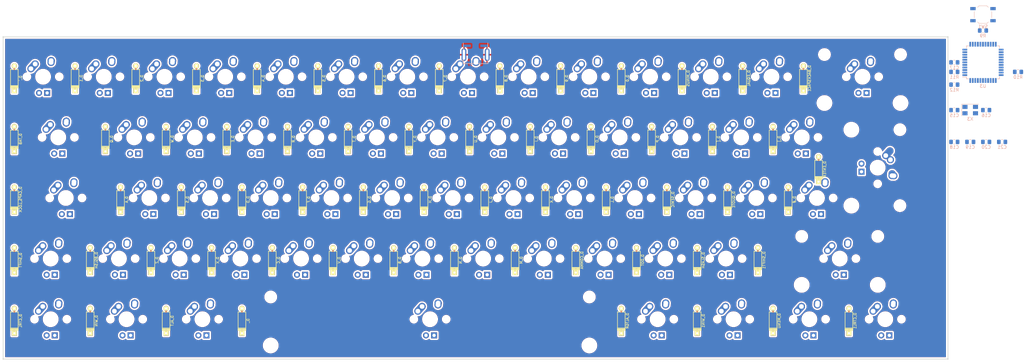
<source format=kicad_pcb>
(kicad_pcb (version 20171130) (host pcbnew 5.1.6-c6e7f7d~86~ubuntu18.04.1)
  (layers (0 F.Cu signal) (31 B.Cu signal) (34 B.Paste user) (35 F.Paste user) (36 B.SilkS user) (37 F.SilkS user) (38 B.Mask user) (39 F.Mask user) (44 Edge.Cuts user))
  (net 0 "")
  (net 1 GND)
  (net 2 VCC)
  (net 3 /col0)
  (net 4 /col1)
  (net 5 /col2)
  (net 6 /col3)
  (net 7 /col4)
  (net 8 /col5)
  (net 9 /col6)
  (net 10 /col7)
  (net 11 /col8)
  (net 12 /col9)
  (net 13 /col10)
  (net 14 /col11)
  (net 15 /col12)
  (net 16 /col13)
  (net 17 /row0)
  (net 18 /row1)
  (net 19 /row2)
  (net 20 /row3)
  (net 21 /row4)
  (net 22 "Net-(K_`-Pad1)")
  (net 23 "Net-(K_`-Pad3)")
  (net 24 "Net-(K_`-Pad4)")
  (net 25 "Net-(D_`-Pad2)")
  (net 26 "Net-(K_1-Pad1)")
  (net 27 "Net-(K_1-Pad3)")
  (net 28 "Net-(K_1-Pad4)")
  (net 29 "Net-(D_1-Pad2)")
  (net 30 "Net-(K_2-Pad1)")
  (net 31 "Net-(K_2-Pad3)")
  (net 32 "Net-(K_2-Pad4)")
  (net 33 "Net-(D_2-Pad2)")
  (net 34 "Net-(K_3-Pad1)")
  (net 35 "Net-(K_3-Pad3)")
  (net 36 "Net-(K_3-Pad4)")
  (net 37 "Net-(D_3-Pad2)")
  (net 38 "Net-(K_4-Pad1)")
  (net 39 "Net-(K_4-Pad3)")
  (net 40 "Net-(K_4-Pad4)")
  (net 41 "Net-(D_4-Pad2)")
  (net 42 "Net-(K_5-Pad1)")
  (net 43 "Net-(K_5-Pad3)")
  (net 44 "Net-(K_5-Pad4)")
  (net 45 "Net-(D_5-Pad2)")
  (net 46 "Net-(K_6-Pad1)")
  (net 47 "Net-(K_6-Pad3)")
  (net 48 "Net-(K_6-Pad4)")
  (net 49 "Net-(D_6-Pad2)")
  (net 50 "Net-(K_7-Pad1)")
  (net 51 "Net-(K_7-Pad3)")
  (net 52 "Net-(K_7-Pad4)")
  (net 53 "Net-(D_7-Pad2)")
  (net 54 "Net-(K_8-Pad1)")
  (net 55 "Net-(K_8-Pad3)")
  (net 56 "Net-(K_8-Pad4)")
  (net 57 "Net-(D_8-Pad2)")
  (net 58 "Net-(K_9-Pad1)")
  (net 59 "Net-(K_9-Pad3)")
  (net 60 "Net-(K_9-Pad4)")
  (net 61 "Net-(D_9-Pad2)")
  (net 62 "Net-(K_0-Pad1)")
  (net 63 "Net-(K_0-Pad3)")
  (net 64 "Net-(K_0-Pad4)")
  (net 65 "Net-(D_0-Pad2)")
  (net 66 "Net-(K_MINUS-Pad1)")
  (net 67 "Net-(K_MINUS-Pad3)")
  (net 68 "Net-(K_MINUS-Pad4)")
  (net 69 "Net-(D_MINUS-Pad2)")
  (net 70 "Net-(K_EQUAL-Pad1)")
  (net 71 "Net-(K_EQUAL-Pad3)")
  (net 72 "Net-(K_EQUAL-Pad4)")
  (net 73 "Net-(D_EQUAL-Pad2)")
  (net 74 "Net-(K_BACKSPACE-Pad1)")
  (net 75 "Net-(K_BACKSPACE-Pad3)")
  (net 76 "Net-(K_BACKSPACE-Pad4)")
  (net 77 "Net-(D_BACKSPACE-Pad2)")
  (net 78 "Net-(K_TAB-Pad1)")
  (net 79 "Net-(K_TAB-Pad3)")
  (net 80 "Net-(K_TAB-Pad4)")
  (net 81 "Net-(D_TAB-Pad2)")
  (net 82 "Net-(K_Q-Pad1)")
  (net 83 "Net-(K_Q-Pad3)")
  (net 84 "Net-(K_Q-Pad4)")
  (net 85 "Net-(D_Q-Pad2)")
  (net 86 "Net-(K_W-Pad1)")
  (net 87 "Net-(K_W-Pad3)")
  (net 88 "Net-(K_W-Pad4)")
  (net 89 "Net-(D_W-Pad2)")
  (net 90 "Net-(K_E-Pad1)")
  (net 91 "Net-(K_E-Pad3)")
  (net 92 "Net-(K_E-Pad4)")
  (net 93 "Net-(D_E-Pad2)")
  (net 94 "Net-(K_R-Pad1)")
  (net 95 "Net-(K_R-Pad3)")
  (net 96 "Net-(K_R-Pad4)")
  (net 97 "Net-(D_R-Pad2)")
  (net 98 "Net-(K_T-Pad1)")
  (net 99 "Net-(K_T-Pad3)")
  (net 100 "Net-(K_T-Pad4)")
  (net 101 "Net-(D_T-Pad2)")
  (net 102 "Net-(K_Y-Pad1)")
  (net 103 "Net-(K_Y-Pad3)")
  (net 104 "Net-(K_Y-Pad4)")
  (net 105 "Net-(D_Y-Pad2)")
  (net 106 "Net-(K_U-Pad1)")
  (net 107 "Net-(K_U-Pad3)")
  (net 108 "Net-(K_U-Pad4)")
  (net 109 "Net-(D_U-Pad2)")
  (net 110 "Net-(K_I-Pad1)")
  (net 111 "Net-(K_I-Pad3)")
  (net 112 "Net-(K_I-Pad4)")
  (net 113 "Net-(D_I-Pad2)")
  (net 114 "Net-(K_O-Pad1)")
  (net 115 "Net-(K_O-Pad3)")
  (net 116 "Net-(K_O-Pad4)")
  (net 117 "Net-(D_O-Pad2)")
  (net 118 "Net-(K_P-Pad1)")
  (net 119 "Net-(K_P-Pad3)")
  (net 120 "Net-(K_P-Pad4)")
  (net 121 "Net-(D_P-Pad2)")
  (net 122 "Net-(K_[-Pad1)")
  (net 123 "Net-(K_[-Pad3)")
  (net 124 "Net-(K_[-Pad4)")
  (net 125 "Net-(D_[-Pad2)")
  (net 126 "Net-(K_]-Pad1)")
  (net 127 "Net-(K_]-Pad3)")
  (net 128 "Net-(K_]-Pad4)")
  (net 129 "Net-(D_]-Pad2)")
  (net 130 "Net-(K_ENTER-Pad1)")
  (net 131 "Net-(K_ENTER-Pad3)")
  (net 132 "Net-(K_ENTER-Pad4)")
  (net 133 "Net-(D_ENTER-Pad2)")
  (net 134 "Net-(K_CAPS_LOCK-Pad1)")
  (net 135 "Net-(K_CAPS_LOCK-Pad3)")
  (net 136 "Net-(K_CAPS_LOCK-Pad4)")
  (net 137 "Net-(D_CAPS_LOCK-Pad2)")
  (net 138 "Net-(K_A-Pad1)")
  (net 139 "Net-(K_A-Pad3)")
  (net 140 "Net-(K_A-Pad4)")
  (net 141 "Net-(D_A-Pad2)")
  (net 142 "Net-(K_S-Pad1)")
  (net 143 "Net-(K_S-Pad3)")
  (net 144 "Net-(K_S-Pad4)")
  (net 145 "Net-(D_S-Pad2)")
  (net 146 "Net-(K_D-Pad1)")
  (net 147 "Net-(K_D-Pad3)")
  (net 148 "Net-(K_D-Pad4)")
  (net 149 "Net-(D_D-Pad2)")
  (net 150 "Net-(K_F-Pad1)")
  (net 151 "Net-(K_F-Pad3)")
  (net 152 "Net-(K_F-Pad4)")
  (net 153 "Net-(D_F-Pad2)")
  (net 154 "Net-(K_G-Pad1)")
  (net 155 "Net-(K_G-Pad3)")
  (net 156 "Net-(K_G-Pad4)")
  (net 157 "Net-(D_G-Pad2)")
  (net 158 "Net-(K_H-Pad1)")
  (net 159 "Net-(K_H-Pad3)")
  (net 160 "Net-(K_H-Pad4)")
  (net 161 "Net-(D_H-Pad2)")
  (net 162 "Net-(K_J-Pad1)")
  (net 163 "Net-(K_J-Pad3)")
  (net 164 "Net-(K_J-Pad4)")
  (net 165 "Net-(D_J-Pad2)")
  (net 166 "Net-(K_K-Pad1)")
  (net 167 "Net-(K_K-Pad3)")
  (net 168 "Net-(K_K-Pad4)")
  (net 169 "Net-(D_K-Pad2)")
  (net 170 "Net-(K_L-Pad1)")
  (net 171 "Net-(K_L-Pad3)")
  (net 172 "Net-(K_L-Pad4)")
  (net 173 "Net-(D_L-Pad2)")
  (net 174 "Net-(K_SEMIC-Pad1)")
  (net 175 "Net-(K_SEMIC-Pad3)")
  (net 176 "Net-(K_SEMIC-Pad4)")
  (net 177 "Net-(D_SEMIC-Pad2)")
  (net 178 "Net-(K_QUOTE-Pad1)")
  (net 179 "Net-(K_QUOTE-Pad3)")
  (net 180 "Net-(K_QUOTE-Pad4)")
  (net 181 "Net-(D_QUOTE-Pad2)")
  (net 182 "Net-(K_#-Pad1)")
  (net 183 "Net-(K_#-Pad3)")
  (net 184 "Net-(K_#-Pad4)")
  (net 185 "Net-(D_#-Pad2)")
  (net 186 "Net-(K_SHIFT-Pad1)")
  (net 187 "Net-(K_SHIFT-Pad3)")
  (net 188 "Net-(K_SHIFT-Pad4)")
  (net 189 "Net-(D_SHIFT-Pad2)")
  (net 190 "Net-(K_BSLSH-Pad1)")
  (net 191 "Net-(K_BSLSH-Pad3)")
  (net 192 "Net-(K_BSLSH-Pad4)")
  (net 193 "Net-(D_BSLSH-Pad2)")
  (net 194 "Net-(K_Z-Pad1)")
  (net 195 "Net-(K_Z-Pad3)")
  (net 196 "Net-(K_Z-Pad4)")
  (net 197 "Net-(D_Z-Pad2)")
  (net 198 "Net-(K_X-Pad1)")
  (net 199 "Net-(K_X-Pad3)")
  (net 200 "Net-(K_X-Pad4)")
  (net 201 "Net-(D_X-Pad2)")
  (net 202 "Net-(K_C-Pad1)")
  (net 203 "Net-(K_C-Pad3)")
  (net 204 "Net-(K_C-Pad4)")
  (net 205 "Net-(D_C-Pad2)")
  (net 206 "Net-(K_V-Pad1)")
  (net 207 "Net-(K_V-Pad3)")
  (net 208 "Net-(K_V-Pad4)")
  (net 209 "Net-(D_V-Pad2)")
  (net 210 "Net-(K_B-Pad1)")
  (net 211 "Net-(K_B-Pad3)")
  (net 212 "Net-(K_B-Pad4)")
  (net 213 "Net-(D_B-Pad2)")
  (net 214 "Net-(K_N-Pad1)")
  (net 215 "Net-(K_N-Pad3)")
  (net 216 "Net-(K_N-Pad4)")
  (net 217 "Net-(D_N-Pad2)")
  (net 218 "Net-(K_M-Pad1)")
  (net 219 "Net-(K_M-Pad3)")
  (net 220 "Net-(K_M-Pad4)")
  (net 221 "Net-(D_M-Pad2)")
  (net 222 "Net-(K_COMMA-Pad1)")
  (net 223 "Net-(K_COMMA-Pad3)")
  (net 224 "Net-(K_COMMA-Pad4)")
  (net 225 "Net-(D_COMMA-Pad2)")
  (net 226 "Net-(K_DOT-Pad1)")
  (net 227 "Net-(K_DOT-Pad3)")
  (net 228 "Net-(K_DOT-Pad4)")
  (net 229 "Net-(D_DOT-Pad2)")
  (net 230 "Net-(K_SLASH-Pad1)")
  (net 231 "Net-(K_SLASH-Pad3)")
  (net 232 "Net-(K_SLASH-Pad4)")
  (net 233 "Net-(D_SLASH-Pad2)")
  (net 234 "Net-(K_SHIFT1-Pad1)")
  (net 235 "Net-(K_SHIFT1-Pad3)")
  (net 236 "Net-(K_SHIFT1-Pad4)")
  (net 237 "Net-(D_SHIFT1-Pad2)")
  (net 238 "Net-(K_CTRL-Pad1)")
  (net 239 "Net-(K_CTRL-Pad3)")
  (net 240 "Net-(K_CTRL-Pad4)")
  (net 241 "Net-(D_CTRL-Pad2)")
  (net 242 "Net-(K_WIN-Pad1)")
  (net 243 "Net-(K_WIN-Pad3)")
  (net 244 "Net-(K_WIN-Pad4)")
  (net 245 "Net-(D_WIN-Pad2)")
  (net 246 "Net-(K_ALT-Pad1)")
  (net 247 "Net-(K_ALT-Pad3)")
  (net 248 "Net-(K_ALT-Pad4)")
  (net 249 "Net-(D_ALT-Pad2)")
  (net 250 "Net-(K_-Pad1)")
  (net 251 "Net-(K_-Pad3)")
  (net 252 "Net-(K_-Pad4)")
  (net 253 "Net-(D_-Pad2)")
  (net 254 "Net-(K_ALTGR-Pad1)")
  (net 255 "Net-(K_ALTGR-Pad3)")
  (net 256 "Net-(K_ALTGR-Pad4)")
  (net 257 "Net-(D_ALTGR-Pad2)")
  (net 258 "Net-(K_WIN1-Pad1)")
  (net 259 "Net-(K_WIN1-Pad3)")
  (net 260 "Net-(K_WIN1-Pad4)")
  (net 261 "Net-(D_WIN1-Pad2)")
  (net 262 "Net-(K_MENU-Pad1)")
  (net 263 "Net-(K_MENU-Pad3)")
  (net 264 "Net-(K_MENU-Pad4)")
  (net 265 "Net-(D_MENU-Pad2)")
  (net 266 "Net-(K_CTRL1-Pad1)")
  (net 267 "Net-(K_CTRL1-Pad3)")
  (net 268 "Net-(K_CTRL1-Pad4)")
  (net 269 "Net-(D_CTRL1-Pad2)")
  (net 270 "Net-(C15-Pad1)")
  (net 271 "Net-(C16-Pad1)")
  (net 272 "Net-(C16-Pad2)")
  (net 273 "Net-(X3-Pad2)")
  (net 274 "Net-(X3-Pad4)")
  (net 275 "Net-(R9-Pad1)")
  (net 276 "Net-(R10-Pad1)")
  (net 277 "Net-(R11-Pad1)")
  (net 278 "Net-(R12-Pad1)")
  (net 279 "Net-(USB3-Pad2)")
  (net 280 "Net-(USB3-Pad3)")
  (net 281 "Net-(USB3-Pad4)")
  (net 282 "Net-(C17-Pad1)")
  (net 283 "Net-(U3-Pad1)")
  (net 284 "Net-(U3-Pad7)")
  (net 285 "Net-(U3-Pad18)")
  (net 286 "Net-(U3-Pad19)")
  (net 287 "Net-(U3-Pad27)")
  (net 288 "Net-(U3-Pad34)")
  (net 289 "Net-(U3-Pad36)")
  (net 290 "Net-(U3-Pad40)")
  (net 291 "Net-(U3-Pad41)")
  (net 292 "Net-(U3-Pad42)")
  (net 293 "Net-(U3-Pad43)")
  (net 294 "Net-(U3-Pad44)")
  (module MX_Alps_Hybrid:MX-1U-NoLED (layer F.Cu) (at 29.525 29.525)
    (fp_text reference K_`)
    (fp_text value KEYSW)
    (pad 1 thru_hole circle (at -2.5 -4) (size 2.25 2.25) (drill 1.47) (layers *.Cu B.Mask) (net 22 "Net-(K_`-Pad1)"))
    (pad 1 thru_hole oval (at -3.81 -2.54 48.0996) (size 4.211556 2.25) (drill 1.47 (offset 0.980778 0)) (layers *.Cu B.Mask) (net 22 "Net-(K_`-Pad1)"))
    (pad 2 thru_hole oval (at 2.5 -4.5 86.0548) (size 2.831378 2.25) (drill 1.47 (offset 0.290689 0)) (layers *.Cu B.Mask) (net 25 "Net-(D_`-Pad2)"))
    (pad 2 thru_hole circle (at 2.54 -5.08) (size 2.25 2.25) (drill 1.47) (layers *.Cu B.Mask) (net 25 "Net-(D_`-Pad2)"))
    (pad "" np_thru_hole circle (at 0 0) (size 3.9878 3.9878) (drill 3.9878) (layers *.Cu *.Mask))
    (pad "" np_thru_hole circle (at -5.08 0 48.0996) (size 1.75 1.75) (drill 1.75) (layers *.Cu *.Mask))
    (pad "" np_thru_hole circle (at 5.08 0 48.0996) (size 1.75 1.75) (drill 1.75) (layers *.Cu *.Mask))
    (pad 3 thru_hole circle (at -1.27 5.08) (size 1.905 1.905) (drill 1.04) (layers *.Cu B.Mask) (net 23 "Net-(K_`-Pad3)"))
    (pad 4 thru_hole rect (at 1.27 5.08) (size 1.905 1.905) (drill 1.04) (layers *.Cu B.Mask) (net 24 "Net-(K_`-Pad4)"))
    (pad "" np_thru_hole circle (at 0 0) (size 3.9878 3.9878) (drill 3.9878) (layers *.Cu *.Mask))
    (pad "" np_thru_hole circle (at -5.08 0 48.0996) (size 1.75 1.75) (drill 1.75) (layers *.Cu *.Mask))
    (pad "" np_thru_hole circle (at 5.08 0 48.0996) (size 1.75 1.75) (drill 1.75) (layers *.Cu *.Mask))
  )
  (module keyboard_parts:D_SOD123_axial (layer F.Cu) (at 20.5 30.025 90)
    (fp_text reference D_` (at 0 1.925 90) (layer F.SilkS) (effects (font (size 0.8 0.8)) (justify mirror)))
    (fp_text value D hide)
    (pad 1 smd rect (at -2.7 0 90) (size 2.5 0.5) (layers F.Cu) (net 3 /col0))
    (pad 1 smd rect (at -1.575 0 90) (size 1.2 1.2) (layers F.Cu F.Paste F.Mask) (net 3 /col0))
    (pad 1 thru_hole rect (at -3.9 0 90) (size 1.6 1.6) (drill 0.7) (layers *.Cu *.Mask F.SilkS) (net 3 /col0))
    (pad 2 smd rect (at 1.575 0 90) (size 1.2 1.2) (layers F.Cu F.Paste F.Mask) (net 25 "Net-(D_`-Pad2)"))
    (pad 2 smd rect (at 2.7 0 90) (size 2.5 0.5) (layers F.Cu) (net 25 "Net-(D_`-Pad2)"))
    (pad 2 thru_hole circle (at 3.9 0 90) (size 1.6 1.6) (drill 0.7) (layers *.Cu *.Mask F.SilkS) (net 25 "Net-(D_`-Pad2)"))
  )
  (module MX_Alps_Hybrid:MX-1U-NoLED (layer F.Cu) (at 48.575 29.525)
    (fp_text reference K_1)
    (fp_text value KEYSW)
    (pad 1 thru_hole circle (at -2.5 -4) (size 2.25 2.25) (drill 1.47) (layers *.Cu B.Mask) (net 26 "Net-(K_1-Pad1)"))
    (pad 1 thru_hole oval (at -3.81 -2.54 48.0996) (size 4.211556 2.25) (drill 1.47 (offset 0.980778 0)) (layers *.Cu B.Mask) (net 26 "Net-(K_1-Pad1)"))
    (pad 2 thru_hole oval (at 2.5 -4.5 86.0548) (size 2.831378 2.25) (drill 1.47 (offset 0.290689 0)) (layers *.Cu B.Mask) (net 29 "Net-(D_1-Pad2)"))
    (pad 2 thru_hole circle (at 2.54 -5.08) (size 2.25 2.25) (drill 1.47) (layers *.Cu B.Mask) (net 29 "Net-(D_1-Pad2)"))
    (pad "" np_thru_hole circle (at 0 0) (size 3.9878 3.9878) (drill 3.9878) (layers *.Cu *.Mask))
    (pad "" np_thru_hole circle (at -5.08 0 48.0996) (size 1.75 1.75) (drill 1.75) (layers *.Cu *.Mask))
    (pad "" np_thru_hole circle (at 5.08 0 48.0996) (size 1.75 1.75) (drill 1.75) (layers *.Cu *.Mask))
    (pad 3 thru_hole circle (at -1.27 5.08) (size 1.905 1.905) (drill 1.04) (layers *.Cu B.Mask) (net 27 "Net-(K_1-Pad3)"))
    (pad 4 thru_hole rect (at 1.27 5.08) (size 1.905 1.905) (drill 1.04) (layers *.Cu B.Mask) (net 28 "Net-(K_1-Pad4)"))
    (pad "" np_thru_hole circle (at 0 0) (size 3.9878 3.9878) (drill 3.9878) (layers *.Cu *.Mask))
    (pad "" np_thru_hole circle (at -5.08 0 48.0996) (size 1.75 1.75) (drill 1.75) (layers *.Cu *.Mask))
    (pad "" np_thru_hole circle (at 5.08 0 48.0996) (size 1.75 1.75) (drill 1.75) (layers *.Cu *.Mask))
  )
  (module keyboard_parts:D_SOD123_axial (layer F.Cu) (at 39.55 30.025 90)
    (fp_text reference D_1 (at 0 1.925 90) (layer F.SilkS) (effects (font (size 0.8 0.8)) (justify mirror)))
    (fp_text value D hide)
    (pad 1 smd rect (at -2.7 0 90) (size 2.5 0.5) (layers F.Cu) (net 4 /col1))
    (pad 1 smd rect (at -1.575 0 90) (size 1.2 1.2) (layers F.Cu F.Paste F.Mask) (net 4 /col1))
    (pad 1 thru_hole rect (at -3.9 0 90) (size 1.6 1.6) (drill 0.7) (layers *.Cu *.Mask F.SilkS) (net 4 /col1))
    (pad 2 smd rect (at 1.575 0 90) (size 1.2 1.2) (layers F.Cu F.Paste F.Mask) (net 29 "Net-(D_1-Pad2)"))
    (pad 2 smd rect (at 2.7 0 90) (size 2.5 0.5) (layers F.Cu) (net 29 "Net-(D_1-Pad2)"))
    (pad 2 thru_hole circle (at 3.9 0 90) (size 1.6 1.6) (drill 0.7) (layers *.Cu *.Mask F.SilkS) (net 29 "Net-(D_1-Pad2)"))
  )
  (module MX_Alps_Hybrid:MX-1U-NoLED (layer F.Cu) (at 67.625 29.525)
    (fp_text reference K_2)
    (fp_text value KEYSW)
    (pad 1 thru_hole circle (at -2.5 -4) (size 2.25 2.25) (drill 1.47) (layers *.Cu B.Mask) (net 30 "Net-(K_2-Pad1)"))
    (pad 1 thru_hole oval (at -3.81 -2.54 48.0996) (size 4.211556 2.25) (drill 1.47 (offset 0.980778 0)) (layers *.Cu B.Mask) (net 30 "Net-(K_2-Pad1)"))
    (pad 2 thru_hole oval (at 2.5 -4.5 86.0548) (size 2.831378 2.25) (drill 1.47 (offset 0.290689 0)) (layers *.Cu B.Mask) (net 33 "Net-(D_2-Pad2)"))
    (pad 2 thru_hole circle (at 2.54 -5.08) (size 2.25 2.25) (drill 1.47) (layers *.Cu B.Mask) (net 33 "Net-(D_2-Pad2)"))
    (pad "" np_thru_hole circle (at 0 0) (size 3.9878 3.9878) (drill 3.9878) (layers *.Cu *.Mask))
    (pad "" np_thru_hole circle (at -5.08 0 48.0996) (size 1.75 1.75) (drill 1.75) (layers *.Cu *.Mask))
    (pad "" np_thru_hole circle (at 5.08 0 48.0996) (size 1.75 1.75) (drill 1.75) (layers *.Cu *.Mask))
    (pad 3 thru_hole circle (at -1.27 5.08) (size 1.905 1.905) (drill 1.04) (layers *.Cu B.Mask) (net 31 "Net-(K_2-Pad3)"))
    (pad 4 thru_hole rect (at 1.27 5.08) (size 1.905 1.905) (drill 1.04) (layers *.Cu B.Mask) (net 32 "Net-(K_2-Pad4)"))
    (pad "" np_thru_hole circle (at 0 0) (size 3.9878 3.9878) (drill 3.9878) (layers *.Cu *.Mask))
    (pad "" np_thru_hole circle (at -5.08 0 48.0996) (size 1.75 1.75) (drill 1.75) (layers *.Cu *.Mask))
    (pad "" np_thru_hole circle (at 5.08 0 48.0996) (size 1.75 1.75) (drill 1.75) (layers *.Cu *.Mask))
  )
  (module keyboard_parts:D_SOD123_axial (layer F.Cu) (at 58.6 30.025 90)
    (fp_text reference D_2 (at 0 1.925 90) (layer F.SilkS) (effects (font (size 0.8 0.8)) (justify mirror)))
    (fp_text value D hide)
    (pad 1 smd rect (at -2.7 0 90) (size 2.5 0.5) (layers F.Cu) (net 5 /col2))
    (pad 1 smd rect (at -1.575 0 90) (size 1.2 1.2) (layers F.Cu F.Paste F.Mask) (net 5 /col2))
    (pad 1 thru_hole rect (at -3.9 0 90) (size 1.6 1.6) (drill 0.7) (layers *.Cu *.Mask F.SilkS) (net 5 /col2))
    (pad 2 smd rect (at 1.575 0 90) (size 1.2 1.2) (layers F.Cu F.Paste F.Mask) (net 33 "Net-(D_2-Pad2)"))
    (pad 2 smd rect (at 2.7 0 90) (size 2.5 0.5) (layers F.Cu) (net 33 "Net-(D_2-Pad2)"))
    (pad 2 thru_hole circle (at 3.9 0 90) (size 1.6 1.6) (drill 0.7) (layers *.Cu *.Mask F.SilkS) (net 33 "Net-(D_2-Pad2)"))
  )
  (module MX_Alps_Hybrid:MX-1U-NoLED (layer F.Cu) (at 86.675 29.525)
    (fp_text reference K_3)
    (fp_text value KEYSW)
    (pad 1 thru_hole circle (at -2.5 -4) (size 2.25 2.25) (drill 1.47) (layers *.Cu B.Mask) (net 34 "Net-(K_3-Pad1)"))
    (pad 1 thru_hole oval (at -3.81 -2.54 48.0996) (size 4.211556 2.25) (drill 1.47 (offset 0.980778 0)) (layers *.Cu B.Mask) (net 34 "Net-(K_3-Pad1)"))
    (pad 2 thru_hole oval (at 2.5 -4.5 86.0548) (size 2.831378 2.25) (drill 1.47 (offset 0.290689 0)) (layers *.Cu B.Mask) (net 37 "Net-(D_3-Pad2)"))
    (pad 2 thru_hole circle (at 2.54 -5.08) (size 2.25 2.25) (drill 1.47) (layers *.Cu B.Mask) (net 37 "Net-(D_3-Pad2)"))
    (pad "" np_thru_hole circle (at 0 0) (size 3.9878 3.9878) (drill 3.9878) (layers *.Cu *.Mask))
    (pad "" np_thru_hole circle (at -5.08 0 48.0996) (size 1.75 1.75) (drill 1.75) (layers *.Cu *.Mask))
    (pad "" np_thru_hole circle (at 5.08 0 48.0996) (size 1.75 1.75) (drill 1.75) (layers *.Cu *.Mask))
    (pad 3 thru_hole circle (at -1.27 5.08) (size 1.905 1.905) (drill 1.04) (layers *.Cu B.Mask) (net 35 "Net-(K_3-Pad3)"))
    (pad 4 thru_hole rect (at 1.27 5.08) (size 1.905 1.905) (drill 1.04) (layers *.Cu B.Mask) (net 36 "Net-(K_3-Pad4)"))
    (pad "" np_thru_hole circle (at 0 0) (size 3.9878 3.9878) (drill 3.9878) (layers *.Cu *.Mask))
    (pad "" np_thru_hole circle (at -5.08 0 48.0996) (size 1.75 1.75) (drill 1.75) (layers *.Cu *.Mask))
    (pad "" np_thru_hole circle (at 5.08 0 48.0996) (size 1.75 1.75) (drill 1.75) (layers *.Cu *.Mask))
  )
  (module keyboard_parts:D_SOD123_axial (layer F.Cu) (at 77.65 30.025 90)
    (fp_text reference D_3 (at 0 1.925 90) (layer F.SilkS) (effects (font (size 0.8 0.8)) (justify mirror)))
    (fp_text value D hide)
    (pad 1 smd rect (at -2.7 0 90) (size 2.5 0.5) (layers F.Cu) (net 6 /col3))
    (pad 1 smd rect (at -1.575 0 90) (size 1.2 1.2) (layers F.Cu F.Paste F.Mask) (net 6 /col3))
    (pad 1 thru_hole rect (at -3.9 0 90) (size 1.6 1.6) (drill 0.7) (layers *.Cu *.Mask F.SilkS) (net 6 /col3))
    (pad 2 smd rect (at 1.575 0 90) (size 1.2 1.2) (layers F.Cu F.Paste F.Mask) (net 37 "Net-(D_3-Pad2)"))
    (pad 2 smd rect (at 2.7 0 90) (size 2.5 0.5) (layers F.Cu) (net 37 "Net-(D_3-Pad2)"))
    (pad 2 thru_hole circle (at 3.9 0 90) (size 1.6 1.6) (drill 0.7) (layers *.Cu *.Mask F.SilkS) (net 37 "Net-(D_3-Pad2)"))
  )
  (module MX_Alps_Hybrid:MX-1U-NoLED (layer F.Cu) (at 105.725 29.525)
    (fp_text reference K_4)
    (fp_text value KEYSW)
    (pad 1 thru_hole circle (at -2.5 -4) (size 2.25 2.25) (drill 1.47) (layers *.Cu B.Mask) (net 38 "Net-(K_4-Pad1)"))
    (pad 1 thru_hole oval (at -3.81 -2.54 48.0996) (size 4.211556 2.25) (drill 1.47 (offset 0.980778 0)) (layers *.Cu B.Mask) (net 38 "Net-(K_4-Pad1)"))
    (pad 2 thru_hole oval (at 2.5 -4.5 86.0548) (size 2.831378 2.25) (drill 1.47 (offset 0.290689 0)) (layers *.Cu B.Mask) (net 41 "Net-(D_4-Pad2)"))
    (pad 2 thru_hole circle (at 2.54 -5.08) (size 2.25 2.25) (drill 1.47) (layers *.Cu B.Mask) (net 41 "Net-(D_4-Pad2)"))
    (pad "" np_thru_hole circle (at 0 0) (size 3.9878 3.9878) (drill 3.9878) (layers *.Cu *.Mask))
    (pad "" np_thru_hole circle (at -5.08 0 48.0996) (size 1.75 1.75) (drill 1.75) (layers *.Cu *.Mask))
    (pad "" np_thru_hole circle (at 5.08 0 48.0996) (size 1.75 1.75) (drill 1.75) (layers *.Cu *.Mask))
    (pad 3 thru_hole circle (at -1.27 5.08) (size 1.905 1.905) (drill 1.04) (layers *.Cu B.Mask) (net 39 "Net-(K_4-Pad3)"))
    (pad 4 thru_hole rect (at 1.27 5.08) (size 1.905 1.905) (drill 1.04) (layers *.Cu B.Mask) (net 40 "Net-(K_4-Pad4)"))
    (pad "" np_thru_hole circle (at 0 0) (size 3.9878 3.9878) (drill 3.9878) (layers *.Cu *.Mask))
    (pad "" np_thru_hole circle (at -5.08 0 48.0996) (size 1.75 1.75) (drill 1.75) (layers *.Cu *.Mask))
    (pad "" np_thru_hole circle (at 5.08 0 48.0996) (size 1.75 1.75) (drill 1.75) (layers *.Cu *.Mask))
  )
  (module keyboard_parts:D_SOD123_axial (layer F.Cu) (at 96.7 30.025 90)
    (fp_text reference D_4 (at 0 1.925 90) (layer F.SilkS) (effects (font (size 0.8 0.8)) (justify mirror)))
    (fp_text value D hide)
    (pad 1 smd rect (at -2.7 0 90) (size 2.5 0.5) (layers F.Cu) (net 7 /col4))
    (pad 1 smd rect (at -1.575 0 90) (size 1.2 1.2) (layers F.Cu F.Paste F.Mask) (net 7 /col4))
    (pad 1 thru_hole rect (at -3.9 0 90) (size 1.6 1.6) (drill 0.7) (layers *.Cu *.Mask F.SilkS) (net 7 /col4))
    (pad 2 smd rect (at 1.575 0 90) (size 1.2 1.2) (layers F.Cu F.Paste F.Mask) (net 41 "Net-(D_4-Pad2)"))
    (pad 2 smd rect (at 2.7 0 90) (size 2.5 0.5) (layers F.Cu) (net 41 "Net-(D_4-Pad2)"))
    (pad 2 thru_hole circle (at 3.9 0 90) (size 1.6 1.6) (drill 0.7) (layers *.Cu *.Mask F.SilkS) (net 41 "Net-(D_4-Pad2)"))
  )
  (module MX_Alps_Hybrid:MX-1U-NoLED (layer F.Cu) (at 124.775 29.525)
    (fp_text reference K_5)
    (fp_text value KEYSW)
    (pad 1 thru_hole circle (at -2.5 -4) (size 2.25 2.25) (drill 1.47) (layers *.Cu B.Mask) (net 42 "Net-(K_5-Pad1)"))
    (pad 1 thru_hole oval (at -3.81 -2.54 48.0996) (size 4.211556 2.25) (drill 1.47 (offset 0.980778 0)) (layers *.Cu B.Mask) (net 42 "Net-(K_5-Pad1)"))
    (pad 2 thru_hole oval (at 2.5 -4.5 86.0548) (size 2.831378 2.25) (drill 1.47 (offset 0.290689 0)) (layers *.Cu B.Mask) (net 45 "Net-(D_5-Pad2)"))
    (pad 2 thru_hole circle (at 2.54 -5.08) (size 2.25 2.25) (drill 1.47) (layers *.Cu B.Mask) (net 45 "Net-(D_5-Pad2)"))
    (pad "" np_thru_hole circle (at 0 0) (size 3.9878 3.9878) (drill 3.9878) (layers *.Cu *.Mask))
    (pad "" np_thru_hole circle (at -5.08 0 48.0996) (size 1.75 1.75) (drill 1.75) (layers *.Cu *.Mask))
    (pad "" np_thru_hole circle (at 5.08 0 48.0996) (size 1.75 1.75) (drill 1.75) (layers *.Cu *.Mask))
    (pad 3 thru_hole circle (at -1.27 5.08) (size 1.905 1.905) (drill 1.04) (layers *.Cu B.Mask) (net 43 "Net-(K_5-Pad3)"))
    (pad 4 thru_hole rect (at 1.27 5.08) (size 1.905 1.905) (drill 1.04) (layers *.Cu B.Mask) (net 44 "Net-(K_5-Pad4)"))
    (pad "" np_thru_hole circle (at 0 0) (size 3.9878 3.9878) (drill 3.9878) (layers *.Cu *.Mask))
    (pad "" np_thru_hole circle (at -5.08 0 48.0996) (size 1.75 1.75) (drill 1.75) (layers *.Cu *.Mask))
    (pad "" np_thru_hole circle (at 5.08 0 48.0996) (size 1.75 1.75) (drill 1.75) (layers *.Cu *.Mask))
  )
  (module keyboard_parts:D_SOD123_axial (layer F.Cu) (at 115.75 30.025 90)
    (fp_text reference D_5 (at 0 1.925 90) (layer F.SilkS) (effects (font (size 0.8 0.8)) (justify mirror)))
    (fp_text value D hide)
    (pad 1 smd rect (at -2.7 0 90) (size 2.5 0.5) (layers F.Cu) (net 8 /col5))
    (pad 1 smd rect (at -1.575 0 90) (size 1.2 1.2) (layers F.Cu F.Paste F.Mask) (net 8 /col5))
    (pad 1 thru_hole rect (at -3.9 0 90) (size 1.6 1.6) (drill 0.7) (layers *.Cu *.Mask F.SilkS) (net 8 /col5))
    (pad 2 smd rect (at 1.575 0 90) (size 1.2 1.2) (layers F.Cu F.Paste F.Mask) (net 45 "Net-(D_5-Pad2)"))
    (pad 2 smd rect (at 2.7 0 90) (size 2.5 0.5) (layers F.Cu) (net 45 "Net-(D_5-Pad2)"))
    (pad 2 thru_hole circle (at 3.9 0 90) (size 1.6 1.6) (drill 0.7) (layers *.Cu *.Mask F.SilkS) (net 45 "Net-(D_5-Pad2)"))
  )
  (module MX_Alps_Hybrid:MX-1U-NoLED (layer F.Cu) (at 143.825 29.525)
    (fp_text reference K_6)
    (fp_text value KEYSW)
    (pad 1 thru_hole circle (at -2.5 -4) (size 2.25 2.25) (drill 1.47) (layers *.Cu B.Mask) (net 46 "Net-(K_6-Pad1)"))
    (pad 1 thru_hole oval (at -3.81 -2.54 48.0996) (size 4.211556 2.25) (drill 1.47 (offset 0.980778 0)) (layers *.Cu B.Mask) (net 46 "Net-(K_6-Pad1)"))
    (pad 2 thru_hole oval (at 2.5 -4.5 86.0548) (size 2.831378 2.25) (drill 1.47 (offset 0.290689 0)) (layers *.Cu B.Mask) (net 49 "Net-(D_6-Pad2)"))
    (pad 2 thru_hole circle (at 2.54 -5.08) (size 2.25 2.25) (drill 1.47) (layers *.Cu B.Mask) (net 49 "Net-(D_6-Pad2)"))
    (pad "" np_thru_hole circle (at 0 0) (size 3.9878 3.9878) (drill 3.9878) (layers *.Cu *.Mask))
    (pad "" np_thru_hole circle (at -5.08 0 48.0996) (size 1.75 1.75) (drill 1.75) (layers *.Cu *.Mask))
    (pad "" np_thru_hole circle (at 5.08 0 48.0996) (size 1.75 1.75) (drill 1.75) (layers *.Cu *.Mask))
    (pad 3 thru_hole circle (at -1.27 5.08) (size 1.905 1.905) (drill 1.04) (layers *.Cu B.Mask) (net 47 "Net-(K_6-Pad3)"))
    (pad 4 thru_hole rect (at 1.27 5.08) (size 1.905 1.905) (drill 1.04) (layers *.Cu B.Mask) (net 48 "Net-(K_6-Pad4)"))
    (pad "" np_thru_hole circle (at 0 0) (size 3.9878 3.9878) (drill 3.9878) (layers *.Cu *.Mask))
    (pad "" np_thru_hole circle (at -5.08 0 48.0996) (size 1.75 1.75) (drill 1.75) (layers *.Cu *.Mask))
    (pad "" np_thru_hole circle (at 5.08 0 48.0996) (size 1.75 1.75) (drill 1.75) (layers *.Cu *.Mask))
  )
  (module keyboard_parts:D_SOD123_axial (layer F.Cu) (at 134.8 30.025 90)
    (fp_text reference D_6 (at 0 1.925 90) (layer F.SilkS) (effects (font (size 0.8 0.8)) (justify mirror)))
    (fp_text value D hide)
    (pad 1 smd rect (at -2.7 0 90) (size 2.5 0.5) (layers F.Cu) (net 9 /col6))
    (pad 1 smd rect (at -1.575 0 90) (size 1.2 1.2) (layers F.Cu F.Paste F.Mask) (net 9 /col6))
    (pad 1 thru_hole rect (at -3.9 0 90) (size 1.6 1.6) (drill 0.7) (layers *.Cu *.Mask F.SilkS) (net 9 /col6))
    (pad 2 smd rect (at 1.575 0 90) (size 1.2 1.2) (layers F.Cu F.Paste F.Mask) (net 49 "Net-(D_6-Pad2)"))
    (pad 2 smd rect (at 2.7 0 90) (size 2.5 0.5) (layers F.Cu) (net 49 "Net-(D_6-Pad2)"))
    (pad 2 thru_hole circle (at 3.9 0 90) (size 1.6 1.6) (drill 0.7) (layers *.Cu *.Mask F.SilkS) (net 49 "Net-(D_6-Pad2)"))
  )
  (module MX_Alps_Hybrid:MX-1U-NoLED (layer F.Cu) (at 162.875 29.525)
    (fp_text reference K_7)
    (fp_text value KEYSW)
    (pad 1 thru_hole circle (at -2.5 -4) (size 2.25 2.25) (drill 1.47) (layers *.Cu B.Mask) (net 50 "Net-(K_7-Pad1)"))
    (pad 1 thru_hole oval (at -3.81 -2.54 48.0996) (size 4.211556 2.25) (drill 1.47 (offset 0.980778 0)) (layers *.Cu B.Mask) (net 50 "Net-(K_7-Pad1)"))
    (pad 2 thru_hole oval (at 2.5 -4.5 86.0548) (size 2.831378 2.25) (drill 1.47 (offset 0.290689 0)) (layers *.Cu B.Mask) (net 53 "Net-(D_7-Pad2)"))
    (pad 2 thru_hole circle (at 2.54 -5.08) (size 2.25 2.25) (drill 1.47) (layers *.Cu B.Mask) (net 53 "Net-(D_7-Pad2)"))
    (pad "" np_thru_hole circle (at 0 0) (size 3.9878 3.9878) (drill 3.9878) (layers *.Cu *.Mask))
    (pad "" np_thru_hole circle (at -5.08 0 48.0996) (size 1.75 1.75) (drill 1.75) (layers *.Cu *.Mask))
    (pad "" np_thru_hole circle (at 5.08 0 48.0996) (size 1.75 1.75) (drill 1.75) (layers *.Cu *.Mask))
    (pad 3 thru_hole circle (at -1.27 5.08) (size 1.905 1.905) (drill 1.04) (layers *.Cu B.Mask) (net 51 "Net-(K_7-Pad3)"))
    (pad 4 thru_hole rect (at 1.27 5.08) (size 1.905 1.905) (drill 1.04) (layers *.Cu B.Mask) (net 52 "Net-(K_7-Pad4)"))
    (pad "" np_thru_hole circle (at 0 0) (size 3.9878 3.9878) (drill 3.9878) (layers *.Cu *.Mask))
    (pad "" np_thru_hole circle (at -5.08 0 48.0996) (size 1.75 1.75) (drill 1.75) (layers *.Cu *.Mask))
    (pad "" np_thru_hole circle (at 5.08 0 48.0996) (size 1.75 1.75) (drill 1.75) (layers *.Cu *.Mask))
  )
  (module keyboard_parts:D_SOD123_axial (layer F.Cu) (at 153.85 30.025 90)
    (fp_text reference D_7 (at 0 1.925 90) (layer F.SilkS) (effects (font (size 0.8 0.8)) (justify mirror)))
    (fp_text value D hide)
    (pad 1 smd rect (at -2.7 0 90) (size 2.5 0.5) (layers F.Cu) (net 10 /col7))
    (pad 1 smd rect (at -1.575 0 90) (size 1.2 1.2) (layers F.Cu F.Paste F.Mask) (net 10 /col7))
    (pad 1 thru_hole rect (at -3.9 0 90) (size 1.6 1.6) (drill 0.7) (layers *.Cu *.Mask F.SilkS) (net 10 /col7))
    (pad 2 smd rect (at 1.575 0 90) (size 1.2 1.2) (layers F.Cu F.Paste F.Mask) (net 53 "Net-(D_7-Pad2)"))
    (pad 2 smd rect (at 2.7 0 90) (size 2.5 0.5) (layers F.Cu) (net 53 "Net-(D_7-Pad2)"))
    (pad 2 thru_hole circle (at 3.9 0 90) (size 1.6 1.6) (drill 0.7) (layers *.Cu *.Mask F.SilkS) (net 53 "Net-(D_7-Pad2)"))
  )
  (module MX_Alps_Hybrid:MX-1U-NoLED (layer F.Cu) (at 181.925 29.525)
    (fp_text reference K_8)
    (fp_text value KEYSW)
    (pad 1 thru_hole circle (at -2.5 -4) (size 2.25 2.25) (drill 1.47) (layers *.Cu B.Mask) (net 54 "Net-(K_8-Pad1)"))
    (pad 1 thru_hole oval (at -3.81 -2.54 48.0996) (size 4.211556 2.25) (drill 1.47 (offset 0.980778 0)) (layers *.Cu B.Mask) (net 54 "Net-(K_8-Pad1)"))
    (pad 2 thru_hole oval (at 2.5 -4.5 86.0548) (size 2.831378 2.25) (drill 1.47 (offset 0.290689 0)) (layers *.Cu B.Mask) (net 57 "Net-(D_8-Pad2)"))
    (pad 2 thru_hole circle (at 2.54 -5.08) (size 2.25 2.25) (drill 1.47) (layers *.Cu B.Mask) (net 57 "Net-(D_8-Pad2)"))
    (pad "" np_thru_hole circle (at 0 0) (size 3.9878 3.9878) (drill 3.9878) (layers *.Cu *.Mask))
    (pad "" np_thru_hole circle (at -5.08 0 48.0996) (size 1.75 1.75) (drill 1.75) (layers *.Cu *.Mask))
    (pad "" np_thru_hole circle (at 5.08 0 48.0996) (size 1.75 1.75) (drill 1.75) (layers *.Cu *.Mask))
    (pad 3 thru_hole circle (at -1.27 5.08) (size 1.905 1.905) (drill 1.04) (layers *.Cu B.Mask) (net 55 "Net-(K_8-Pad3)"))
    (pad 4 thru_hole rect (at 1.27 5.08) (size 1.905 1.905) (drill 1.04) (layers *.Cu B.Mask) (net 56 "Net-(K_8-Pad4)"))
    (pad "" np_thru_hole circle (at 0 0) (size 3.9878 3.9878) (drill 3.9878) (layers *.Cu *.Mask))
    (pad "" np_thru_hole circle (at -5.08 0 48.0996) (size 1.75 1.75) (drill 1.75) (layers *.Cu *.Mask))
    (pad "" np_thru_hole circle (at 5.08 0 48.0996) (size 1.75 1.75) (drill 1.75) (layers *.Cu *.Mask))
  )
  (module keyboard_parts:D_SOD123_axial (layer F.Cu) (at 172.9 30.025 90)
    (fp_text reference D_8 (at 0 1.925 90) (layer F.SilkS) (effects (font (size 0.8 0.8)) (justify mirror)))
    (fp_text value D hide)
    (pad 1 smd rect (at -2.7 0 90) (size 2.5 0.5) (layers F.Cu) (net 11 /col8))
    (pad 1 smd rect (at -1.575 0 90) (size 1.2 1.2) (layers F.Cu F.Paste F.Mask) (net 11 /col8))
    (pad 1 thru_hole rect (at -3.9 0 90) (size 1.6 1.6) (drill 0.7) (layers *.Cu *.Mask F.SilkS) (net 11 /col8))
    (pad 2 smd rect (at 1.575 0 90) (size 1.2 1.2) (layers F.Cu F.Paste F.Mask) (net 57 "Net-(D_8-Pad2)"))
    (pad 2 smd rect (at 2.7 0 90) (size 2.5 0.5) (layers F.Cu) (net 57 "Net-(D_8-Pad2)"))
    (pad 2 thru_hole circle (at 3.9 0 90) (size 1.6 1.6) (drill 0.7) (layers *.Cu *.Mask F.SilkS) (net 57 "Net-(D_8-Pad2)"))
  )
  (module MX_Alps_Hybrid:MX-1U-NoLED (layer F.Cu) (at 200.975 29.525)
    (fp_text reference K_9)
    (fp_text value KEYSW)
    (pad 1 thru_hole circle (at -2.5 -4) (size 2.25 2.25) (drill 1.47) (layers *.Cu B.Mask) (net 58 "Net-(K_9-Pad1)"))
    (pad 1 thru_hole oval (at -3.81 -2.54 48.0996) (size 4.211556 2.25) (drill 1.47 (offset 0.980778 0)) (layers *.Cu B.Mask) (net 58 "Net-(K_9-Pad1)"))
    (pad 2 thru_hole oval (at 2.5 -4.5 86.0548) (size 2.831378 2.25) (drill 1.47 (offset 0.290689 0)) (layers *.Cu B.Mask) (net 61 "Net-(D_9-Pad2)"))
    (pad 2 thru_hole circle (at 2.54 -5.08) (size 2.25 2.25) (drill 1.47) (layers *.Cu B.Mask) (net 61 "Net-(D_9-Pad2)"))
    (pad "" np_thru_hole circle (at 0 0) (size 3.9878 3.9878) (drill 3.9878) (layers *.Cu *.Mask))
    (pad "" np_thru_hole circle (at -5.08 0 48.0996) (size 1.75 1.75) (drill 1.75) (layers *.Cu *.Mask))
    (pad "" np_thru_hole circle (at 5.08 0 48.0996) (size 1.75 1.75) (drill 1.75) (layers *.Cu *.Mask))
    (pad 3 thru_hole circle (at -1.27 5.08) (size 1.905 1.905) (drill 1.04) (layers *.Cu B.Mask) (net 59 "Net-(K_9-Pad3)"))
    (pad 4 thru_hole rect (at 1.27 5.08) (size 1.905 1.905) (drill 1.04) (layers *.Cu B.Mask) (net 60 "Net-(K_9-Pad4)"))
    (pad "" np_thru_hole circle (at 0 0) (size 3.9878 3.9878) (drill 3.9878) (layers *.Cu *.Mask))
    (pad "" np_thru_hole circle (at -5.08 0 48.0996) (size 1.75 1.75) (drill 1.75) (layers *.Cu *.Mask))
    (pad "" np_thru_hole circle (at 5.08 0 48.0996) (size 1.75 1.75) (drill 1.75) (layers *.Cu *.Mask))
  )
  (module keyboard_parts:D_SOD123_axial (layer F.Cu) (at 191.95 30.025 90)
    (fp_text reference D_9 (at 0 1.925 90) (layer F.SilkS) (effects (font (size 0.8 0.8)) (justify mirror)))
    (fp_text value D hide)
    (pad 1 smd rect (at -2.7 0 90) (size 2.5 0.5) (layers F.Cu) (net 12 /col9))
    (pad 1 smd rect (at -1.575 0 90) (size 1.2 1.2) (layers F.Cu F.Paste F.Mask) (net 12 /col9))
    (pad 1 thru_hole rect (at -3.9 0 90) (size 1.6 1.6) (drill 0.7) (layers *.Cu *.Mask F.SilkS) (net 12 /col9))
    (pad 2 smd rect (at 1.575 0 90) (size 1.2 1.2) (layers F.Cu F.Paste F.Mask) (net 61 "Net-(D_9-Pad2)"))
    (pad 2 smd rect (at 2.7 0 90) (size 2.5 0.5) (layers F.Cu) (net 61 "Net-(D_9-Pad2)"))
    (pad 2 thru_hole circle (at 3.9 0 90) (size 1.6 1.6) (drill 0.7) (layers *.Cu *.Mask F.SilkS) (net 61 "Net-(D_9-Pad2)"))
  )
  (module MX_Alps_Hybrid:MX-1U-NoLED (layer F.Cu) (at 220.025 29.525)
    (fp_text reference K_0)
    (fp_text value KEYSW)
    (pad 1 thru_hole circle (at -2.5 -4) (size 2.25 2.25) (drill 1.47) (layers *.Cu B.Mask) (net 62 "Net-(K_0-Pad1)"))
    (pad 1 thru_hole oval (at -3.81 -2.54 48.0996) (size 4.211556 2.25) (drill 1.47 (offset 0.980778 0)) (layers *.Cu B.Mask) (net 62 "Net-(K_0-Pad1)"))
    (pad 2 thru_hole oval (at 2.5 -4.5 86.0548) (size 2.831378 2.25) (drill 1.47 (offset 0.290689 0)) (layers *.Cu B.Mask) (net 65 "Net-(D_0-Pad2)"))
    (pad 2 thru_hole circle (at 2.54 -5.08) (size 2.25 2.25) (drill 1.47) (layers *.Cu B.Mask) (net 65 "Net-(D_0-Pad2)"))
    (pad "" np_thru_hole circle (at 0 0) (size 3.9878 3.9878) (drill 3.9878) (layers *.Cu *.Mask))
    (pad "" np_thru_hole circle (at -5.08 0 48.0996) (size 1.75 1.75) (drill 1.75) (layers *.Cu *.Mask))
    (pad "" np_thru_hole circle (at 5.08 0 48.0996) (size 1.75 1.75) (drill 1.75) (layers *.Cu *.Mask))
    (pad 3 thru_hole circle (at -1.27 5.08) (size 1.905 1.905) (drill 1.04) (layers *.Cu B.Mask) (net 63 "Net-(K_0-Pad3)"))
    (pad 4 thru_hole rect (at 1.27 5.08) (size 1.905 1.905) (drill 1.04) (layers *.Cu B.Mask) (net 64 "Net-(K_0-Pad4)"))
    (pad "" np_thru_hole circle (at 0 0) (size 3.9878 3.9878) (drill 3.9878) (layers *.Cu *.Mask))
    (pad "" np_thru_hole circle (at -5.08 0 48.0996) (size 1.75 1.75) (drill 1.75) (layers *.Cu *.Mask))
    (pad "" np_thru_hole circle (at 5.08 0 48.0996) (size 1.75 1.75) (drill 1.75) (layers *.Cu *.Mask))
  )
  (module keyboard_parts:D_SOD123_axial (layer F.Cu) (at 211 30.025 90)
    (fp_text reference D_0 (at 0 1.925 90) (layer F.SilkS) (effects (font (size 0.8 0.8)) (justify mirror)))
    (fp_text value D hide)
    (pad 1 smd rect (at -2.7 0 90) (size 2.5 0.5) (layers F.Cu) (net 13 /col10))
    (pad 1 smd rect (at -1.575 0 90) (size 1.2 1.2) (layers F.Cu F.Paste F.Mask) (net 13 /col10))
    (pad 1 thru_hole rect (at -3.9 0 90) (size 1.6 1.6) (drill 0.7) (layers *.Cu *.Mask F.SilkS) (net 13 /col10))
    (pad 2 smd rect (at 1.575 0 90) (size 1.2 1.2) (layers F.Cu F.Paste F.Mask) (net 65 "Net-(D_0-Pad2)"))
    (pad 2 smd rect (at 2.7 0 90) (size 2.5 0.5) (layers F.Cu) (net 65 "Net-(D_0-Pad2)"))
    (pad 2 thru_hole circle (at 3.9 0 90) (size 1.6 1.6) (drill 0.7) (layers *.Cu *.Mask F.SilkS) (net 65 "Net-(D_0-Pad2)"))
  )
  (module MX_Alps_Hybrid:MX-1U-NoLED (layer F.Cu) (at 239.075 29.525)
    (fp_text reference K_MINUS)
    (fp_text value KEYSW)
    (pad 1 thru_hole circle (at -2.5 -4) (size 2.25 2.25) (drill 1.47) (layers *.Cu B.Mask) (net 66 "Net-(K_MINUS-Pad1)"))
    (pad 1 thru_hole oval (at -3.81 -2.54 48.0996) (size 4.211556 2.25) (drill 1.47 (offset 0.980778 0)) (layers *.Cu B.Mask) (net 66 "Net-(K_MINUS-Pad1)"))
    (pad 2 thru_hole oval (at 2.5 -4.5 86.0548) (size 2.831378 2.25) (drill 1.47 (offset 0.290689 0)) (layers *.Cu B.Mask) (net 69 "Net-(D_MINUS-Pad2)"))
    (pad 2 thru_hole circle (at 2.54 -5.08) (size 2.25 2.25) (drill 1.47) (layers *.Cu B.Mask) (net 69 "Net-(D_MINUS-Pad2)"))
    (pad "" np_thru_hole circle (at 0 0) (size 3.9878 3.9878) (drill 3.9878) (layers *.Cu *.Mask))
    (pad "" np_thru_hole circle (at -5.08 0 48.0996) (size 1.75 1.75) (drill 1.75) (layers *.Cu *.Mask))
    (pad "" np_thru_hole circle (at 5.08 0 48.0996) (size 1.75 1.75) (drill 1.75) (layers *.Cu *.Mask))
    (pad 3 thru_hole circle (at -1.27 5.08) (size 1.905 1.905) (drill 1.04) (layers *.Cu B.Mask) (net 67 "Net-(K_MINUS-Pad3)"))
    (pad 4 thru_hole rect (at 1.27 5.08) (size 1.905 1.905) (drill 1.04) (layers *.Cu B.Mask) (net 68 "Net-(K_MINUS-Pad4)"))
    (pad "" np_thru_hole circle (at 0 0) (size 3.9878 3.9878) (drill 3.9878) (layers *.Cu *.Mask))
    (pad "" np_thru_hole circle (at -5.08 0 48.0996) (size 1.75 1.75) (drill 1.75) (layers *.Cu *.Mask))
    (pad "" np_thru_hole circle (at 5.08 0 48.0996) (size 1.75 1.75) (drill 1.75) (layers *.Cu *.Mask))
  )
  (module keyboard_parts:D_SOD123_axial (layer F.Cu) (at 230.05 30.025 90)
    (fp_text reference D_MINUS (at 0 1.925 90) (layer F.SilkS) (effects (font (size 0.8 0.8)) (justify mirror)))
    (fp_text value D hide)
    (pad 1 smd rect (at -2.7 0 90) (size 2.5 0.5) (layers F.Cu) (net 14 /col11))
    (pad 1 smd rect (at -1.575 0 90) (size 1.2 1.2) (layers F.Cu F.Paste F.Mask) (net 14 /col11))
    (pad 1 thru_hole rect (at -3.9 0 90) (size 1.6 1.6) (drill 0.7) (layers *.Cu *.Mask F.SilkS) (net 14 /col11))
    (pad 2 smd rect (at 1.575 0 90) (size 1.2 1.2) (layers F.Cu F.Paste F.Mask) (net 69 "Net-(D_MINUS-Pad2)"))
    (pad 2 smd rect (at 2.7 0 90) (size 2.5 0.5) (layers F.Cu) (net 69 "Net-(D_MINUS-Pad2)"))
    (pad 2 thru_hole circle (at 3.9 0 90) (size 1.6 1.6) (drill 0.7) (layers *.Cu *.Mask F.SilkS) (net 69 "Net-(D_MINUS-Pad2)"))
  )
  (module MX_Alps_Hybrid:MX-1U-NoLED (layer F.Cu) (at 258.125 29.525)
    (fp_text reference K_EQUAL)
    (fp_text value KEYSW)
    (pad 1 thru_hole circle (at -2.5 -4) (size 2.25 2.25) (drill 1.47) (layers *.Cu B.Mask) (net 70 "Net-(K_EQUAL-Pad1)"))
    (pad 1 thru_hole oval (at -3.81 -2.54 48.0996) (size 4.211556 2.25) (drill 1.47 (offset 0.980778 0)) (layers *.Cu B.Mask) (net 70 "Net-(K_EQUAL-Pad1)"))
    (pad 2 thru_hole oval (at 2.5 -4.5 86.0548) (size 2.831378 2.25) (drill 1.47 (offset 0.290689 0)) (layers *.Cu B.Mask) (net 73 "Net-(D_EQUAL-Pad2)"))
    (pad 2 thru_hole circle (at 2.54 -5.08) (size 2.25 2.25) (drill 1.47) (layers *.Cu B.Mask) (net 73 "Net-(D_EQUAL-Pad2)"))
    (pad "" np_thru_hole circle (at 0 0) (size 3.9878 3.9878) (drill 3.9878) (layers *.Cu *.Mask))
    (pad "" np_thru_hole circle (at -5.08 0 48.0996) (size 1.75 1.75) (drill 1.75) (layers *.Cu *.Mask))
    (pad "" np_thru_hole circle (at 5.08 0 48.0996) (size 1.75 1.75) (drill 1.75) (layers *.Cu *.Mask))
    (pad 3 thru_hole circle (at -1.27 5.08) (size 1.905 1.905) (drill 1.04) (layers *.Cu B.Mask) (net 71 "Net-(K_EQUAL-Pad3)"))
    (pad 4 thru_hole rect (at 1.27 5.08) (size 1.905 1.905) (drill 1.04) (layers *.Cu B.Mask) (net 72 "Net-(K_EQUAL-Pad4)"))
    (pad "" np_thru_hole circle (at 0 0) (size 3.9878 3.9878) (drill 3.9878) (layers *.Cu *.Mask))
    (pad "" np_thru_hole circle (at -5.08 0 48.0996) (size 1.75 1.75) (drill 1.75) (layers *.Cu *.Mask))
    (pad "" np_thru_hole circle (at 5.08 0 48.0996) (size 1.75 1.75) (drill 1.75) (layers *.Cu *.Mask))
  )
  (module keyboard_parts:D_SOD123_axial (layer F.Cu) (at 249.1 30.025 90)
    (fp_text reference D_EQUAL (at 0 1.925 90) (layer F.SilkS) (effects (font (size 0.8 0.8)) (justify mirror)))
    (fp_text value D hide)
    (pad 1 smd rect (at -2.7 0 90) (size 2.5 0.5) (layers F.Cu) (net 15 /col12))
    (pad 1 smd rect (at -1.575 0 90) (size 1.2 1.2) (layers F.Cu F.Paste F.Mask) (net 15 /col12))
    (pad 1 thru_hole rect (at -3.9 0 90) (size 1.6 1.6) (drill 0.7) (layers *.Cu *.Mask F.SilkS) (net 15 /col12))
    (pad 2 smd rect (at 1.575 0 90) (size 1.2 1.2) (layers F.Cu F.Paste F.Mask) (net 73 "Net-(D_EQUAL-Pad2)"))
    (pad 2 smd rect (at 2.7 0 90) (size 2.5 0.5) (layers F.Cu) (net 73 "Net-(D_EQUAL-Pad2)"))
    (pad 2 thru_hole circle (at 3.9 0 90) (size 1.6 1.6) (drill 0.7) (layers *.Cu *.Mask F.SilkS) (net 73 "Net-(D_EQUAL-Pad2)"))
  )
  (module MX_Alps_Hybrid:MX-2U-NoLED (layer F.Cu) (at 286.7 29.525)
    (fp_text reference K_BACKSPACE)
    (fp_text value KEYSW)
    (pad 1 thru_hole circle (at -2.5 -4) (size 2.25 2.25) (drill 1.47) (layers *.Cu B.Mask) (net 74 "Net-(K_BACKSPACE-Pad1)"))
    (pad 1 thru_hole oval (at -3.81 -2.54 48.0996) (size 4.211556 2.25) (drill 1.47 (offset 0.980778 0)) (layers *.Cu B.Mask) (net 74 "Net-(K_BACKSPACE-Pad1)"))
    (pad 2 thru_hole oval (at 2.5 -4.5 86.0548) (size 2.831378 2.25) (drill 1.47 (offset 0.290689 0)) (layers *.Cu B.Mask) (net 77 "Net-(D_BACKSPACE-Pad2)"))
    (pad 2 thru_hole circle (at 2.54 -5.08) (size 2.25 2.25) (drill 1.47) (layers *.Cu B.Mask) (net 77 "Net-(D_BACKSPACE-Pad2)"))
    (pad "" np_thru_hole circle (at 0 0) (size 3.9878 3.9878) (drill 3.9878) (layers *.Cu *.Mask))
    (pad "" np_thru_hole circle (at -5.08 0 48.0996) (size 1.75 1.75) (drill 1.75) (layers *.Cu *.Mask))
    (pad "" np_thru_hole circle (at 5.08 0 48.0996) (size 1.75 1.75) (drill 1.75) (layers *.Cu *.Mask))
    (pad 3 thru_hole circle (at -1.27 5.08) (size 1.905 1.905) (drill 1.04) (layers *.Cu B.Mask) (net 75 "Net-(K_BACKSPACE-Pad3)"))
    (pad 4 thru_hole rect (at 1.27 5.08) (size 1.905 1.905) (drill 1.04) (layers *.Cu B.Mask) (net 76 "Net-(K_BACKSPACE-Pad4)"))
    (pad "" np_thru_hole circle (at 0 0) (size 3.9878 3.9878) (drill 3.9878) (layers *.Cu *.Mask))
    (pad "" np_thru_hole circle (at -5.08 0 48.0996) (size 1.75 1.75) (drill 1.75) (layers *.Cu *.Mask))
    (pad "" np_thru_hole circle (at 5.08 0 48.0996) (size 1.75 1.75) (drill 1.75) (layers *.Cu *.Mask))
    (pad "" np_thru_hole circle (at -11.938 -6.985) (size 3.048 3.048) (drill 3.048) (layers *.Cu *.Mask))
    (pad "" np_thru_hole circle (at 11.938 -6.985) (size 3.048 3.048) (drill 3.048) (layers *.Cu *.Mask))
    (pad "" np_thru_hole circle (at -11.938 8.255) (size 3.9878 3.9878) (drill 3.9878) (layers *.Cu *.Mask))
    (pad "" np_thru_hole circle (at 11.938 8.255) (size 3.9878 3.9878) (drill 3.9878) (layers *.Cu *.Mask))
  )
  (module keyboard_parts:D_SOD123_axial (layer F.Cu) (at 268.15 30.025 90)
    (fp_text reference D_BACKSPACE (at 0 1.925 90) (layer F.SilkS) (effects (font (size 0.8 0.8)) (justify mirror)))
    (fp_text value D hide)
    (pad 1 smd rect (at -2.7 0 90) (size 2.5 0.5) (layers F.Cu) (net 16 /col13))
    (pad 1 smd rect (at -1.575 0 90) (size 1.2 1.2) (layers F.Cu F.Paste F.Mask) (net 16 /col13))
    (pad 1 thru_hole rect (at -3.9 0 90) (size 1.6 1.6) (drill 0.7) (layers *.Cu *.Mask F.SilkS) (net 16 /col13))
    (pad 2 smd rect (at 1.575 0 90) (size 1.2 1.2) (layers F.Cu F.Paste F.Mask) (net 77 "Net-(D_BACKSPACE-Pad2)"))
    (pad 2 smd rect (at 2.7 0 90) (size 2.5 0.5) (layers F.Cu) (net 77 "Net-(D_BACKSPACE-Pad2)"))
    (pad 2 thru_hole circle (at 3.9 0 90) (size 1.6 1.6) (drill 0.7) (layers *.Cu *.Mask F.SilkS) (net 77 "Net-(D_BACKSPACE-Pad2)"))
  )
  (module MX_Alps_Hybrid:MX-1.5U-NoLED (layer F.Cu) (at 34.2875 48.575)
    (fp_text reference K_TAB)
    (fp_text value KEYSW)
    (pad 1 thru_hole circle (at -2.5 -4) (size 2.25 2.25) (drill 1.47) (layers *.Cu B.Mask) (net 78 "Net-(K_TAB-Pad1)"))
    (pad 1 thru_hole oval (at -3.81 -2.54 48.0996) (size 4.211556 2.25) (drill 1.47 (offset 0.980778 0)) (layers *.Cu B.Mask) (net 78 "Net-(K_TAB-Pad1)"))
    (pad 2 thru_hole oval (at 2.5 -4.5 86.0548) (size 2.831378 2.25) (drill 1.47 (offset 0.290689 0)) (layers *.Cu B.Mask) (net 81 "Net-(D_TAB-Pad2)"))
    (pad 2 thru_hole circle (at 2.54 -5.08) (size 2.25 2.25) (drill 1.47) (layers *.Cu B.Mask) (net 81 "Net-(D_TAB-Pad2)"))
    (pad "" np_thru_hole circle (at 0 0) (size 3.9878 3.9878) (drill 3.9878) (layers *.Cu *.Mask))
    (pad "" np_thru_hole circle (at -5.08 0 48.0996) (size 1.75 1.75) (drill 1.75) (layers *.Cu *.Mask))
    (pad "" np_thru_hole circle (at 5.08 0 48.0996) (size 1.75 1.75) (drill 1.75) (layers *.Cu *.Mask))
    (pad 3 thru_hole circle (at -1.27 5.08) (size 1.905 1.905) (drill 1.04) (layers *.Cu B.Mask) (net 79 "Net-(K_TAB-Pad3)"))
    (pad 4 thru_hole rect (at 1.27 5.08) (size 1.905 1.905) (drill 1.04) (layers *.Cu B.Mask) (net 80 "Net-(K_TAB-Pad4)"))
    (pad "" np_thru_hole circle (at 0 0) (size 3.9878 3.9878) (drill 3.9878) (layers *.Cu *.Mask))
    (pad "" np_thru_hole circle (at -5.08 0 48.0996) (size 1.75 1.75) (drill 1.75) (layers *.Cu *.Mask))
    (pad "" np_thru_hole circle (at 5.08 0 48.0996) (size 1.75 1.75) (drill 1.75) (layers *.Cu *.Mask))
  )
  (module keyboard_parts:D_SOD123_axial (layer F.Cu) (at 20.5 49.075 90)
    (fp_text reference D_TAB (at 0 1.925 90) (layer F.SilkS) (effects (font (size 0.8 0.8)) (justify mirror)))
    (fp_text value D hide)
    (pad 1 smd rect (at -2.7 0 90) (size 2.5 0.5) (layers F.Cu) (net 3 /col0))
    (pad 1 smd rect (at -1.575 0 90) (size 1.2 1.2) (layers F.Cu F.Paste F.Mask) (net 3 /col0))
    (pad 1 thru_hole rect (at -3.9 0 90) (size 1.6 1.6) (drill 0.7) (layers *.Cu *.Mask F.SilkS) (net 3 /col0))
    (pad 2 smd rect (at 1.575 0 90) (size 1.2 1.2) (layers F.Cu F.Paste F.Mask) (net 81 "Net-(D_TAB-Pad2)"))
    (pad 2 smd rect (at 2.7 0 90) (size 2.5 0.5) (layers F.Cu) (net 81 "Net-(D_TAB-Pad2)"))
    (pad 2 thru_hole circle (at 3.9 0 90) (size 1.6 1.6) (drill 0.7) (layers *.Cu *.Mask F.SilkS) (net 81 "Net-(D_TAB-Pad2)"))
  )
  (module MX_Alps_Hybrid:MX-1U-NoLED (layer F.Cu) (at 58.1 48.575)
    (fp_text reference K_Q)
    (fp_text value KEYSW)
    (pad 1 thru_hole circle (at -2.5 -4) (size 2.25 2.25) (drill 1.47) (layers *.Cu B.Mask) (net 82 "Net-(K_Q-Pad1)"))
    (pad 1 thru_hole oval (at -3.81 -2.54 48.0996) (size 4.211556 2.25) (drill 1.47 (offset 0.980778 0)) (layers *.Cu B.Mask) (net 82 "Net-(K_Q-Pad1)"))
    (pad 2 thru_hole oval (at 2.5 -4.5 86.0548) (size 2.831378 2.25) (drill 1.47 (offset 0.290689 0)) (layers *.Cu B.Mask) (net 85 "Net-(D_Q-Pad2)"))
    (pad 2 thru_hole circle (at 2.54 -5.08) (size 2.25 2.25) (drill 1.47) (layers *.Cu B.Mask) (net 85 "Net-(D_Q-Pad2)"))
    (pad "" np_thru_hole circle (at 0 0) (size 3.9878 3.9878) (drill 3.9878) (layers *.Cu *.Mask))
    (pad "" np_thru_hole circle (at -5.08 0 48.0996) (size 1.75 1.75) (drill 1.75) (layers *.Cu *.Mask))
    (pad "" np_thru_hole circle (at 5.08 0 48.0996) (size 1.75 1.75) (drill 1.75) (layers *.Cu *.Mask))
    (pad 3 thru_hole circle (at -1.27 5.08) (size 1.905 1.905) (drill 1.04) (layers *.Cu B.Mask) (net 83 "Net-(K_Q-Pad3)"))
    (pad 4 thru_hole rect (at 1.27 5.08) (size 1.905 1.905) (drill 1.04) (layers *.Cu B.Mask) (net 84 "Net-(K_Q-Pad4)"))
    (pad "" np_thru_hole circle (at 0 0) (size 3.9878 3.9878) (drill 3.9878) (layers *.Cu *.Mask))
    (pad "" np_thru_hole circle (at -5.08 0 48.0996) (size 1.75 1.75) (drill 1.75) (layers *.Cu *.Mask))
    (pad "" np_thru_hole circle (at 5.08 0 48.0996) (size 1.75 1.75) (drill 1.75) (layers *.Cu *.Mask))
  )
  (module keyboard_parts:D_SOD123_axial (layer F.Cu) (at 49.075 49.075 90)
    (fp_text reference D_Q (at 0 1.925 90) (layer F.SilkS) (effects (font (size 0.8 0.8)) (justify mirror)))
    (fp_text value D hide)
    (pad 1 smd rect (at -2.7 0 90) (size 2.5 0.5) (layers F.Cu) (net 4 /col1))
    (pad 1 smd rect (at -1.575 0 90) (size 1.2 1.2) (layers F.Cu F.Paste F.Mask) (net 4 /col1))
    (pad 1 thru_hole rect (at -3.9 0 90) (size 1.6 1.6) (drill 0.7) (layers *.Cu *.Mask F.SilkS) (net 4 /col1))
    (pad 2 smd rect (at 1.575 0 90) (size 1.2 1.2) (layers F.Cu F.Paste F.Mask) (net 85 "Net-(D_Q-Pad2)"))
    (pad 2 smd rect (at 2.7 0 90) (size 2.5 0.5) (layers F.Cu) (net 85 "Net-(D_Q-Pad2)"))
    (pad 2 thru_hole circle (at 3.9 0 90) (size 1.6 1.6) (drill 0.7) (layers *.Cu *.Mask F.SilkS) (net 85 "Net-(D_Q-Pad2)"))
  )
  (module MX_Alps_Hybrid:MX-1U-NoLED (layer F.Cu) (at 77.15 48.575)
    (fp_text reference K_W)
    (fp_text value KEYSW)
    (pad 1 thru_hole circle (at -2.5 -4) (size 2.25 2.25) (drill 1.47) (layers *.Cu B.Mask) (net 86 "Net-(K_W-Pad1)"))
    (pad 1 thru_hole oval (at -3.81 -2.54 48.0996) (size 4.211556 2.25) (drill 1.47 (offset 0.980778 0)) (layers *.Cu B.Mask) (net 86 "Net-(K_W-Pad1)"))
    (pad 2 thru_hole oval (at 2.5 -4.5 86.0548) (size 2.831378 2.25) (drill 1.47 (offset 0.290689 0)) (layers *.Cu B.Mask) (net 89 "Net-(D_W-Pad2)"))
    (pad 2 thru_hole circle (at 2.54 -5.08) (size 2.25 2.25) (drill 1.47) (layers *.Cu B.Mask) (net 89 "Net-(D_W-Pad2)"))
    (pad "" np_thru_hole circle (at 0 0) (size 3.9878 3.9878) (drill 3.9878) (layers *.Cu *.Mask))
    (pad "" np_thru_hole circle (at -5.08 0 48.0996) (size 1.75 1.75) (drill 1.75) (layers *.Cu *.Mask))
    (pad "" np_thru_hole circle (at 5.08 0 48.0996) (size 1.75 1.75) (drill 1.75) (layers *.Cu *.Mask))
    (pad 3 thru_hole circle (at -1.27 5.08) (size 1.905 1.905) (drill 1.04) (layers *.Cu B.Mask) (net 87 "Net-(K_W-Pad3)"))
    (pad 4 thru_hole rect (at 1.27 5.08) (size 1.905 1.905) (drill 1.04) (layers *.Cu B.Mask) (net 88 "Net-(K_W-Pad4)"))
    (pad "" np_thru_hole circle (at 0 0) (size 3.9878 3.9878) (drill 3.9878) (layers *.Cu *.Mask))
    (pad "" np_thru_hole circle (at -5.08 0 48.0996) (size 1.75 1.75) (drill 1.75) (layers *.Cu *.Mask))
    (pad "" np_thru_hole circle (at 5.08 0 48.0996) (size 1.75 1.75) (drill 1.75) (layers *.Cu *.Mask))
  )
  (module keyboard_parts:D_SOD123_axial (layer F.Cu) (at 68.125 49.075 90)
    (fp_text reference D_W (at 0 1.925 90) (layer F.SilkS) (effects (font (size 0.8 0.8)) (justify mirror)))
    (fp_text value D hide)
    (pad 1 smd rect (at -2.7 0 90) (size 2.5 0.5) (layers F.Cu) (net 5 /col2))
    (pad 1 smd rect (at -1.575 0 90) (size 1.2 1.2) (layers F.Cu F.Paste F.Mask) (net 5 /col2))
    (pad 1 thru_hole rect (at -3.9 0 90) (size 1.6 1.6) (drill 0.7) (layers *.Cu *.Mask F.SilkS) (net 5 /col2))
    (pad 2 smd rect (at 1.575 0 90) (size 1.2 1.2) (layers F.Cu F.Paste F.Mask) (net 89 "Net-(D_W-Pad2)"))
    (pad 2 smd rect (at 2.7 0 90) (size 2.5 0.5) (layers F.Cu) (net 89 "Net-(D_W-Pad2)"))
    (pad 2 thru_hole circle (at 3.9 0 90) (size 1.6 1.6) (drill 0.7) (layers *.Cu *.Mask F.SilkS) (net 89 "Net-(D_W-Pad2)"))
  )
  (module MX_Alps_Hybrid:MX-1U-NoLED (layer F.Cu) (at 96.2 48.575)
    (fp_text reference K_E)
    (fp_text value KEYSW)
    (pad 1 thru_hole circle (at -2.5 -4) (size 2.25 2.25) (drill 1.47) (layers *.Cu B.Mask) (net 90 "Net-(K_E-Pad1)"))
    (pad 1 thru_hole oval (at -3.81 -2.54 48.0996) (size 4.211556 2.25) (drill 1.47 (offset 0.980778 0)) (layers *.Cu B.Mask) (net 90 "Net-(K_E-Pad1)"))
    (pad 2 thru_hole oval (at 2.5 -4.5 86.0548) (size 2.831378 2.25) (drill 1.47 (offset 0.290689 0)) (layers *.Cu B.Mask) (net 93 "Net-(D_E-Pad2)"))
    (pad 2 thru_hole circle (at 2.54 -5.08) (size 2.25 2.25) (drill 1.47) (layers *.Cu B.Mask) (net 93 "Net-(D_E-Pad2)"))
    (pad "" np_thru_hole circle (at 0 0) (size 3.9878 3.9878) (drill 3.9878) (layers *.Cu *.Mask))
    (pad "" np_thru_hole circle (at -5.08 0 48.0996) (size 1.75 1.75) (drill 1.75) (layers *.Cu *.Mask))
    (pad "" np_thru_hole circle (at 5.08 0 48.0996) (size 1.75 1.75) (drill 1.75) (layers *.Cu *.Mask))
    (pad 3 thru_hole circle (at -1.27 5.08) (size 1.905 1.905) (drill 1.04) (layers *.Cu B.Mask) (net 91 "Net-(K_E-Pad3)"))
    (pad 4 thru_hole rect (at 1.27 5.08) (size 1.905 1.905) (drill 1.04) (layers *.Cu B.Mask) (net 92 "Net-(K_E-Pad4)"))
    (pad "" np_thru_hole circle (at 0 0) (size 3.9878 3.9878) (drill 3.9878) (layers *.Cu *.Mask))
    (pad "" np_thru_hole circle (at -5.08 0 48.0996) (size 1.75 1.75) (drill 1.75) (layers *.Cu *.Mask))
    (pad "" np_thru_hole circle (at 5.08 0 48.0996) (size 1.75 1.75) (drill 1.75) (layers *.Cu *.Mask))
  )
  (module keyboard_parts:D_SOD123_axial (layer F.Cu) (at 87.175 49.075 90)
    (fp_text reference D_E (at 0 1.925 90) (layer F.SilkS) (effects (font (size 0.8 0.8)) (justify mirror)))
    (fp_text value D hide)
    (pad 1 smd rect (at -2.7 0 90) (size 2.5 0.5) (layers F.Cu) (net 6 /col3))
    (pad 1 smd rect (at -1.575 0 90) (size 1.2 1.2) (layers F.Cu F.Paste F.Mask) (net 6 /col3))
    (pad 1 thru_hole rect (at -3.9 0 90) (size 1.6 1.6) (drill 0.7) (layers *.Cu *.Mask F.SilkS) (net 6 /col3))
    (pad 2 smd rect (at 1.575 0 90) (size 1.2 1.2) (layers F.Cu F.Paste F.Mask) (net 93 "Net-(D_E-Pad2)"))
    (pad 2 smd rect (at 2.7 0 90) (size 2.5 0.5) (layers F.Cu) (net 93 "Net-(D_E-Pad2)"))
    (pad 2 thru_hole circle (at 3.9 0 90) (size 1.6 1.6) (drill 0.7) (layers *.Cu *.Mask F.SilkS) (net 93 "Net-(D_E-Pad2)"))
  )
  (module MX_Alps_Hybrid:MX-1U-NoLED (layer F.Cu) (at 115.25 48.575)
    (fp_text reference K_R)
    (fp_text value KEYSW)
    (pad 1 thru_hole circle (at -2.5 -4) (size 2.25 2.25) (drill 1.47) (layers *.Cu B.Mask) (net 94 "Net-(K_R-Pad1)"))
    (pad 1 thru_hole oval (at -3.81 -2.54 48.0996) (size 4.211556 2.25) (drill 1.47 (offset 0.980778 0)) (layers *.Cu B.Mask) (net 94 "Net-(K_R-Pad1)"))
    (pad 2 thru_hole oval (at 2.5 -4.5 86.0548) (size 2.831378 2.25) (drill 1.47 (offset 0.290689 0)) (layers *.Cu B.Mask) (net 97 "Net-(D_R-Pad2)"))
    (pad 2 thru_hole circle (at 2.54 -5.08) (size 2.25 2.25) (drill 1.47) (layers *.Cu B.Mask) (net 97 "Net-(D_R-Pad2)"))
    (pad "" np_thru_hole circle (at 0 0) (size 3.9878 3.9878) (drill 3.9878) (layers *.Cu *.Mask))
    (pad "" np_thru_hole circle (at -5.08 0 48.0996) (size 1.75 1.75) (drill 1.75) (layers *.Cu *.Mask))
    (pad "" np_thru_hole circle (at 5.08 0 48.0996) (size 1.75 1.75) (drill 1.75) (layers *.Cu *.Mask))
    (pad 3 thru_hole circle (at -1.27 5.08) (size 1.905 1.905) (drill 1.04) (layers *.Cu B.Mask) (net 95 "Net-(K_R-Pad3)"))
    (pad 4 thru_hole rect (at 1.27 5.08) (size 1.905 1.905) (drill 1.04) (layers *.Cu B.Mask) (net 96 "Net-(K_R-Pad4)"))
    (pad "" np_thru_hole circle (at 0 0) (size 3.9878 3.9878) (drill 3.9878) (layers *.Cu *.Mask))
    (pad "" np_thru_hole circle (at -5.08 0 48.0996) (size 1.75 1.75) (drill 1.75) (layers *.Cu *.Mask))
    (pad "" np_thru_hole circle (at 5.08 0 48.0996) (size 1.75 1.75) (drill 1.75) (layers *.Cu *.Mask))
  )
  (module keyboard_parts:D_SOD123_axial (layer F.Cu) (at 106.225 49.075 90)
    (fp_text reference D_R (at 0 1.925 90) (layer F.SilkS) (effects (font (size 0.8 0.8)) (justify mirror)))
    (fp_text value D hide)
    (pad 1 smd rect (at -2.7 0 90) (size 2.5 0.5) (layers F.Cu) (net 7 /col4))
    (pad 1 smd rect (at -1.575 0 90) (size 1.2 1.2) (layers F.Cu F.Paste F.Mask) (net 7 /col4))
    (pad 1 thru_hole rect (at -3.9 0 90) (size 1.6 1.6) (drill 0.7) (layers *.Cu *.Mask F.SilkS) (net 7 /col4))
    (pad 2 smd rect (at 1.575 0 90) (size 1.2 1.2) (layers F.Cu F.Paste F.Mask) (net 97 "Net-(D_R-Pad2)"))
    (pad 2 smd rect (at 2.7 0 90) (size 2.5 0.5) (layers F.Cu) (net 97 "Net-(D_R-Pad2)"))
    (pad 2 thru_hole circle (at 3.9 0 90) (size 1.6 1.6) (drill 0.7) (layers *.Cu *.Mask F.SilkS) (net 97 "Net-(D_R-Pad2)"))
  )
  (module MX_Alps_Hybrid:MX-1U-NoLED (layer F.Cu) (at 134.3 48.575)
    (fp_text reference K_T)
    (fp_text value KEYSW)
    (pad 1 thru_hole circle (at -2.5 -4) (size 2.25 2.25) (drill 1.47) (layers *.Cu B.Mask) (net 98 "Net-(K_T-Pad1)"))
    (pad 1 thru_hole oval (at -3.81 -2.54 48.0996) (size 4.211556 2.25) (drill 1.47 (offset 0.980778 0)) (layers *.Cu B.Mask) (net 98 "Net-(K_T-Pad1)"))
    (pad 2 thru_hole oval (at 2.5 -4.5 86.0548) (size 2.831378 2.25) (drill 1.47 (offset 0.290689 0)) (layers *.Cu B.Mask) (net 101 "Net-(D_T-Pad2)"))
    (pad 2 thru_hole circle (at 2.54 -5.08) (size 2.25 2.25) (drill 1.47) (layers *.Cu B.Mask) (net 101 "Net-(D_T-Pad2)"))
    (pad "" np_thru_hole circle (at 0 0) (size 3.9878 3.9878) (drill 3.9878) (layers *.Cu *.Mask))
    (pad "" np_thru_hole circle (at -5.08 0 48.0996) (size 1.75 1.75) (drill 1.75) (layers *.Cu *.Mask))
    (pad "" np_thru_hole circle (at 5.08 0 48.0996) (size 1.75 1.75) (drill 1.75) (layers *.Cu *.Mask))
    (pad 3 thru_hole circle (at -1.27 5.08) (size 1.905 1.905) (drill 1.04) (layers *.Cu B.Mask) (net 99 "Net-(K_T-Pad3)"))
    (pad 4 thru_hole rect (at 1.27 5.08) (size 1.905 1.905) (drill 1.04) (layers *.Cu B.Mask) (net 100 "Net-(K_T-Pad4)"))
    (pad "" np_thru_hole circle (at 0 0) (size 3.9878 3.9878) (drill 3.9878) (layers *.Cu *.Mask))
    (pad "" np_thru_hole circle (at -5.08 0 48.0996) (size 1.75 1.75) (drill 1.75) (layers *.Cu *.Mask))
    (pad "" np_thru_hole circle (at 5.08 0 48.0996) (size 1.75 1.75) (drill 1.75) (layers *.Cu *.Mask))
  )
  (module keyboard_parts:D_SOD123_axial (layer F.Cu) (at 125.275 49.075 90)
    (fp_text reference D_T (at 0 1.925 90) (layer F.SilkS) (effects (font (size 0.8 0.8)) (justify mirror)))
    (fp_text value D hide)
    (pad 1 smd rect (at -2.7 0 90) (size 2.5 0.5) (layers F.Cu) (net 8 /col5))
    (pad 1 smd rect (at -1.575 0 90) (size 1.2 1.2) (layers F.Cu F.Paste F.Mask) (net 8 /col5))
    (pad 1 thru_hole rect (at -3.9 0 90) (size 1.6 1.6) (drill 0.7) (layers *.Cu *.Mask F.SilkS) (net 8 /col5))
    (pad 2 smd rect (at 1.575 0 90) (size 1.2 1.2) (layers F.Cu F.Paste F.Mask) (net 101 "Net-(D_T-Pad2)"))
    (pad 2 smd rect (at 2.7 0 90) (size 2.5 0.5) (layers F.Cu) (net 101 "Net-(D_T-Pad2)"))
    (pad 2 thru_hole circle (at 3.9 0 90) (size 1.6 1.6) (drill 0.7) (layers *.Cu *.Mask F.SilkS) (net 101 "Net-(D_T-Pad2)"))
  )
  (module MX_Alps_Hybrid:MX-1U-NoLED (layer F.Cu) (at 153.35 48.575)
    (fp_text reference K_Y)
    (fp_text value KEYSW)
    (pad 1 thru_hole circle (at -2.5 -4) (size 2.25 2.25) (drill 1.47) (layers *.Cu B.Mask) (net 102 "Net-(K_Y-Pad1)"))
    (pad 1 thru_hole oval (at -3.81 -2.54 48.0996) (size 4.211556 2.25) (drill 1.47 (offset 0.980778 0)) (layers *.Cu B.Mask) (net 102 "Net-(K_Y-Pad1)"))
    (pad 2 thru_hole oval (at 2.5 -4.5 86.0548) (size 2.831378 2.25) (drill 1.47 (offset 0.290689 0)) (layers *.Cu B.Mask) (net 105 "Net-(D_Y-Pad2)"))
    (pad 2 thru_hole circle (at 2.54 -5.08) (size 2.25 2.25) (drill 1.47) (layers *.Cu B.Mask) (net 105 "Net-(D_Y-Pad2)"))
    (pad "" np_thru_hole circle (at 0 0) (size 3.9878 3.9878) (drill 3.9878) (layers *.Cu *.Mask))
    (pad "" np_thru_hole circle (at -5.08 0 48.0996) (size 1.75 1.75) (drill 1.75) (layers *.Cu *.Mask))
    (pad "" np_thru_hole circle (at 5.08 0 48.0996) (size 1.75 1.75) (drill 1.75) (layers *.Cu *.Mask))
    (pad 3 thru_hole circle (at -1.27 5.08) (size 1.905 1.905) (drill 1.04) (layers *.Cu B.Mask) (net 103 "Net-(K_Y-Pad3)"))
    (pad 4 thru_hole rect (at 1.27 5.08) (size 1.905 1.905) (drill 1.04) (layers *.Cu B.Mask) (net 104 "Net-(K_Y-Pad4)"))
    (pad "" np_thru_hole circle (at 0 0) (size 3.9878 3.9878) (drill 3.9878) (layers *.Cu *.Mask))
    (pad "" np_thru_hole circle (at -5.08 0 48.0996) (size 1.75 1.75) (drill 1.75) (layers *.Cu *.Mask))
    (pad "" np_thru_hole circle (at 5.08 0 48.0996) (size 1.75 1.75) (drill 1.75) (layers *.Cu *.Mask))
  )
  (module keyboard_parts:D_SOD123_axial (layer F.Cu) (at 144.325 49.075 90)
    (fp_text reference D_Y (at 0 1.925 90) (layer F.SilkS) (effects (font (size 0.8 0.8)) (justify mirror)))
    (fp_text value D hide)
    (pad 1 smd rect (at -2.7 0 90) (size 2.5 0.5) (layers F.Cu) (net 9 /col6))
    (pad 1 smd rect (at -1.575 0 90) (size 1.2 1.2) (layers F.Cu F.Paste F.Mask) (net 9 /col6))
    (pad 1 thru_hole rect (at -3.9 0 90) (size 1.6 1.6) (drill 0.7) (layers *.Cu *.Mask F.SilkS) (net 9 /col6))
    (pad 2 smd rect (at 1.575 0 90) (size 1.2 1.2) (layers F.Cu F.Paste F.Mask) (net 105 "Net-(D_Y-Pad2)"))
    (pad 2 smd rect (at 2.7 0 90) (size 2.5 0.5) (layers F.Cu) (net 105 "Net-(D_Y-Pad2)"))
    (pad 2 thru_hole circle (at 3.9 0 90) (size 1.6 1.6) (drill 0.7) (layers *.Cu *.Mask F.SilkS) (net 105 "Net-(D_Y-Pad2)"))
  )
  (module MX_Alps_Hybrid:MX-1U-NoLED (layer F.Cu) (at 172.4 48.575)
    (fp_text reference K_U)
    (fp_text value KEYSW)
    (pad 1 thru_hole circle (at -2.5 -4) (size 2.25 2.25) (drill 1.47) (layers *.Cu B.Mask) (net 106 "Net-(K_U-Pad1)"))
    (pad 1 thru_hole oval (at -3.81 -2.54 48.0996) (size 4.211556 2.25) (drill 1.47 (offset 0.980778 0)) (layers *.Cu B.Mask) (net 106 "Net-(K_U-Pad1)"))
    (pad 2 thru_hole oval (at 2.5 -4.5 86.0548) (size 2.831378 2.25) (drill 1.47 (offset 0.290689 0)) (layers *.Cu B.Mask) (net 109 "Net-(D_U-Pad2)"))
    (pad 2 thru_hole circle (at 2.54 -5.08) (size 2.25 2.25) (drill 1.47) (layers *.Cu B.Mask) (net 109 "Net-(D_U-Pad2)"))
    (pad "" np_thru_hole circle (at 0 0) (size 3.9878 3.9878) (drill 3.9878) (layers *.Cu *.Mask))
    (pad "" np_thru_hole circle (at -5.08 0 48.0996) (size 1.75 1.75) (drill 1.75) (layers *.Cu *.Mask))
    (pad "" np_thru_hole circle (at 5.08 0 48.0996) (size 1.75 1.75) (drill 1.75) (layers *.Cu *.Mask))
    (pad 3 thru_hole circle (at -1.27 5.08) (size 1.905 1.905) (drill 1.04) (layers *.Cu B.Mask) (net 107 "Net-(K_U-Pad3)"))
    (pad 4 thru_hole rect (at 1.27 5.08) (size 1.905 1.905) (drill 1.04) (layers *.Cu B.Mask) (net 108 "Net-(K_U-Pad4)"))
    (pad "" np_thru_hole circle (at 0 0) (size 3.9878 3.9878) (drill 3.9878) (layers *.Cu *.Mask))
    (pad "" np_thru_hole circle (at -5.08 0 48.0996) (size 1.75 1.75) (drill 1.75) (layers *.Cu *.Mask))
    (pad "" np_thru_hole circle (at 5.08 0 48.0996) (size 1.75 1.75) (drill 1.75) (layers *.Cu *.Mask))
  )
  (module keyboard_parts:D_SOD123_axial (layer F.Cu) (at 163.375 49.075 90)
    (fp_text reference D_U (at 0 1.925 90) (layer F.SilkS) (effects (font (size 0.8 0.8)) (justify mirror)))
    (fp_text value D hide)
    (pad 1 smd rect (at -2.7 0 90) (size 2.5 0.5) (layers F.Cu) (net 10 /col7))
    (pad 1 smd rect (at -1.575 0 90) (size 1.2 1.2) (layers F.Cu F.Paste F.Mask) (net 10 /col7))
    (pad 1 thru_hole rect (at -3.9 0 90) (size 1.6 1.6) (drill 0.7) (layers *.Cu *.Mask F.SilkS) (net 10 /col7))
    (pad 2 smd rect (at 1.575 0 90) (size 1.2 1.2) (layers F.Cu F.Paste F.Mask) (net 109 "Net-(D_U-Pad2)"))
    (pad 2 smd rect (at 2.7 0 90) (size 2.5 0.5) (layers F.Cu) (net 109 "Net-(D_U-Pad2)"))
    (pad 2 thru_hole circle (at 3.9 0 90) (size 1.6 1.6) (drill 0.7) (layers *.Cu *.Mask F.SilkS) (net 109 "Net-(D_U-Pad2)"))
  )
  (module MX_Alps_Hybrid:MX-1U-NoLED (layer F.Cu) (at 191.45 48.575)
    (fp_text reference K_I)
    (fp_text value KEYSW)
    (pad 1 thru_hole circle (at -2.5 -4) (size 2.25 2.25) (drill 1.47) (layers *.Cu B.Mask) (net 110 "Net-(K_I-Pad1)"))
    (pad 1 thru_hole oval (at -3.81 -2.54 48.0996) (size 4.211556 2.25) (drill 1.47 (offset 0.980778 0)) (layers *.Cu B.Mask) (net 110 "Net-(K_I-Pad1)"))
    (pad 2 thru_hole oval (at 2.5 -4.5 86.0548) (size 2.831378 2.25) (drill 1.47 (offset 0.290689 0)) (layers *.Cu B.Mask) (net 113 "Net-(D_I-Pad2)"))
    (pad 2 thru_hole circle (at 2.54 -5.08) (size 2.25 2.25) (drill 1.47) (layers *.Cu B.Mask) (net 113 "Net-(D_I-Pad2)"))
    (pad "" np_thru_hole circle (at 0 0) (size 3.9878 3.9878) (drill 3.9878) (layers *.Cu *.Mask))
    (pad "" np_thru_hole circle (at -5.08 0 48.0996) (size 1.75 1.75) (drill 1.75) (layers *.Cu *.Mask))
    (pad "" np_thru_hole circle (at 5.08 0 48.0996) (size 1.75 1.75) (drill 1.75) (layers *.Cu *.Mask))
    (pad 3 thru_hole circle (at -1.27 5.08) (size 1.905 1.905) (drill 1.04) (layers *.Cu B.Mask) (net 111 "Net-(K_I-Pad3)"))
    (pad 4 thru_hole rect (at 1.27 5.08) (size 1.905 1.905) (drill 1.04) (layers *.Cu B.Mask) (net 112 "Net-(K_I-Pad4)"))
    (pad "" np_thru_hole circle (at 0 0) (size 3.9878 3.9878) (drill 3.9878) (layers *.Cu *.Mask))
    (pad "" np_thru_hole circle (at -5.08 0 48.0996) (size 1.75 1.75) (drill 1.75) (layers *.Cu *.Mask))
    (pad "" np_thru_hole circle (at 5.08 0 48.0996) (size 1.75 1.75) (drill 1.75) (layers *.Cu *.Mask))
  )
  (module keyboard_parts:D_SOD123_axial (layer F.Cu) (at 182.425 49.075 90)
    (fp_text reference D_I (at 0 1.925 90) (layer F.SilkS) (effects (font (size 0.8 0.8)) (justify mirror)))
    (fp_text value D hide)
    (pad 1 smd rect (at -2.7 0 90) (size 2.5 0.5) (layers F.Cu) (net 11 /col8))
    (pad 1 smd rect (at -1.575 0 90) (size 1.2 1.2) (layers F.Cu F.Paste F.Mask) (net 11 /col8))
    (pad 1 thru_hole rect (at -3.9 0 90) (size 1.6 1.6) (drill 0.7) (layers *.Cu *.Mask F.SilkS) (net 11 /col8))
    (pad 2 smd rect (at 1.575 0 90) (size 1.2 1.2) (layers F.Cu F.Paste F.Mask) (net 113 "Net-(D_I-Pad2)"))
    (pad 2 smd rect (at 2.7 0 90) (size 2.5 0.5) (layers F.Cu) (net 113 "Net-(D_I-Pad2)"))
    (pad 2 thru_hole circle (at 3.9 0 90) (size 1.6 1.6) (drill 0.7) (layers *.Cu *.Mask F.SilkS) (net 113 "Net-(D_I-Pad2)"))
  )
  (module MX_Alps_Hybrid:MX-1U-NoLED (layer F.Cu) (at 210.5 48.575)
    (fp_text reference K_O)
    (fp_text value KEYSW)
    (pad 1 thru_hole circle (at -2.5 -4) (size 2.25 2.25) (drill 1.47) (layers *.Cu B.Mask) (net 114 "Net-(K_O-Pad1)"))
    (pad 1 thru_hole oval (at -3.81 -2.54 48.0996) (size 4.211556 2.25) (drill 1.47 (offset 0.980778 0)) (layers *.Cu B.Mask) (net 114 "Net-(K_O-Pad1)"))
    (pad 2 thru_hole oval (at 2.5 -4.5 86.0548) (size 2.831378 2.25) (drill 1.47 (offset 0.290689 0)) (layers *.Cu B.Mask) (net 117 "Net-(D_O-Pad2)"))
    (pad 2 thru_hole circle (at 2.54 -5.08) (size 2.25 2.25) (drill 1.47) (layers *.Cu B.Mask) (net 117 "Net-(D_O-Pad2)"))
    (pad "" np_thru_hole circle (at 0 0) (size 3.9878 3.9878) (drill 3.9878) (layers *.Cu *.Mask))
    (pad "" np_thru_hole circle (at -5.08 0 48.0996) (size 1.75 1.75) (drill 1.75) (layers *.Cu *.Mask))
    (pad "" np_thru_hole circle (at 5.08 0 48.0996) (size 1.75 1.75) (drill 1.75) (layers *.Cu *.Mask))
    (pad 3 thru_hole circle (at -1.27 5.08) (size 1.905 1.905) (drill 1.04) (layers *.Cu B.Mask) (net 115 "Net-(K_O-Pad3)"))
    (pad 4 thru_hole rect (at 1.27 5.08) (size 1.905 1.905) (drill 1.04) (layers *.Cu B.Mask) (net 116 "Net-(K_O-Pad4)"))
    (pad "" np_thru_hole circle (at 0 0) (size 3.9878 3.9878) (drill 3.9878) (layers *.Cu *.Mask))
    (pad "" np_thru_hole circle (at -5.08 0 48.0996) (size 1.75 1.75) (drill 1.75) (layers *.Cu *.Mask))
    (pad "" np_thru_hole circle (at 5.08 0 48.0996) (size 1.75 1.75) (drill 1.75) (layers *.Cu *.Mask))
  )
  (module keyboard_parts:D_SOD123_axial (layer F.Cu) (at 201.475 49.075 90)
    (fp_text reference D_O (at 0 1.925 90) (layer F.SilkS) (effects (font (size 0.8 0.8)) (justify mirror)))
    (fp_text value D hide)
    (pad 1 smd rect (at -2.7 0 90) (size 2.5 0.5) (layers F.Cu) (net 12 /col9))
    (pad 1 smd rect (at -1.575 0 90) (size 1.2 1.2) (layers F.Cu F.Paste F.Mask) (net 12 /col9))
    (pad 1 thru_hole rect (at -3.9 0 90) (size 1.6 1.6) (drill 0.7) (layers *.Cu *.Mask F.SilkS) (net 12 /col9))
    (pad 2 smd rect (at 1.575 0 90) (size 1.2 1.2) (layers F.Cu F.Paste F.Mask) (net 117 "Net-(D_O-Pad2)"))
    (pad 2 smd rect (at 2.7 0 90) (size 2.5 0.5) (layers F.Cu) (net 117 "Net-(D_O-Pad2)"))
    (pad 2 thru_hole circle (at 3.9 0 90) (size 1.6 1.6) (drill 0.7) (layers *.Cu *.Mask F.SilkS) (net 117 "Net-(D_O-Pad2)"))
  )
  (module MX_Alps_Hybrid:MX-1U-NoLED (layer F.Cu) (at 229.55 48.575)
    (fp_text reference K_P)
    (fp_text value KEYSW)
    (pad 1 thru_hole circle (at -2.5 -4) (size 2.25 2.25) (drill 1.47) (layers *.Cu B.Mask) (net 118 "Net-(K_P-Pad1)"))
    (pad 1 thru_hole oval (at -3.81 -2.54 48.0996) (size 4.211556 2.25) (drill 1.47 (offset 0.980778 0)) (layers *.Cu B.Mask) (net 118 "Net-(K_P-Pad1)"))
    (pad 2 thru_hole oval (at 2.5 -4.5 86.0548) (size 2.831378 2.25) (drill 1.47 (offset 0.290689 0)) (layers *.Cu B.Mask) (net 121 "Net-(D_P-Pad2)"))
    (pad 2 thru_hole circle (at 2.54 -5.08) (size 2.25 2.25) (drill 1.47) (layers *.Cu B.Mask) (net 121 "Net-(D_P-Pad2)"))
    (pad "" np_thru_hole circle (at 0 0) (size 3.9878 3.9878) (drill 3.9878) (layers *.Cu *.Mask))
    (pad "" np_thru_hole circle (at -5.08 0 48.0996) (size 1.75 1.75) (drill 1.75) (layers *.Cu *.Mask))
    (pad "" np_thru_hole circle (at 5.08 0 48.0996) (size 1.75 1.75) (drill 1.75) (layers *.Cu *.Mask))
    (pad 3 thru_hole circle (at -1.27 5.08) (size 1.905 1.905) (drill 1.04) (layers *.Cu B.Mask) (net 119 "Net-(K_P-Pad3)"))
    (pad 4 thru_hole rect (at 1.27 5.08) (size 1.905 1.905) (drill 1.04) (layers *.Cu B.Mask) (net 120 "Net-(K_P-Pad4)"))
    (pad "" np_thru_hole circle (at 0 0) (size 3.9878 3.9878) (drill 3.9878) (layers *.Cu *.Mask))
    (pad "" np_thru_hole circle (at -5.08 0 48.0996) (size 1.75 1.75) (drill 1.75) (layers *.Cu *.Mask))
    (pad "" np_thru_hole circle (at 5.08 0 48.0996) (size 1.75 1.75) (drill 1.75) (layers *.Cu *.Mask))
  )
  (module keyboard_parts:D_SOD123_axial (layer F.Cu) (at 220.525 49.075 90)
    (fp_text reference D_P (at 0 1.925 90) (layer F.SilkS) (effects (font (size 0.8 0.8)) (justify mirror)))
    (fp_text value D hide)
    (pad 1 smd rect (at -2.7 0 90) (size 2.5 0.5) (layers F.Cu) (net 13 /col10))
    (pad 1 smd rect (at -1.575 0 90) (size 1.2 1.2) (layers F.Cu F.Paste F.Mask) (net 13 /col10))
    (pad 1 thru_hole rect (at -3.9 0 90) (size 1.6 1.6) (drill 0.7) (layers *.Cu *.Mask F.SilkS) (net 13 /col10))
    (pad 2 smd rect (at 1.575 0 90) (size 1.2 1.2) (layers F.Cu F.Paste F.Mask) (net 121 "Net-(D_P-Pad2)"))
    (pad 2 smd rect (at 2.7 0 90) (size 2.5 0.5) (layers F.Cu) (net 121 "Net-(D_P-Pad2)"))
    (pad 2 thru_hole circle (at 3.9 0 90) (size 1.6 1.6) (drill 0.7) (layers *.Cu *.Mask F.SilkS) (net 121 "Net-(D_P-Pad2)"))
  )
  (module MX_Alps_Hybrid:MX-1U-NoLED (layer F.Cu) (at 248.6 48.575)
    (fp_text reference K_[)
    (fp_text value KEYSW)
    (pad 1 thru_hole circle (at -2.5 -4) (size 2.25 2.25) (drill 1.47) (layers *.Cu B.Mask) (net 122 "Net-(K_[-Pad1)"))
    (pad 1 thru_hole oval (at -3.81 -2.54 48.0996) (size 4.211556 2.25) (drill 1.47 (offset 0.980778 0)) (layers *.Cu B.Mask) (net 122 "Net-(K_[-Pad1)"))
    (pad 2 thru_hole oval (at 2.5 -4.5 86.0548) (size 2.831378 2.25) (drill 1.47 (offset 0.290689 0)) (layers *.Cu B.Mask) (net 125 "Net-(D_[-Pad2)"))
    (pad 2 thru_hole circle (at 2.54 -5.08) (size 2.25 2.25) (drill 1.47) (layers *.Cu B.Mask) (net 125 "Net-(D_[-Pad2)"))
    (pad "" np_thru_hole circle (at 0 0) (size 3.9878 3.9878) (drill 3.9878) (layers *.Cu *.Mask))
    (pad "" np_thru_hole circle (at -5.08 0 48.0996) (size 1.75 1.75) (drill 1.75) (layers *.Cu *.Mask))
    (pad "" np_thru_hole circle (at 5.08 0 48.0996) (size 1.75 1.75) (drill 1.75) (layers *.Cu *.Mask))
    (pad 3 thru_hole circle (at -1.27 5.08) (size 1.905 1.905) (drill 1.04) (layers *.Cu B.Mask) (net 123 "Net-(K_[-Pad3)"))
    (pad 4 thru_hole rect (at 1.27 5.08) (size 1.905 1.905) (drill 1.04) (layers *.Cu B.Mask) (net 124 "Net-(K_[-Pad4)"))
    (pad "" np_thru_hole circle (at 0 0) (size 3.9878 3.9878) (drill 3.9878) (layers *.Cu *.Mask))
    (pad "" np_thru_hole circle (at -5.08 0 48.0996) (size 1.75 1.75) (drill 1.75) (layers *.Cu *.Mask))
    (pad "" np_thru_hole circle (at 5.08 0 48.0996) (size 1.75 1.75) (drill 1.75) (layers *.Cu *.Mask))
  )
  (module keyboard_parts:D_SOD123_axial (layer F.Cu) (at 239.575 49.075 90)
    (fp_text reference D_[ (at 0 1.925 90) (layer F.SilkS) (effects (font (size 0.8 0.8)) (justify mirror)))
    (fp_text value D hide)
    (pad 1 smd rect (at -2.7 0 90) (size 2.5 0.5) (layers F.Cu) (net 14 /col11))
    (pad 1 smd rect (at -1.575 0 90) (size 1.2 1.2) (layers F.Cu F.Paste F.Mask) (net 14 /col11))
    (pad 1 thru_hole rect (at -3.9 0 90) (size 1.6 1.6) (drill 0.7) (layers *.Cu *.Mask F.SilkS) (net 14 /col11))
    (pad 2 smd rect (at 1.575 0 90) (size 1.2 1.2) (layers F.Cu F.Paste F.Mask) (net 125 "Net-(D_[-Pad2)"))
    (pad 2 smd rect (at 2.7 0 90) (size 2.5 0.5) (layers F.Cu) (net 125 "Net-(D_[-Pad2)"))
    (pad 2 thru_hole circle (at 3.9 0 90) (size 1.6 1.6) (drill 0.7) (layers *.Cu *.Mask F.SilkS) (net 125 "Net-(D_[-Pad2)"))
  )
  (module MX_Alps_Hybrid:MX-1U-NoLED (layer F.Cu) (at 267.65 48.575)
    (fp_text reference K_])
    (fp_text value KEYSW)
    (pad 1 thru_hole circle (at -2.5 -4) (size 2.25 2.25) (drill 1.47) (layers *.Cu B.Mask) (net 126 "Net-(K_]-Pad1)"))
    (pad 1 thru_hole oval (at -3.81 -2.54 48.0996) (size 4.211556 2.25) (drill 1.47 (offset 0.980778 0)) (layers *.Cu B.Mask) (net 126 "Net-(K_]-Pad1)"))
    (pad 2 thru_hole oval (at 2.5 -4.5 86.0548) (size 2.831378 2.25) (drill 1.47 (offset 0.290689 0)) (layers *.Cu B.Mask) (net 129 "Net-(D_]-Pad2)"))
    (pad 2 thru_hole circle (at 2.54 -5.08) (size 2.25 2.25) (drill 1.47) (layers *.Cu B.Mask) (net 129 "Net-(D_]-Pad2)"))
    (pad "" np_thru_hole circle (at 0 0) (size 3.9878 3.9878) (drill 3.9878) (layers *.Cu *.Mask))
    (pad "" np_thru_hole circle (at -5.08 0 48.0996) (size 1.75 1.75) (drill 1.75) (layers *.Cu *.Mask))
    (pad "" np_thru_hole circle (at 5.08 0 48.0996) (size 1.75 1.75) (drill 1.75) (layers *.Cu *.Mask))
    (pad 3 thru_hole circle (at -1.27 5.08) (size 1.905 1.905) (drill 1.04) (layers *.Cu B.Mask) (net 127 "Net-(K_]-Pad3)"))
    (pad 4 thru_hole rect (at 1.27 5.08) (size 1.905 1.905) (drill 1.04) (layers *.Cu B.Mask) (net 128 "Net-(K_]-Pad4)"))
    (pad "" np_thru_hole circle (at 0 0) (size 3.9878 3.9878) (drill 3.9878) (layers *.Cu *.Mask))
    (pad "" np_thru_hole circle (at -5.08 0 48.0996) (size 1.75 1.75) (drill 1.75) (layers *.Cu *.Mask))
    (pad "" np_thru_hole circle (at 5.08 0 48.0996) (size 1.75 1.75) (drill 1.75) (layers *.Cu *.Mask))
  )
  (module keyboard_parts:D_SOD123_axial (layer F.Cu) (at 258.625 49.075 90)
    (fp_text reference D_] (at 0 1.925 90) (layer F.SilkS) (effects (font (size 0.8 0.8)) (justify mirror)))
    (fp_text value D hide)
    (pad 1 smd rect (at -2.7 0 90) (size 2.5 0.5) (layers F.Cu) (net 15 /col12))
    (pad 1 smd rect (at -1.575 0 90) (size 1.2 1.2) (layers F.Cu F.Paste F.Mask) (net 15 /col12))
    (pad 1 thru_hole rect (at -3.9 0 90) (size 1.6 1.6) (drill 0.7) (layers *.Cu *.Mask F.SilkS) (net 15 /col12))
    (pad 2 smd rect (at 1.575 0 90) (size 1.2 1.2) (layers F.Cu F.Paste F.Mask) (net 129 "Net-(D_]-Pad2)"))
    (pad 2 smd rect (at 2.7 0 90) (size 2.5 0.5) (layers F.Cu) (net 129 "Net-(D_]-Pad2)"))
    (pad 2 thru_hole circle (at 3.9 0 90) (size 1.6 1.6) (drill 0.7) (layers *.Cu *.Mask F.SilkS) (net 129 "Net-(D_]-Pad2)"))
  )
  (module MX_Alps_Hybrid:MX-2U-NoLED (layer F.Cu) (at 291.4625 58.1 270)
    (fp_text reference K_ENTER)
    (fp_text value KEYSW)
    (pad 1 thru_hole circle (at -2.5 -4) (size 2.25 2.25) (drill 1.47) (layers *.Cu B.Mask) (net 130 "Net-(K_ENTER-Pad1)"))
    (pad 1 thru_hole oval (at -3.81 -2.54 48.0996) (size 4.211556 2.25) (drill 1.47 (offset 0.980778 0)) (layers *.Cu B.Mask) (net 130 "Net-(K_ENTER-Pad1)"))
    (pad 2 thru_hole oval (at 2.5 -4.5 86.0548) (size 2.831378 2.25) (drill 1.47 (offset 0.290689 0)) (layers *.Cu B.Mask) (net 133 "Net-(D_ENTER-Pad2)"))
    (pad 2 thru_hole circle (at 2.54 -5.08) (size 2.25 2.25) (drill 1.47) (layers *.Cu B.Mask) (net 133 "Net-(D_ENTER-Pad2)"))
    (pad "" np_thru_hole circle (at 0 0) (size 3.9878 3.9878) (drill 3.9878) (layers *.Cu *.Mask))
    (pad "" np_thru_hole circle (at -5.08 0 48.0996) (size 1.75 1.75) (drill 1.75) (layers *.Cu *.Mask))
    (pad "" np_thru_hole circle (at 5.08 0 48.0996) (size 1.75 1.75) (drill 1.75) (layers *.Cu *.Mask))
    (pad 3 thru_hole circle (at -1.27 5.08) (size 1.905 1.905) (drill 1.04) (layers *.Cu B.Mask) (net 131 "Net-(K_ENTER-Pad3)"))
    (pad 4 thru_hole rect (at 1.27 5.08) (size 1.905 1.905) (drill 1.04) (layers *.Cu B.Mask) (net 132 "Net-(K_ENTER-Pad4)"))
    (pad "" np_thru_hole circle (at 0 0) (size 3.9878 3.9878) (drill 3.9878) (layers *.Cu *.Mask))
    (pad "" np_thru_hole circle (at -5.08 0 48.0996) (size 1.75 1.75) (drill 1.75) (layers *.Cu *.Mask))
    (pad "" np_thru_hole circle (at 5.08 0 48.0996) (size 1.75 1.75) (drill 1.75) (layers *.Cu *.Mask))
    (pad "" np_thru_hole circle (at -11.938 -6.985) (size 3.048 3.048) (drill 3.048) (layers *.Cu *.Mask))
    (pad "" np_thru_hole circle (at 11.938 -6.985) (size 3.048 3.048) (drill 3.048) (layers *.Cu *.Mask))
    (pad "" np_thru_hole circle (at -11.938 8.255) (size 3.9878 3.9878) (drill 3.9878) (layers *.Cu *.Mask))
    (pad "" np_thru_hole circle (at 11.938 8.255) (size 3.9878 3.9878) (drill 3.9878) (layers *.Cu *.Mask))
  )
  (module keyboard_parts:D_SOD123_axial (layer F.Cu) (at 272.9125 58.6 90)
    (fp_text reference D_ENTER (at 0 1.925 90) (layer F.SilkS) (effects (font (size 0.8 0.8)) (justify mirror)))
    (fp_text value D hide)
    (pad 1 smd rect (at -2.7 0 90) (size 2.5 0.5) (layers F.Cu) (net 16 /col13))
    (pad 1 smd rect (at -1.575 0 90) (size 1.2 1.2) (layers F.Cu F.Paste F.Mask) (net 16 /col13))
    (pad 1 thru_hole rect (at -3.9 0 90) (size 1.6 1.6) (drill 0.7) (layers *.Cu *.Mask F.SilkS) (net 16 /col13))
    (pad 2 smd rect (at 1.575 0 90) (size 1.2 1.2) (layers F.Cu F.Paste F.Mask) (net 133 "Net-(D_ENTER-Pad2)"))
    (pad 2 smd rect (at 2.7 0 90) (size 2.5 0.5) (layers F.Cu) (net 133 "Net-(D_ENTER-Pad2)"))
    (pad 2 thru_hole circle (at 3.9 0 90) (size 1.6 1.6) (drill 0.7) (layers *.Cu *.Mask F.SilkS) (net 133 "Net-(D_ENTER-Pad2)"))
  )
  (module MX_Alps_Hybrid:MX-1.75U-NoLED (layer F.Cu) (at 36.66875 67.625)
    (fp_text reference K_CAPS_LOCK)
    (fp_text value KEYSW)
    (pad 1 thru_hole circle (at -2.5 -4) (size 2.25 2.25) (drill 1.47) (layers *.Cu B.Mask) (net 134 "Net-(K_CAPS_LOCK-Pad1)"))
    (pad 1 thru_hole oval (at -3.81 -2.54 48.0996) (size 4.211556 2.25) (drill 1.47 (offset 0.980778 0)) (layers *.Cu B.Mask) (net 134 "Net-(K_CAPS_LOCK-Pad1)"))
    (pad 2 thru_hole oval (at 2.5 -4.5 86.0548) (size 2.831378 2.25) (drill 1.47 (offset 0.290689 0)) (layers *.Cu B.Mask) (net 137 "Net-(D_CAPS_LOCK-Pad2)"))
    (pad 2 thru_hole circle (at 2.54 -5.08) (size 2.25 2.25) (drill 1.47) (layers *.Cu B.Mask) (net 137 "Net-(D_CAPS_LOCK-Pad2)"))
    (pad "" np_thru_hole circle (at 0 0) (size 3.9878 3.9878) (drill 3.9878) (layers *.Cu *.Mask))
    (pad "" np_thru_hole circle (at -5.08 0 48.0996) (size 1.75 1.75) (drill 1.75) (layers *.Cu *.Mask))
    (pad "" np_thru_hole circle (at 5.08 0 48.0996) (size 1.75 1.75) (drill 1.75) (layers *.Cu *.Mask))
    (pad 3 thru_hole circle (at -1.27 5.08) (size 1.905 1.905) (drill 1.04) (layers *.Cu B.Mask) (net 135 "Net-(K_CAPS_LOCK-Pad3)"))
    (pad 4 thru_hole rect (at 1.27 5.08) (size 1.905 1.905) (drill 1.04) (layers *.Cu B.Mask) (net 136 "Net-(K_CAPS_LOCK-Pad4)"))
    (pad "" np_thru_hole circle (at 0 0) (size 3.9878 3.9878) (drill 3.9878) (layers *.Cu *.Mask))
    (pad "" np_thru_hole circle (at -5.08 0 48.0996) (size 1.75 1.75) (drill 1.75) (layers *.Cu *.Mask))
    (pad "" np_thru_hole circle (at 5.08 0 48.0996) (size 1.75 1.75) (drill 1.75) (layers *.Cu *.Mask))
  )
  (module keyboard_parts:D_SOD123_axial (layer F.Cu) (at 20.5 68.125 90)
    (fp_text reference D_CAPS_LOCK (at 0 1.925 90) (layer F.SilkS) (effects (font (size 0.8 0.8)) (justify mirror)))
    (fp_text value D hide)
    (pad 1 smd rect (at -2.7 0 90) (size 2.5 0.5) (layers F.Cu) (net 3 /col0))
    (pad 1 smd rect (at -1.575 0 90) (size 1.2 1.2) (layers F.Cu F.Paste F.Mask) (net 3 /col0))
    (pad 1 thru_hole rect (at -3.9 0 90) (size 1.6 1.6) (drill 0.7) (layers *.Cu *.Mask F.SilkS) (net 3 /col0))
    (pad 2 smd rect (at 1.575 0 90) (size 1.2 1.2) (layers F.Cu F.Paste F.Mask) (net 137 "Net-(D_CAPS_LOCK-Pad2)"))
    (pad 2 smd rect (at 2.7 0 90) (size 2.5 0.5) (layers F.Cu) (net 137 "Net-(D_CAPS_LOCK-Pad2)"))
    (pad 2 thru_hole circle (at 3.9 0 90) (size 1.6 1.6) (drill 0.7) (layers *.Cu *.Mask F.SilkS) (net 137 "Net-(D_CAPS_LOCK-Pad2)"))
  )
  (module MX_Alps_Hybrid:MX-1U-NoLED (layer F.Cu) (at 62.8625 67.625)
    (fp_text reference K_A)
    (fp_text value KEYSW)
    (pad 1 thru_hole circle (at -2.5 -4) (size 2.25 2.25) (drill 1.47) (layers *.Cu B.Mask) (net 138 "Net-(K_A-Pad1)"))
    (pad 1 thru_hole oval (at -3.81 -2.54 48.0996) (size 4.211556 2.25) (drill 1.47 (offset 0.980778 0)) (layers *.Cu B.Mask) (net 138 "Net-(K_A-Pad1)"))
    (pad 2 thru_hole oval (at 2.5 -4.5 86.0548) (size 2.831378 2.25) (drill 1.47 (offset 0.290689 0)) (layers *.Cu B.Mask) (net 141 "Net-(D_A-Pad2)"))
    (pad 2 thru_hole circle (at 2.54 -5.08) (size 2.25 2.25) (drill 1.47) (layers *.Cu B.Mask) (net 141 "Net-(D_A-Pad2)"))
    (pad "" np_thru_hole circle (at 0 0) (size 3.9878 3.9878) (drill 3.9878) (layers *.Cu *.Mask))
    (pad "" np_thru_hole circle (at -5.08 0 48.0996) (size 1.75 1.75) (drill 1.75) (layers *.Cu *.Mask))
    (pad "" np_thru_hole circle (at 5.08 0 48.0996) (size 1.75 1.75) (drill 1.75) (layers *.Cu *.Mask))
    (pad 3 thru_hole circle (at -1.27 5.08) (size 1.905 1.905) (drill 1.04) (layers *.Cu B.Mask) (net 139 "Net-(K_A-Pad3)"))
    (pad 4 thru_hole rect (at 1.27 5.08) (size 1.905 1.905) (drill 1.04) (layers *.Cu B.Mask) (net 140 "Net-(K_A-Pad4)"))
    (pad "" np_thru_hole circle (at 0 0) (size 3.9878 3.9878) (drill 3.9878) (layers *.Cu *.Mask))
    (pad "" np_thru_hole circle (at -5.08 0 48.0996) (size 1.75 1.75) (drill 1.75) (layers *.Cu *.Mask))
    (pad "" np_thru_hole circle (at 5.08 0 48.0996) (size 1.75 1.75) (drill 1.75) (layers *.Cu *.Mask))
  )
  (module keyboard_parts:D_SOD123_axial (layer F.Cu) (at 53.8375 68.125 90)
    (fp_text reference D_A (at 0 1.925 90) (layer F.SilkS) (effects (font (size 0.8 0.8)) (justify mirror)))
    (fp_text value D hide)
    (pad 1 smd rect (at -2.7 0 90) (size 2.5 0.5) (layers F.Cu) (net 4 /col1))
    (pad 1 smd rect (at -1.575 0 90) (size 1.2 1.2) (layers F.Cu F.Paste F.Mask) (net 4 /col1))
    (pad 1 thru_hole rect (at -3.9 0 90) (size 1.6 1.6) (drill 0.7) (layers *.Cu *.Mask F.SilkS) (net 4 /col1))
    (pad 2 smd rect (at 1.575 0 90) (size 1.2 1.2) (layers F.Cu F.Paste F.Mask) (net 141 "Net-(D_A-Pad2)"))
    (pad 2 smd rect (at 2.7 0 90) (size 2.5 0.5) (layers F.Cu) (net 141 "Net-(D_A-Pad2)"))
    (pad 2 thru_hole circle (at 3.9 0 90) (size 1.6 1.6) (drill 0.7) (layers *.Cu *.Mask F.SilkS) (net 141 "Net-(D_A-Pad2)"))
  )
  (module MX_Alps_Hybrid:MX-1U-NoLED (layer F.Cu) (at 81.9125 67.625)
    (fp_text reference K_S)
    (fp_text value KEYSW)
    (pad 1 thru_hole circle (at -2.5 -4) (size 2.25 2.25) (drill 1.47) (layers *.Cu B.Mask) (net 142 "Net-(K_S-Pad1)"))
    (pad 1 thru_hole oval (at -3.81 -2.54 48.0996) (size 4.211556 2.25) (drill 1.47 (offset 0.980778 0)) (layers *.Cu B.Mask) (net 142 "Net-(K_S-Pad1)"))
    (pad 2 thru_hole oval (at 2.5 -4.5 86.0548) (size 2.831378 2.25) (drill 1.47 (offset 0.290689 0)) (layers *.Cu B.Mask) (net 145 "Net-(D_S-Pad2)"))
    (pad 2 thru_hole circle (at 2.54 -5.08) (size 2.25 2.25) (drill 1.47) (layers *.Cu B.Mask) (net 145 "Net-(D_S-Pad2)"))
    (pad "" np_thru_hole circle (at 0 0) (size 3.9878 3.9878) (drill 3.9878) (layers *.Cu *.Mask))
    (pad "" np_thru_hole circle (at -5.08 0 48.0996) (size 1.75 1.75) (drill 1.75) (layers *.Cu *.Mask))
    (pad "" np_thru_hole circle (at 5.08 0 48.0996) (size 1.75 1.75) (drill 1.75) (layers *.Cu *.Mask))
    (pad 3 thru_hole circle (at -1.27 5.08) (size 1.905 1.905) (drill 1.04) (layers *.Cu B.Mask) (net 143 "Net-(K_S-Pad3)"))
    (pad 4 thru_hole rect (at 1.27 5.08) (size 1.905 1.905) (drill 1.04) (layers *.Cu B.Mask) (net 144 "Net-(K_S-Pad4)"))
    (pad "" np_thru_hole circle (at 0 0) (size 3.9878 3.9878) (drill 3.9878) (layers *.Cu *.Mask))
    (pad "" np_thru_hole circle (at -5.08 0 48.0996) (size 1.75 1.75) (drill 1.75) (layers *.Cu *.Mask))
    (pad "" np_thru_hole circle (at 5.08 0 48.0996) (size 1.75 1.75) (drill 1.75) (layers *.Cu *.Mask))
  )
  (module keyboard_parts:D_SOD123_axial (layer F.Cu) (at 72.8875 68.125 90)
    (fp_text reference D_S (at 0 1.925 90) (layer F.SilkS) (effects (font (size 0.8 0.8)) (justify mirror)))
    (fp_text value D hide)
    (pad 1 smd rect (at -2.7 0 90) (size 2.5 0.5) (layers F.Cu) (net 5 /col2))
    (pad 1 smd rect (at -1.575 0 90) (size 1.2 1.2) (layers F.Cu F.Paste F.Mask) (net 5 /col2))
    (pad 1 thru_hole rect (at -3.9 0 90) (size 1.6 1.6) (drill 0.7) (layers *.Cu *.Mask F.SilkS) (net 5 /col2))
    (pad 2 smd rect (at 1.575 0 90) (size 1.2 1.2) (layers F.Cu F.Paste F.Mask) (net 145 "Net-(D_S-Pad2)"))
    (pad 2 smd rect (at 2.7 0 90) (size 2.5 0.5) (layers F.Cu) (net 145 "Net-(D_S-Pad2)"))
    (pad 2 thru_hole circle (at 3.9 0 90) (size 1.6 1.6) (drill 0.7) (layers *.Cu *.Mask F.SilkS) (net 145 "Net-(D_S-Pad2)"))
  )
  (module MX_Alps_Hybrid:MX-1U-NoLED (layer F.Cu) (at 100.9625 67.625)
    (fp_text reference K_D)
    (fp_text value KEYSW)
    (pad 1 thru_hole circle (at -2.5 -4) (size 2.25 2.25) (drill 1.47) (layers *.Cu B.Mask) (net 146 "Net-(K_D-Pad1)"))
    (pad 1 thru_hole oval (at -3.81 -2.54 48.0996) (size 4.211556 2.25) (drill 1.47 (offset 0.980778 0)) (layers *.Cu B.Mask) (net 146 "Net-(K_D-Pad1)"))
    (pad 2 thru_hole oval (at 2.5 -4.5 86.0548) (size 2.831378 2.25) (drill 1.47 (offset 0.290689 0)) (layers *.Cu B.Mask) (net 149 "Net-(D_D-Pad2)"))
    (pad 2 thru_hole circle (at 2.54 -5.08) (size 2.25 2.25) (drill 1.47) (layers *.Cu B.Mask) (net 149 "Net-(D_D-Pad2)"))
    (pad "" np_thru_hole circle (at 0 0) (size 3.9878 3.9878) (drill 3.9878) (layers *.Cu *.Mask))
    (pad "" np_thru_hole circle (at -5.08 0 48.0996) (size 1.75 1.75) (drill 1.75) (layers *.Cu *.Mask))
    (pad "" np_thru_hole circle (at 5.08 0 48.0996) (size 1.75 1.75) (drill 1.75) (layers *.Cu *.Mask))
    (pad 3 thru_hole circle (at -1.27 5.08) (size 1.905 1.905) (drill 1.04) (layers *.Cu B.Mask) (net 147 "Net-(K_D-Pad3)"))
    (pad 4 thru_hole rect (at 1.27 5.08) (size 1.905 1.905) (drill 1.04) (layers *.Cu B.Mask) (net 148 "Net-(K_D-Pad4)"))
    (pad "" np_thru_hole circle (at 0 0) (size 3.9878 3.9878) (drill 3.9878) (layers *.Cu *.Mask))
    (pad "" np_thru_hole circle (at -5.08 0 48.0996) (size 1.75 1.75) (drill 1.75) (layers *.Cu *.Mask))
    (pad "" np_thru_hole circle (at 5.08 0 48.0996) (size 1.75 1.75) (drill 1.75) (layers *.Cu *.Mask))
  )
  (module keyboard_parts:D_SOD123_axial (layer F.Cu) (at 91.9375 68.125 90)
    (fp_text reference D_D (at 0 1.925 90) (layer F.SilkS) (effects (font (size 0.8 0.8)) (justify mirror)))
    (fp_text value D hide)
    (pad 1 smd rect (at -2.7 0 90) (size 2.5 0.5) (layers F.Cu) (net 6 /col3))
    (pad 1 smd rect (at -1.575 0 90) (size 1.2 1.2) (layers F.Cu F.Paste F.Mask) (net 6 /col3))
    (pad 1 thru_hole rect (at -3.9 0 90) (size 1.6 1.6) (drill 0.7) (layers *.Cu *.Mask F.SilkS) (net 6 /col3))
    (pad 2 smd rect (at 1.575 0 90) (size 1.2 1.2) (layers F.Cu F.Paste F.Mask) (net 149 "Net-(D_D-Pad2)"))
    (pad 2 smd rect (at 2.7 0 90) (size 2.5 0.5) (layers F.Cu) (net 149 "Net-(D_D-Pad2)"))
    (pad 2 thru_hole circle (at 3.9 0 90) (size 1.6 1.6) (drill 0.7) (layers *.Cu *.Mask F.SilkS) (net 149 "Net-(D_D-Pad2)"))
  )
  (module MX_Alps_Hybrid:MX-1U-NoLED (layer F.Cu) (at 120.0125 67.625)
    (fp_text reference K_F)
    (fp_text value KEYSW)
    (pad 1 thru_hole circle (at -2.5 -4) (size 2.25 2.25) (drill 1.47) (layers *.Cu B.Mask) (net 150 "Net-(K_F-Pad1)"))
    (pad 1 thru_hole oval (at -3.81 -2.54 48.0996) (size 4.211556 2.25) (drill 1.47 (offset 0.980778 0)) (layers *.Cu B.Mask) (net 150 "Net-(K_F-Pad1)"))
    (pad 2 thru_hole oval (at 2.5 -4.5 86.0548) (size 2.831378 2.25) (drill 1.47 (offset 0.290689 0)) (layers *.Cu B.Mask) (net 153 "Net-(D_F-Pad2)"))
    (pad 2 thru_hole circle (at 2.54 -5.08) (size 2.25 2.25) (drill 1.47) (layers *.Cu B.Mask) (net 153 "Net-(D_F-Pad2)"))
    (pad "" np_thru_hole circle (at 0 0) (size 3.9878 3.9878) (drill 3.9878) (layers *.Cu *.Mask))
    (pad "" np_thru_hole circle (at -5.08 0 48.0996) (size 1.75 1.75) (drill 1.75) (layers *.Cu *.Mask))
    (pad "" np_thru_hole circle (at 5.08 0 48.0996) (size 1.75 1.75) (drill 1.75) (layers *.Cu *.Mask))
    (pad 3 thru_hole circle (at -1.27 5.08) (size 1.905 1.905) (drill 1.04) (layers *.Cu B.Mask) (net 151 "Net-(K_F-Pad3)"))
    (pad 4 thru_hole rect (at 1.27 5.08) (size 1.905 1.905) (drill 1.04) (layers *.Cu B.Mask) (net 152 "Net-(K_F-Pad4)"))
    (pad "" np_thru_hole circle (at 0 0) (size 3.9878 3.9878) (drill 3.9878) (layers *.Cu *.Mask))
    (pad "" np_thru_hole circle (at -5.08 0 48.0996) (size 1.75 1.75) (drill 1.75) (layers *.Cu *.Mask))
    (pad "" np_thru_hole circle (at 5.08 0 48.0996) (size 1.75 1.75) (drill 1.75) (layers *.Cu *.Mask))
  )
  (module keyboard_parts:D_SOD123_axial (layer F.Cu) (at 110.9875 68.125 90)
    (fp_text reference D_F (at 0 1.925 90) (layer F.SilkS) (effects (font (size 0.8 0.8)) (justify mirror)))
    (fp_text value D hide)
    (pad 1 smd rect (at -2.7 0 90) (size 2.5 0.5) (layers F.Cu) (net 7 /col4))
    (pad 1 smd rect (at -1.575 0 90) (size 1.2 1.2) (layers F.Cu F.Paste F.Mask) (net 7 /col4))
    (pad 1 thru_hole rect (at -3.9 0 90) (size 1.6 1.6) (drill 0.7) (layers *.Cu *.Mask F.SilkS) (net 7 /col4))
    (pad 2 smd rect (at 1.575 0 90) (size 1.2 1.2) (layers F.Cu F.Paste F.Mask) (net 153 "Net-(D_F-Pad2)"))
    (pad 2 smd rect (at 2.7 0 90) (size 2.5 0.5) (layers F.Cu) (net 153 "Net-(D_F-Pad2)"))
    (pad 2 thru_hole circle (at 3.9 0 90) (size 1.6 1.6) (drill 0.7) (layers *.Cu *.Mask F.SilkS) (net 153 "Net-(D_F-Pad2)"))
  )
  (module MX_Alps_Hybrid:MX-1U-NoLED (layer F.Cu) (at 139.0625 67.625)
    (fp_text reference K_G)
    (fp_text value KEYSW)
    (pad 1 thru_hole circle (at -2.5 -4) (size 2.25 2.25) (drill 1.47) (layers *.Cu B.Mask) (net 154 "Net-(K_G-Pad1)"))
    (pad 1 thru_hole oval (at -3.81 -2.54 48.0996) (size 4.211556 2.25) (drill 1.47 (offset 0.980778 0)) (layers *.Cu B.Mask) (net 154 "Net-(K_G-Pad1)"))
    (pad 2 thru_hole oval (at 2.5 -4.5 86.0548) (size 2.831378 2.25) (drill 1.47 (offset 0.290689 0)) (layers *.Cu B.Mask) (net 157 "Net-(D_G-Pad2)"))
    (pad 2 thru_hole circle (at 2.54 -5.08) (size 2.25 2.25) (drill 1.47) (layers *.Cu B.Mask) (net 157 "Net-(D_G-Pad2)"))
    (pad "" np_thru_hole circle (at 0 0) (size 3.9878 3.9878) (drill 3.9878) (layers *.Cu *.Mask))
    (pad "" np_thru_hole circle (at -5.08 0 48.0996) (size 1.75 1.75) (drill 1.75) (layers *.Cu *.Mask))
    (pad "" np_thru_hole circle (at 5.08 0 48.0996) (size 1.75 1.75) (drill 1.75) (layers *.Cu *.Mask))
    (pad 3 thru_hole circle (at -1.27 5.08) (size 1.905 1.905) (drill 1.04) (layers *.Cu B.Mask) (net 155 "Net-(K_G-Pad3)"))
    (pad 4 thru_hole rect (at 1.27 5.08) (size 1.905 1.905) (drill 1.04) (layers *.Cu B.Mask) (net 156 "Net-(K_G-Pad4)"))
    (pad "" np_thru_hole circle (at 0 0) (size 3.9878 3.9878) (drill 3.9878) (layers *.Cu *.Mask))
    (pad "" np_thru_hole circle (at -5.08 0 48.0996) (size 1.75 1.75) (drill 1.75) (layers *.Cu *.Mask))
    (pad "" np_thru_hole circle (at 5.08 0 48.0996) (size 1.75 1.75) (drill 1.75) (layers *.Cu *.Mask))
  )
  (module keyboard_parts:D_SOD123_axial (layer F.Cu) (at 130.0375 68.125 90)
    (fp_text reference D_G (at 0 1.925 90) (layer F.SilkS) (effects (font (size 0.8 0.8)) (justify mirror)))
    (fp_text value D hide)
    (pad 1 smd rect (at -2.7 0 90) (size 2.5 0.5) (layers F.Cu) (net 8 /col5))
    (pad 1 smd rect (at -1.575 0 90) (size 1.2 1.2) (layers F.Cu F.Paste F.Mask) (net 8 /col5))
    (pad 1 thru_hole rect (at -3.9 0 90) (size 1.6 1.6) (drill 0.7) (layers *.Cu *.Mask F.SilkS) (net 8 /col5))
    (pad 2 smd rect (at 1.575 0 90) (size 1.2 1.2) (layers F.Cu F.Paste F.Mask) (net 157 "Net-(D_G-Pad2)"))
    (pad 2 smd rect (at 2.7 0 90) (size 2.5 0.5) (layers F.Cu) (net 157 "Net-(D_G-Pad2)"))
    (pad 2 thru_hole circle (at 3.9 0 90) (size 1.6 1.6) (drill 0.7) (layers *.Cu *.Mask F.SilkS) (net 157 "Net-(D_G-Pad2)"))
  )
  (module MX_Alps_Hybrid:MX-1U-NoLED (layer F.Cu) (at 158.1125 67.625)
    (fp_text reference K_H)
    (fp_text value KEYSW)
    (pad 1 thru_hole circle (at -2.5 -4) (size 2.25 2.25) (drill 1.47) (layers *.Cu B.Mask) (net 158 "Net-(K_H-Pad1)"))
    (pad 1 thru_hole oval (at -3.81 -2.54 48.0996) (size 4.211556 2.25) (drill 1.47 (offset 0.980778 0)) (layers *.Cu B.Mask) (net 158 "Net-(K_H-Pad1)"))
    (pad 2 thru_hole oval (at 2.5 -4.5 86.0548) (size 2.831378 2.25) (drill 1.47 (offset 0.290689 0)) (layers *.Cu B.Mask) (net 161 "Net-(D_H-Pad2)"))
    (pad 2 thru_hole circle (at 2.54 -5.08) (size 2.25 2.25) (drill 1.47) (layers *.Cu B.Mask) (net 161 "Net-(D_H-Pad2)"))
    (pad "" np_thru_hole circle (at 0 0) (size 3.9878 3.9878) (drill 3.9878) (layers *.Cu *.Mask))
    (pad "" np_thru_hole circle (at -5.08 0 48.0996) (size 1.75 1.75) (drill 1.75) (layers *.Cu *.Mask))
    (pad "" np_thru_hole circle (at 5.08 0 48.0996) (size 1.75 1.75) (drill 1.75) (layers *.Cu *.Mask))
    (pad 3 thru_hole circle (at -1.27 5.08) (size 1.905 1.905) (drill 1.04) (layers *.Cu B.Mask) (net 159 "Net-(K_H-Pad3)"))
    (pad 4 thru_hole rect (at 1.27 5.08) (size 1.905 1.905) (drill 1.04) (layers *.Cu B.Mask) (net 160 "Net-(K_H-Pad4)"))
    (pad "" np_thru_hole circle (at 0 0) (size 3.9878 3.9878) (drill 3.9878) (layers *.Cu *.Mask))
    (pad "" np_thru_hole circle (at -5.08 0 48.0996) (size 1.75 1.75) (drill 1.75) (layers *.Cu *.Mask))
    (pad "" np_thru_hole circle (at 5.08 0 48.0996) (size 1.75 1.75) (drill 1.75) (layers *.Cu *.Mask))
  )
  (module keyboard_parts:D_SOD123_axial (layer F.Cu) (at 149.0875 68.125 90)
    (fp_text reference D_H (at 0 1.925 90) (layer F.SilkS) (effects (font (size 0.8 0.8)) (justify mirror)))
    (fp_text value D hide)
    (pad 1 smd rect (at -2.7 0 90) (size 2.5 0.5) (layers F.Cu) (net 9 /col6))
    (pad 1 smd rect (at -1.575 0 90) (size 1.2 1.2) (layers F.Cu F.Paste F.Mask) (net 9 /col6))
    (pad 1 thru_hole rect (at -3.9 0 90) (size 1.6 1.6) (drill 0.7) (layers *.Cu *.Mask F.SilkS) (net 9 /col6))
    (pad 2 smd rect (at 1.575 0 90) (size 1.2 1.2) (layers F.Cu F.Paste F.Mask) (net 161 "Net-(D_H-Pad2)"))
    (pad 2 smd rect (at 2.7 0 90) (size 2.5 0.5) (layers F.Cu) (net 161 "Net-(D_H-Pad2)"))
    (pad 2 thru_hole circle (at 3.9 0 90) (size 1.6 1.6) (drill 0.7) (layers *.Cu *.Mask F.SilkS) (net 161 "Net-(D_H-Pad2)"))
  )
  (module MX_Alps_Hybrid:MX-1U-NoLED (layer F.Cu) (at 177.1625 67.625)
    (fp_text reference K_J)
    (fp_text value KEYSW)
    (pad 1 thru_hole circle (at -2.5 -4) (size 2.25 2.25) (drill 1.47) (layers *.Cu B.Mask) (net 162 "Net-(K_J-Pad1)"))
    (pad 1 thru_hole oval (at -3.81 -2.54 48.0996) (size 4.211556 2.25) (drill 1.47 (offset 0.980778 0)) (layers *.Cu B.Mask) (net 162 "Net-(K_J-Pad1)"))
    (pad 2 thru_hole oval (at 2.5 -4.5 86.0548) (size 2.831378 2.25) (drill 1.47 (offset 0.290689 0)) (layers *.Cu B.Mask) (net 165 "Net-(D_J-Pad2)"))
    (pad 2 thru_hole circle (at 2.54 -5.08) (size 2.25 2.25) (drill 1.47) (layers *.Cu B.Mask) (net 165 "Net-(D_J-Pad2)"))
    (pad "" np_thru_hole circle (at 0 0) (size 3.9878 3.9878) (drill 3.9878) (layers *.Cu *.Mask))
    (pad "" np_thru_hole circle (at -5.08 0 48.0996) (size 1.75 1.75) (drill 1.75) (layers *.Cu *.Mask))
    (pad "" np_thru_hole circle (at 5.08 0 48.0996) (size 1.75 1.75) (drill 1.75) (layers *.Cu *.Mask))
    (pad 3 thru_hole circle (at -1.27 5.08) (size 1.905 1.905) (drill 1.04) (layers *.Cu B.Mask) (net 163 "Net-(K_J-Pad3)"))
    (pad 4 thru_hole rect (at 1.27 5.08) (size 1.905 1.905) (drill 1.04) (layers *.Cu B.Mask) (net 164 "Net-(K_J-Pad4)"))
    (pad "" np_thru_hole circle (at 0 0) (size 3.9878 3.9878) (drill 3.9878) (layers *.Cu *.Mask))
    (pad "" np_thru_hole circle (at -5.08 0 48.0996) (size 1.75 1.75) (drill 1.75) (layers *.Cu *.Mask))
    (pad "" np_thru_hole circle (at 5.08 0 48.0996) (size 1.75 1.75) (drill 1.75) (layers *.Cu *.Mask))
  )
  (module keyboard_parts:D_SOD123_axial (layer F.Cu) (at 168.1375 68.125 90)
    (fp_text reference D_J (at 0 1.925 90) (layer F.SilkS) (effects (font (size 0.8 0.8)) (justify mirror)))
    (fp_text value D hide)
    (pad 1 smd rect (at -2.7 0 90) (size 2.5 0.5) (layers F.Cu) (net 10 /col7))
    (pad 1 smd rect (at -1.575 0 90) (size 1.2 1.2) (layers F.Cu F.Paste F.Mask) (net 10 /col7))
    (pad 1 thru_hole rect (at -3.9 0 90) (size 1.6 1.6) (drill 0.7) (layers *.Cu *.Mask F.SilkS) (net 10 /col7))
    (pad 2 smd rect (at 1.575 0 90) (size 1.2 1.2) (layers F.Cu F.Paste F.Mask) (net 165 "Net-(D_J-Pad2)"))
    (pad 2 smd rect (at 2.7 0 90) (size 2.5 0.5) (layers F.Cu) (net 165 "Net-(D_J-Pad2)"))
    (pad 2 thru_hole circle (at 3.9 0 90) (size 1.6 1.6) (drill 0.7) (layers *.Cu *.Mask F.SilkS) (net 165 "Net-(D_J-Pad2)"))
  )
  (module MX_Alps_Hybrid:MX-1U-NoLED (layer F.Cu) (at 196.2125 67.625)
    (fp_text reference K_K)
    (fp_text value KEYSW)
    (pad 1 thru_hole circle (at -2.5 -4) (size 2.25 2.25) (drill 1.47) (layers *.Cu B.Mask) (net 166 "Net-(K_K-Pad1)"))
    (pad 1 thru_hole oval (at -3.81 -2.54 48.0996) (size 4.211556 2.25) (drill 1.47 (offset 0.980778 0)) (layers *.Cu B.Mask) (net 166 "Net-(K_K-Pad1)"))
    (pad 2 thru_hole oval (at 2.5 -4.5 86.0548) (size 2.831378 2.25) (drill 1.47 (offset 0.290689 0)) (layers *.Cu B.Mask) (net 169 "Net-(D_K-Pad2)"))
    (pad 2 thru_hole circle (at 2.54 -5.08) (size 2.25 2.25) (drill 1.47) (layers *.Cu B.Mask) (net 169 "Net-(D_K-Pad2)"))
    (pad "" np_thru_hole circle (at 0 0) (size 3.9878 3.9878) (drill 3.9878) (layers *.Cu *.Mask))
    (pad "" np_thru_hole circle (at -5.08 0 48.0996) (size 1.75 1.75) (drill 1.75) (layers *.Cu *.Mask))
    (pad "" np_thru_hole circle (at 5.08 0 48.0996) (size 1.75 1.75) (drill 1.75) (layers *.Cu *.Mask))
    (pad 3 thru_hole circle (at -1.27 5.08) (size 1.905 1.905) (drill 1.04) (layers *.Cu B.Mask) (net 167 "Net-(K_K-Pad3)"))
    (pad 4 thru_hole rect (at 1.27 5.08) (size 1.905 1.905) (drill 1.04) (layers *.Cu B.Mask) (net 168 "Net-(K_K-Pad4)"))
    (pad "" np_thru_hole circle (at 0 0) (size 3.9878 3.9878) (drill 3.9878) (layers *.Cu *.Mask))
    (pad "" np_thru_hole circle (at -5.08 0 48.0996) (size 1.75 1.75) (drill 1.75) (layers *.Cu *.Mask))
    (pad "" np_thru_hole circle (at 5.08 0 48.0996) (size 1.75 1.75) (drill 1.75) (layers *.Cu *.Mask))
  )
  (module keyboard_parts:D_SOD123_axial (layer F.Cu) (at 187.1875 68.125 90)
    (fp_text reference D_K (at 0 1.925 90) (layer F.SilkS) (effects (font (size 0.8 0.8)) (justify mirror)))
    (fp_text value D hide)
    (pad 1 smd rect (at -2.7 0 90) (size 2.5 0.5) (layers F.Cu) (net 11 /col8))
    (pad 1 smd rect (at -1.575 0 90) (size 1.2 1.2) (layers F.Cu F.Paste F.Mask) (net 11 /col8))
    (pad 1 thru_hole rect (at -3.9 0 90) (size 1.6 1.6) (drill 0.7) (layers *.Cu *.Mask F.SilkS) (net 11 /col8))
    (pad 2 smd rect (at 1.575 0 90) (size 1.2 1.2) (layers F.Cu F.Paste F.Mask) (net 169 "Net-(D_K-Pad2)"))
    (pad 2 smd rect (at 2.7 0 90) (size 2.5 0.5) (layers F.Cu) (net 169 "Net-(D_K-Pad2)"))
    (pad 2 thru_hole circle (at 3.9 0 90) (size 1.6 1.6) (drill 0.7) (layers *.Cu *.Mask F.SilkS) (net 169 "Net-(D_K-Pad2)"))
  )
  (module MX_Alps_Hybrid:MX-1U-NoLED (layer F.Cu) (at 215.2625 67.625)
    (fp_text reference K_L)
    (fp_text value KEYSW)
    (pad 1 thru_hole circle (at -2.5 -4) (size 2.25 2.25) (drill 1.47) (layers *.Cu B.Mask) (net 170 "Net-(K_L-Pad1)"))
    (pad 1 thru_hole oval (at -3.81 -2.54 48.0996) (size 4.211556 2.25) (drill 1.47 (offset 0.980778 0)) (layers *.Cu B.Mask) (net 170 "Net-(K_L-Pad1)"))
    (pad 2 thru_hole oval (at 2.5 -4.5 86.0548) (size 2.831378 2.25) (drill 1.47 (offset 0.290689 0)) (layers *.Cu B.Mask) (net 173 "Net-(D_L-Pad2)"))
    (pad 2 thru_hole circle (at 2.54 -5.08) (size 2.25 2.25) (drill 1.47) (layers *.Cu B.Mask) (net 173 "Net-(D_L-Pad2)"))
    (pad "" np_thru_hole circle (at 0 0) (size 3.9878 3.9878) (drill 3.9878) (layers *.Cu *.Mask))
    (pad "" np_thru_hole circle (at -5.08 0 48.0996) (size 1.75 1.75) (drill 1.75) (layers *.Cu *.Mask))
    (pad "" np_thru_hole circle (at 5.08 0 48.0996) (size 1.75 1.75) (drill 1.75) (layers *.Cu *.Mask))
    (pad 3 thru_hole circle (at -1.27 5.08) (size 1.905 1.905) (drill 1.04) (layers *.Cu B.Mask) (net 171 "Net-(K_L-Pad3)"))
    (pad 4 thru_hole rect (at 1.27 5.08) (size 1.905 1.905) (drill 1.04) (layers *.Cu B.Mask) (net 172 "Net-(K_L-Pad4)"))
    (pad "" np_thru_hole circle (at 0 0) (size 3.9878 3.9878) (drill 3.9878) (layers *.Cu *.Mask))
    (pad "" np_thru_hole circle (at -5.08 0 48.0996) (size 1.75 1.75) (drill 1.75) (layers *.Cu *.Mask))
    (pad "" np_thru_hole circle (at 5.08 0 48.0996) (size 1.75 1.75) (drill 1.75) (layers *.Cu *.Mask))
  )
  (module keyboard_parts:D_SOD123_axial (layer F.Cu) (at 206.2375 68.125 90)
    (fp_text reference D_L (at 0 1.925 90) (layer F.SilkS) (effects (font (size 0.8 0.8)) (justify mirror)))
    (fp_text value D hide)
    (pad 1 smd rect (at -2.7 0 90) (size 2.5 0.5) (layers F.Cu) (net 12 /col9))
    (pad 1 smd rect (at -1.575 0 90) (size 1.2 1.2) (layers F.Cu F.Paste F.Mask) (net 12 /col9))
    (pad 1 thru_hole rect (at -3.9 0 90) (size 1.6 1.6) (drill 0.7) (layers *.Cu *.Mask F.SilkS) (net 12 /col9))
    (pad 2 smd rect (at 1.575 0 90) (size 1.2 1.2) (layers F.Cu F.Paste F.Mask) (net 173 "Net-(D_L-Pad2)"))
    (pad 2 smd rect (at 2.7 0 90) (size 2.5 0.5) (layers F.Cu) (net 173 "Net-(D_L-Pad2)"))
    (pad 2 thru_hole circle (at 3.9 0 90) (size 1.6 1.6) (drill 0.7) (layers *.Cu *.Mask F.SilkS) (net 173 "Net-(D_L-Pad2)"))
  )
  (module MX_Alps_Hybrid:MX-1U-NoLED (layer F.Cu) (at 234.3125 67.625)
    (fp_text reference K_SEMIC)
    (fp_text value KEYSW)
    (pad 1 thru_hole circle (at -2.5 -4) (size 2.25 2.25) (drill 1.47) (layers *.Cu B.Mask) (net 174 "Net-(K_SEMIC-Pad1)"))
    (pad 1 thru_hole oval (at -3.81 -2.54 48.0996) (size 4.211556 2.25) (drill 1.47 (offset 0.980778 0)) (layers *.Cu B.Mask) (net 174 "Net-(K_SEMIC-Pad1)"))
    (pad 2 thru_hole oval (at 2.5 -4.5 86.0548) (size 2.831378 2.25) (drill 1.47 (offset 0.290689 0)) (layers *.Cu B.Mask) (net 177 "Net-(D_SEMIC-Pad2)"))
    (pad 2 thru_hole circle (at 2.54 -5.08) (size 2.25 2.25) (drill 1.47) (layers *.Cu B.Mask) (net 177 "Net-(D_SEMIC-Pad2)"))
    (pad "" np_thru_hole circle (at 0 0) (size 3.9878 3.9878) (drill 3.9878) (layers *.Cu *.Mask))
    (pad "" np_thru_hole circle (at -5.08 0 48.0996) (size 1.75 1.75) (drill 1.75) (layers *.Cu *.Mask))
    (pad "" np_thru_hole circle (at 5.08 0 48.0996) (size 1.75 1.75) (drill 1.75) (layers *.Cu *.Mask))
    (pad 3 thru_hole circle (at -1.27 5.08) (size 1.905 1.905) (drill 1.04) (layers *.Cu B.Mask) (net 175 "Net-(K_SEMIC-Pad3)"))
    (pad 4 thru_hole rect (at 1.27 5.08) (size 1.905 1.905) (drill 1.04) (layers *.Cu B.Mask) (net 176 "Net-(K_SEMIC-Pad4)"))
    (pad "" np_thru_hole circle (at 0 0) (size 3.9878 3.9878) (drill 3.9878) (layers *.Cu *.Mask))
    (pad "" np_thru_hole circle (at -5.08 0 48.0996) (size 1.75 1.75) (drill 1.75) (layers *.Cu *.Mask))
    (pad "" np_thru_hole circle (at 5.08 0 48.0996) (size 1.75 1.75) (drill 1.75) (layers *.Cu *.Mask))
  )
  (module keyboard_parts:D_SOD123_axial (layer F.Cu) (at 225.2875 68.125 90)
    (fp_text reference D_SEMIC (at 0 1.925 90) (layer F.SilkS) (effects (font (size 0.8 0.8)) (justify mirror)))
    (fp_text value D hide)
    (pad 1 smd rect (at -2.7 0 90) (size 2.5 0.5) (layers F.Cu) (net 13 /col10))
    (pad 1 smd rect (at -1.575 0 90) (size 1.2 1.2) (layers F.Cu F.Paste F.Mask) (net 13 /col10))
    (pad 1 thru_hole rect (at -3.9 0 90) (size 1.6 1.6) (drill 0.7) (layers *.Cu *.Mask F.SilkS) (net 13 /col10))
    (pad 2 smd rect (at 1.575 0 90) (size 1.2 1.2) (layers F.Cu F.Paste F.Mask) (net 177 "Net-(D_SEMIC-Pad2)"))
    (pad 2 smd rect (at 2.7 0 90) (size 2.5 0.5) (layers F.Cu) (net 177 "Net-(D_SEMIC-Pad2)"))
    (pad 2 thru_hole circle (at 3.9 0 90) (size 1.6 1.6) (drill 0.7) (layers *.Cu *.Mask F.SilkS) (net 177 "Net-(D_SEMIC-Pad2)"))
  )
  (module MX_Alps_Hybrid:MX-1U-NoLED (layer F.Cu) (at 253.3625 67.625)
    (fp_text reference K_QUOTE)
    (fp_text value KEYSW)
    (pad 1 thru_hole circle (at -2.5 -4) (size 2.25 2.25) (drill 1.47) (layers *.Cu B.Mask) (net 178 "Net-(K_QUOTE-Pad1)"))
    (pad 1 thru_hole oval (at -3.81 -2.54 48.0996) (size 4.211556 2.25) (drill 1.47 (offset 0.980778 0)) (layers *.Cu B.Mask) (net 178 "Net-(K_QUOTE-Pad1)"))
    (pad 2 thru_hole oval (at 2.5 -4.5 86.0548) (size 2.831378 2.25) (drill 1.47 (offset 0.290689 0)) (layers *.Cu B.Mask) (net 181 "Net-(D_QUOTE-Pad2)"))
    (pad 2 thru_hole circle (at 2.54 -5.08) (size 2.25 2.25) (drill 1.47) (layers *.Cu B.Mask) (net 181 "Net-(D_QUOTE-Pad2)"))
    (pad "" np_thru_hole circle (at 0 0) (size 3.9878 3.9878) (drill 3.9878) (layers *.Cu *.Mask))
    (pad "" np_thru_hole circle (at -5.08 0 48.0996) (size 1.75 1.75) (drill 1.75) (layers *.Cu *.Mask))
    (pad "" np_thru_hole circle (at 5.08 0 48.0996) (size 1.75 1.75) (drill 1.75) (layers *.Cu *.Mask))
    (pad 3 thru_hole circle (at -1.27 5.08) (size 1.905 1.905) (drill 1.04) (layers *.Cu B.Mask) (net 179 "Net-(K_QUOTE-Pad3)"))
    (pad 4 thru_hole rect (at 1.27 5.08) (size 1.905 1.905) (drill 1.04) (layers *.Cu B.Mask) (net 180 "Net-(K_QUOTE-Pad4)"))
    (pad "" np_thru_hole circle (at 0 0) (size 3.9878 3.9878) (drill 3.9878) (layers *.Cu *.Mask))
    (pad "" np_thru_hole circle (at -5.08 0 48.0996) (size 1.75 1.75) (drill 1.75) (layers *.Cu *.Mask))
    (pad "" np_thru_hole circle (at 5.08 0 48.0996) (size 1.75 1.75) (drill 1.75) (layers *.Cu *.Mask))
  )
  (module keyboard_parts:D_SOD123_axial (layer F.Cu) (at 244.3375 68.125 90)
    (fp_text reference D_QUOTE (at 0 1.925 90) (layer F.SilkS) (effects (font (size 0.8 0.8)) (justify mirror)))
    (fp_text value D hide)
    (pad 1 smd rect (at -2.7 0 90) (size 2.5 0.5) (layers F.Cu) (net 14 /col11))
    (pad 1 smd rect (at -1.575 0 90) (size 1.2 1.2) (layers F.Cu F.Paste F.Mask) (net 14 /col11))
    (pad 1 thru_hole rect (at -3.9 0 90) (size 1.6 1.6) (drill 0.7) (layers *.Cu *.Mask F.SilkS) (net 14 /col11))
    (pad 2 smd rect (at 1.575 0 90) (size 1.2 1.2) (layers F.Cu F.Paste F.Mask) (net 181 "Net-(D_QUOTE-Pad2)"))
    (pad 2 smd rect (at 2.7 0 90) (size 2.5 0.5) (layers F.Cu) (net 181 "Net-(D_QUOTE-Pad2)"))
    (pad 2 thru_hole circle (at 3.9 0 90) (size 1.6 1.6) (drill 0.7) (layers *.Cu *.Mask F.SilkS) (net 181 "Net-(D_QUOTE-Pad2)"))
  )
  (module MX_Alps_Hybrid:MX-1U-NoLED (layer F.Cu) (at 272.4125 67.625)
    (fp_text reference K_#)
    (fp_text value KEYSW)
    (pad 1 thru_hole circle (at -2.5 -4) (size 2.25 2.25) (drill 1.47) (layers *.Cu B.Mask) (net 182 "Net-(K_#-Pad1)"))
    (pad 1 thru_hole oval (at -3.81 -2.54 48.0996) (size 4.211556 2.25) (drill 1.47 (offset 0.980778 0)) (layers *.Cu B.Mask) (net 182 "Net-(K_#-Pad1)"))
    (pad 2 thru_hole oval (at 2.5 -4.5 86.0548) (size 2.831378 2.25) (drill 1.47 (offset 0.290689 0)) (layers *.Cu B.Mask) (net 185 "Net-(D_#-Pad2)"))
    (pad 2 thru_hole circle (at 2.54 -5.08) (size 2.25 2.25) (drill 1.47) (layers *.Cu B.Mask) (net 185 "Net-(D_#-Pad2)"))
    (pad "" np_thru_hole circle (at 0 0) (size 3.9878 3.9878) (drill 3.9878) (layers *.Cu *.Mask))
    (pad "" np_thru_hole circle (at -5.08 0 48.0996) (size 1.75 1.75) (drill 1.75) (layers *.Cu *.Mask))
    (pad "" np_thru_hole circle (at 5.08 0 48.0996) (size 1.75 1.75) (drill 1.75) (layers *.Cu *.Mask))
    (pad 3 thru_hole circle (at -1.27 5.08) (size 1.905 1.905) (drill 1.04) (layers *.Cu B.Mask) (net 183 "Net-(K_#-Pad3)"))
    (pad 4 thru_hole rect (at 1.27 5.08) (size 1.905 1.905) (drill 1.04) (layers *.Cu B.Mask) (net 184 "Net-(K_#-Pad4)"))
    (pad "" np_thru_hole circle (at 0 0) (size 3.9878 3.9878) (drill 3.9878) (layers *.Cu *.Mask))
    (pad "" np_thru_hole circle (at -5.08 0 48.0996) (size 1.75 1.75) (drill 1.75) (layers *.Cu *.Mask))
    (pad "" np_thru_hole circle (at 5.08 0 48.0996) (size 1.75 1.75) (drill 1.75) (layers *.Cu *.Mask))
  )
  (module keyboard_parts:D_SOD123_axial (layer F.Cu) (at 263.3875 68.125 90)
    (fp_text reference D_# (at 0 1.925 90) (layer F.SilkS) (effects (font (size 0.8 0.8)) (justify mirror)))
    (fp_text value D hide)
    (pad 1 smd rect (at -2.7 0 90) (size 2.5 0.5) (layers F.Cu) (net 15 /col12))
    (pad 1 smd rect (at -1.575 0 90) (size 1.2 1.2) (layers F.Cu F.Paste F.Mask) (net 15 /col12))
    (pad 1 thru_hole rect (at -3.9 0 90) (size 1.6 1.6) (drill 0.7) (layers *.Cu *.Mask F.SilkS) (net 15 /col12))
    (pad 2 smd rect (at 1.575 0 90) (size 1.2 1.2) (layers F.Cu F.Paste F.Mask) (net 185 "Net-(D_#-Pad2)"))
    (pad 2 smd rect (at 2.7 0 90) (size 2.5 0.5) (layers F.Cu) (net 185 "Net-(D_#-Pad2)"))
    (pad 2 thru_hole circle (at 3.9 0 90) (size 1.6 1.6) (drill 0.7) (layers *.Cu *.Mask F.SilkS) (net 185 "Net-(D_#-Pad2)"))
  )
  (module MX_Alps_Hybrid:MX-1.25U-NoLED (layer F.Cu) (at 31.90625 86.675)
    (fp_text reference K_SHIFT)
    (fp_text value KEYSW)
    (pad 1 thru_hole circle (at -2.5 -4) (size 2.25 2.25) (drill 1.47) (layers *.Cu B.Mask) (net 186 "Net-(K_SHIFT-Pad1)"))
    (pad 1 thru_hole oval (at -3.81 -2.54 48.0996) (size 4.211556 2.25) (drill 1.47 (offset 0.980778 0)) (layers *.Cu B.Mask) (net 186 "Net-(K_SHIFT-Pad1)"))
    (pad 2 thru_hole oval (at 2.5 -4.5 86.0548) (size 2.831378 2.25) (drill 1.47 (offset 0.290689 0)) (layers *.Cu B.Mask) (net 189 "Net-(D_SHIFT-Pad2)"))
    (pad 2 thru_hole circle (at 2.54 -5.08) (size 2.25 2.25) (drill 1.47) (layers *.Cu B.Mask) (net 189 "Net-(D_SHIFT-Pad2)"))
    (pad "" np_thru_hole circle (at 0 0) (size 3.9878 3.9878) (drill 3.9878) (layers *.Cu *.Mask))
    (pad "" np_thru_hole circle (at -5.08 0 48.0996) (size 1.75 1.75) (drill 1.75) (layers *.Cu *.Mask))
    (pad "" np_thru_hole circle (at 5.08 0 48.0996) (size 1.75 1.75) (drill 1.75) (layers *.Cu *.Mask))
    (pad 3 thru_hole circle (at -1.27 5.08) (size 1.905 1.905) (drill 1.04) (layers *.Cu B.Mask) (net 187 "Net-(K_SHIFT-Pad3)"))
    (pad 4 thru_hole rect (at 1.27 5.08) (size 1.905 1.905) (drill 1.04) (layers *.Cu B.Mask) (net 188 "Net-(K_SHIFT-Pad4)"))
    (pad "" np_thru_hole circle (at 0 0) (size 3.9878 3.9878) (drill 3.9878) (layers *.Cu *.Mask))
    (pad "" np_thru_hole circle (at -5.08 0 48.0996) (size 1.75 1.75) (drill 1.75) (layers *.Cu *.Mask))
    (pad "" np_thru_hole circle (at 5.08 0 48.0996) (size 1.75 1.75) (drill 1.75) (layers *.Cu *.Mask))
  )
  (module keyboard_parts:D_SOD123_axial (layer F.Cu) (at 20.5 87.175 90)
    (fp_text reference D_SHIFT (at 0 1.925 90) (layer F.SilkS) (effects (font (size 0.8 0.8)) (justify mirror)))
    (fp_text value D hide)
    (pad 1 smd rect (at -2.7 0 90) (size 2.5 0.5) (layers F.Cu) (net 3 /col0))
    (pad 1 smd rect (at -1.575 0 90) (size 1.2 1.2) (layers F.Cu F.Paste F.Mask) (net 3 /col0))
    (pad 1 thru_hole rect (at -3.9 0 90) (size 1.6 1.6) (drill 0.7) (layers *.Cu *.Mask F.SilkS) (net 3 /col0))
    (pad 2 smd rect (at 1.575 0 90) (size 1.2 1.2) (layers F.Cu F.Paste F.Mask) (net 189 "Net-(D_SHIFT-Pad2)"))
    (pad 2 smd rect (at 2.7 0 90) (size 2.5 0.5) (layers F.Cu) (net 189 "Net-(D_SHIFT-Pad2)"))
    (pad 2 thru_hole circle (at 3.9 0 90) (size 1.6 1.6) (drill 0.7) (layers *.Cu *.Mask F.SilkS) (net 189 "Net-(D_SHIFT-Pad2)"))
  )
  (module MX_Alps_Hybrid:MX-1U-NoLED (layer F.Cu) (at 53.3375 86.675)
    (fp_text reference K_BSLSH)
    (fp_text value KEYSW)
    (pad 1 thru_hole circle (at -2.5 -4) (size 2.25 2.25) (drill 1.47) (layers *.Cu B.Mask) (net 190 "Net-(K_BSLSH-Pad1)"))
    (pad 1 thru_hole oval (at -3.81 -2.54 48.0996) (size 4.211556 2.25) (drill 1.47 (offset 0.980778 0)) (layers *.Cu B.Mask) (net 190 "Net-(K_BSLSH-Pad1)"))
    (pad 2 thru_hole oval (at 2.5 -4.5 86.0548) (size 2.831378 2.25) (drill 1.47 (offset 0.290689 0)) (layers *.Cu B.Mask) (net 193 "Net-(D_BSLSH-Pad2)"))
    (pad 2 thru_hole circle (at 2.54 -5.08) (size 2.25 2.25) (drill 1.47) (layers *.Cu B.Mask) (net 193 "Net-(D_BSLSH-Pad2)"))
    (pad "" np_thru_hole circle (at 0 0) (size 3.9878 3.9878) (drill 3.9878) (layers *.Cu *.Mask))
    (pad "" np_thru_hole circle (at -5.08 0 48.0996) (size 1.75 1.75) (drill 1.75) (layers *.Cu *.Mask))
    (pad "" np_thru_hole circle (at 5.08 0 48.0996) (size 1.75 1.75) (drill 1.75) (layers *.Cu *.Mask))
    (pad 3 thru_hole circle (at -1.27 5.08) (size 1.905 1.905) (drill 1.04) (layers *.Cu B.Mask) (net 191 "Net-(K_BSLSH-Pad3)"))
    (pad 4 thru_hole rect (at 1.27 5.08) (size 1.905 1.905) (drill 1.04) (layers *.Cu B.Mask) (net 192 "Net-(K_BSLSH-Pad4)"))
    (pad "" np_thru_hole circle (at 0 0) (size 3.9878 3.9878) (drill 3.9878) (layers *.Cu *.Mask))
    (pad "" np_thru_hole circle (at -5.08 0 48.0996) (size 1.75 1.75) (drill 1.75) (layers *.Cu *.Mask))
    (pad "" np_thru_hole circle (at 5.08 0 48.0996) (size 1.75 1.75) (drill 1.75) (layers *.Cu *.Mask))
  )
  (module keyboard_parts:D_SOD123_axial (layer F.Cu) (at 44.3125 87.175 90)
    (fp_text reference D_BSLSH (at 0 1.925 90) (layer F.SilkS) (effects (font (size 0.8 0.8)) (justify mirror)))
    (fp_text value D hide)
    (pad 1 smd rect (at -2.7 0 90) (size 2.5 0.5) (layers F.Cu) (net 4 /col1))
    (pad 1 smd rect (at -1.575 0 90) (size 1.2 1.2) (layers F.Cu F.Paste F.Mask) (net 4 /col1))
    (pad 1 thru_hole rect (at -3.9 0 90) (size 1.6 1.6) (drill 0.7) (layers *.Cu *.Mask F.SilkS) (net 4 /col1))
    (pad 2 smd rect (at 1.575 0 90) (size 1.2 1.2) (layers F.Cu F.Paste F.Mask) (net 193 "Net-(D_BSLSH-Pad2)"))
    (pad 2 smd rect (at 2.7 0 90) (size 2.5 0.5) (layers F.Cu) (net 193 "Net-(D_BSLSH-Pad2)"))
    (pad 2 thru_hole circle (at 3.9 0 90) (size 1.6 1.6) (drill 0.7) (layers *.Cu *.Mask F.SilkS) (net 193 "Net-(D_BSLSH-Pad2)"))
  )
  (module MX_Alps_Hybrid:MX-1U-NoLED (layer F.Cu) (at 72.3875 86.675)
    (fp_text reference K_Z)
    (fp_text value KEYSW)
    (pad 1 thru_hole circle (at -2.5 -4) (size 2.25 2.25) (drill 1.47) (layers *.Cu B.Mask) (net 194 "Net-(K_Z-Pad1)"))
    (pad 1 thru_hole oval (at -3.81 -2.54 48.0996) (size 4.211556 2.25) (drill 1.47 (offset 0.980778 0)) (layers *.Cu B.Mask) (net 194 "Net-(K_Z-Pad1)"))
    (pad 2 thru_hole oval (at 2.5 -4.5 86.0548) (size 2.831378 2.25) (drill 1.47 (offset 0.290689 0)) (layers *.Cu B.Mask) (net 197 "Net-(D_Z-Pad2)"))
    (pad 2 thru_hole circle (at 2.54 -5.08) (size 2.25 2.25) (drill 1.47) (layers *.Cu B.Mask) (net 197 "Net-(D_Z-Pad2)"))
    (pad "" np_thru_hole circle (at 0 0) (size 3.9878 3.9878) (drill 3.9878) (layers *.Cu *.Mask))
    (pad "" np_thru_hole circle (at -5.08 0 48.0996) (size 1.75 1.75) (drill 1.75) (layers *.Cu *.Mask))
    (pad "" np_thru_hole circle (at 5.08 0 48.0996) (size 1.75 1.75) (drill 1.75) (layers *.Cu *.Mask))
    (pad 3 thru_hole circle (at -1.27 5.08) (size 1.905 1.905) (drill 1.04) (layers *.Cu B.Mask) (net 195 "Net-(K_Z-Pad3)"))
    (pad 4 thru_hole rect (at 1.27 5.08) (size 1.905 1.905) (drill 1.04) (layers *.Cu B.Mask) (net 196 "Net-(K_Z-Pad4)"))
    (pad "" np_thru_hole circle (at 0 0) (size 3.9878 3.9878) (drill 3.9878) (layers *.Cu *.Mask))
    (pad "" np_thru_hole circle (at -5.08 0 48.0996) (size 1.75 1.75) (drill 1.75) (layers *.Cu *.Mask))
    (pad "" np_thru_hole circle (at 5.08 0 48.0996) (size 1.75 1.75) (drill 1.75) (layers *.Cu *.Mask))
  )
  (module keyboard_parts:D_SOD123_axial (layer F.Cu) (at 63.3625 87.175 90)
    (fp_text reference D_Z (at 0 1.925 90) (layer F.SilkS) (effects (font (size 0.8 0.8)) (justify mirror)))
    (fp_text value D hide)
    (pad 1 smd rect (at -2.7 0 90) (size 2.5 0.5) (layers F.Cu) (net 5 /col2))
    (pad 1 smd rect (at -1.575 0 90) (size 1.2 1.2) (layers F.Cu F.Paste F.Mask) (net 5 /col2))
    (pad 1 thru_hole rect (at -3.9 0 90) (size 1.6 1.6) (drill 0.7) (layers *.Cu *.Mask F.SilkS) (net 5 /col2))
    (pad 2 smd rect (at 1.575 0 90) (size 1.2 1.2) (layers F.Cu F.Paste F.Mask) (net 197 "Net-(D_Z-Pad2)"))
    (pad 2 smd rect (at 2.7 0 90) (size 2.5 0.5) (layers F.Cu) (net 197 "Net-(D_Z-Pad2)"))
    (pad 2 thru_hole circle (at 3.9 0 90) (size 1.6 1.6) (drill 0.7) (layers *.Cu *.Mask F.SilkS) (net 197 "Net-(D_Z-Pad2)"))
  )
  (module MX_Alps_Hybrid:MX-1U-NoLED (layer F.Cu) (at 91.4375 86.675)
    (fp_text reference K_X)
    (fp_text value KEYSW)
    (pad 1 thru_hole circle (at -2.5 -4) (size 2.25 2.25) (drill 1.47) (layers *.Cu B.Mask) (net 198 "Net-(K_X-Pad1)"))
    (pad 1 thru_hole oval (at -3.81 -2.54 48.0996) (size 4.211556 2.25) (drill 1.47 (offset 0.980778 0)) (layers *.Cu B.Mask) (net 198 "Net-(K_X-Pad1)"))
    (pad 2 thru_hole oval (at 2.5 -4.5 86.0548) (size 2.831378 2.25) (drill 1.47 (offset 0.290689 0)) (layers *.Cu B.Mask) (net 201 "Net-(D_X-Pad2)"))
    (pad 2 thru_hole circle (at 2.54 -5.08) (size 2.25 2.25) (drill 1.47) (layers *.Cu B.Mask) (net 201 "Net-(D_X-Pad2)"))
    (pad "" np_thru_hole circle (at 0 0) (size 3.9878 3.9878) (drill 3.9878) (layers *.Cu *.Mask))
    (pad "" np_thru_hole circle (at -5.08 0 48.0996) (size 1.75 1.75) (drill 1.75) (layers *.Cu *.Mask))
    (pad "" np_thru_hole circle (at 5.08 0 48.0996) (size 1.75 1.75) (drill 1.75) (layers *.Cu *.Mask))
    (pad 3 thru_hole circle (at -1.27 5.08) (size 1.905 1.905) (drill 1.04) (layers *.Cu B.Mask) (net 199 "Net-(K_X-Pad3)"))
    (pad 4 thru_hole rect (at 1.27 5.08) (size 1.905 1.905) (drill 1.04) (layers *.Cu B.Mask) (net 200 "Net-(K_X-Pad4)"))
    (pad "" np_thru_hole circle (at 0 0) (size 3.9878 3.9878) (drill 3.9878) (layers *.Cu *.Mask))
    (pad "" np_thru_hole circle (at -5.08 0 48.0996) (size 1.75 1.75) (drill 1.75) (layers *.Cu *.Mask))
    (pad "" np_thru_hole circle (at 5.08 0 48.0996) (size 1.75 1.75) (drill 1.75) (layers *.Cu *.Mask))
  )
  (module keyboard_parts:D_SOD123_axial (layer F.Cu) (at 82.4125 87.175 90)
    (fp_text reference D_X (at 0 1.925 90) (layer F.SilkS) (effects (font (size 0.8 0.8)) (justify mirror)))
    (fp_text value D hide)
    (pad 1 smd rect (at -2.7 0 90) (size 2.5 0.5) (layers F.Cu) (net 6 /col3))
    (pad 1 smd rect (at -1.575 0 90) (size 1.2 1.2) (layers F.Cu F.Paste F.Mask) (net 6 /col3))
    (pad 1 thru_hole rect (at -3.9 0 90) (size 1.6 1.6) (drill 0.7) (layers *.Cu *.Mask F.SilkS) (net 6 /col3))
    (pad 2 smd rect (at 1.575 0 90) (size 1.2 1.2) (layers F.Cu F.Paste F.Mask) (net 201 "Net-(D_X-Pad2)"))
    (pad 2 smd rect (at 2.7 0 90) (size 2.5 0.5) (layers F.Cu) (net 201 "Net-(D_X-Pad2)"))
    (pad 2 thru_hole circle (at 3.9 0 90) (size 1.6 1.6) (drill 0.7) (layers *.Cu *.Mask F.SilkS) (net 201 "Net-(D_X-Pad2)"))
  )
  (module MX_Alps_Hybrid:MX-1U-NoLED (layer F.Cu) (at 110.4875 86.675)
    (fp_text reference K_C)
    (fp_text value KEYSW)
    (pad 1 thru_hole circle (at -2.5 -4) (size 2.25 2.25) (drill 1.47) (layers *.Cu B.Mask) (net 202 "Net-(K_C-Pad1)"))
    (pad 1 thru_hole oval (at -3.81 -2.54 48.0996) (size 4.211556 2.25) (drill 1.47 (offset 0.980778 0)) (layers *.Cu B.Mask) (net 202 "Net-(K_C-Pad1)"))
    (pad 2 thru_hole oval (at 2.5 -4.5 86.0548) (size 2.831378 2.25) (drill 1.47 (offset 0.290689 0)) (layers *.Cu B.Mask) (net 205 "Net-(D_C-Pad2)"))
    (pad 2 thru_hole circle (at 2.54 -5.08) (size 2.25 2.25) (drill 1.47) (layers *.Cu B.Mask) (net 205 "Net-(D_C-Pad2)"))
    (pad "" np_thru_hole circle (at 0 0) (size 3.9878 3.9878) (drill 3.9878) (layers *.Cu *.Mask))
    (pad "" np_thru_hole circle (at -5.08 0 48.0996) (size 1.75 1.75) (drill 1.75) (layers *.Cu *.Mask))
    (pad "" np_thru_hole circle (at 5.08 0 48.0996) (size 1.75 1.75) (drill 1.75) (layers *.Cu *.Mask))
    (pad 3 thru_hole circle (at -1.27 5.08) (size 1.905 1.905) (drill 1.04) (layers *.Cu B.Mask) (net 203 "Net-(K_C-Pad3)"))
    (pad 4 thru_hole rect (at 1.27 5.08) (size 1.905 1.905) (drill 1.04) (layers *.Cu B.Mask) (net 204 "Net-(K_C-Pad4)"))
    (pad "" np_thru_hole circle (at 0 0) (size 3.9878 3.9878) (drill 3.9878) (layers *.Cu *.Mask))
    (pad "" np_thru_hole circle (at -5.08 0 48.0996) (size 1.75 1.75) (drill 1.75) (layers *.Cu *.Mask))
    (pad "" np_thru_hole circle (at 5.08 0 48.0996) (size 1.75 1.75) (drill 1.75) (layers *.Cu *.Mask))
  )
  (module keyboard_parts:D_SOD123_axial (layer F.Cu) (at 101.4625 87.175 90)
    (fp_text reference D_C (at 0 1.925 90) (layer F.SilkS) (effects (font (size 0.8 0.8)) (justify mirror)))
    (fp_text value D hide)
    (pad 1 smd rect (at -2.7 0 90) (size 2.5 0.5) (layers F.Cu) (net 7 /col4))
    (pad 1 smd rect (at -1.575 0 90) (size 1.2 1.2) (layers F.Cu F.Paste F.Mask) (net 7 /col4))
    (pad 1 thru_hole rect (at -3.9 0 90) (size 1.6 1.6) (drill 0.7) (layers *.Cu *.Mask F.SilkS) (net 7 /col4))
    (pad 2 smd rect (at 1.575 0 90) (size 1.2 1.2) (layers F.Cu F.Paste F.Mask) (net 205 "Net-(D_C-Pad2)"))
    (pad 2 smd rect (at 2.7 0 90) (size 2.5 0.5) (layers F.Cu) (net 205 "Net-(D_C-Pad2)"))
    (pad 2 thru_hole circle (at 3.9 0 90) (size 1.6 1.6) (drill 0.7) (layers *.Cu *.Mask F.SilkS) (net 205 "Net-(D_C-Pad2)"))
  )
  (module MX_Alps_Hybrid:MX-1U-NoLED (layer F.Cu) (at 129.5375 86.675)
    (fp_text reference K_V)
    (fp_text value KEYSW)
    (pad 1 thru_hole circle (at -2.5 -4) (size 2.25 2.25) (drill 1.47) (layers *.Cu B.Mask) (net 206 "Net-(K_V-Pad1)"))
    (pad 1 thru_hole oval (at -3.81 -2.54 48.0996) (size 4.211556 2.25) (drill 1.47 (offset 0.980778 0)) (layers *.Cu B.Mask) (net 206 "Net-(K_V-Pad1)"))
    (pad 2 thru_hole oval (at 2.5 -4.5 86.0548) (size 2.831378 2.25) (drill 1.47 (offset 0.290689 0)) (layers *.Cu B.Mask) (net 209 "Net-(D_V-Pad2)"))
    (pad 2 thru_hole circle (at 2.54 -5.08) (size 2.25 2.25) (drill 1.47) (layers *.Cu B.Mask) (net 209 "Net-(D_V-Pad2)"))
    (pad "" np_thru_hole circle (at 0 0) (size 3.9878 3.9878) (drill 3.9878) (layers *.Cu *.Mask))
    (pad "" np_thru_hole circle (at -5.08 0 48.0996) (size 1.75 1.75) (drill 1.75) (layers *.Cu *.Mask))
    (pad "" np_thru_hole circle (at 5.08 0 48.0996) (size 1.75 1.75) (drill 1.75) (layers *.Cu *.Mask))
    (pad 3 thru_hole circle (at -1.27 5.08) (size 1.905 1.905) (drill 1.04) (layers *.Cu B.Mask) (net 207 "Net-(K_V-Pad3)"))
    (pad 4 thru_hole rect (at 1.27 5.08) (size 1.905 1.905) (drill 1.04) (layers *.Cu B.Mask) (net 208 "Net-(K_V-Pad4)"))
    (pad "" np_thru_hole circle (at 0 0) (size 3.9878 3.9878) (drill 3.9878) (layers *.Cu *.Mask))
    (pad "" np_thru_hole circle (at -5.08 0 48.0996) (size 1.75 1.75) (drill 1.75) (layers *.Cu *.Mask))
    (pad "" np_thru_hole circle (at 5.08 0 48.0996) (size 1.75 1.75) (drill 1.75) (layers *.Cu *.Mask))
  )
  (module keyboard_parts:D_SOD123_axial (layer F.Cu) (at 120.5125 87.175 90)
    (fp_text reference D_V (at 0 1.925 90) (layer F.SilkS) (effects (font (size 0.8 0.8)) (justify mirror)))
    (fp_text value D hide)
    (pad 1 smd rect (at -2.7 0 90) (size 2.5 0.5) (layers F.Cu) (net 8 /col5))
    (pad 1 smd rect (at -1.575 0 90) (size 1.2 1.2) (layers F.Cu F.Paste F.Mask) (net 8 /col5))
    (pad 1 thru_hole rect (at -3.9 0 90) (size 1.6 1.6) (drill 0.7) (layers *.Cu *.Mask F.SilkS) (net 8 /col5))
    (pad 2 smd rect (at 1.575 0 90) (size 1.2 1.2) (layers F.Cu F.Paste F.Mask) (net 209 "Net-(D_V-Pad2)"))
    (pad 2 smd rect (at 2.7 0 90) (size 2.5 0.5) (layers F.Cu) (net 209 "Net-(D_V-Pad2)"))
    (pad 2 thru_hole circle (at 3.9 0 90) (size 1.6 1.6) (drill 0.7) (layers *.Cu *.Mask F.SilkS) (net 209 "Net-(D_V-Pad2)"))
  )
  (module MX_Alps_Hybrid:MX-1U-NoLED (layer F.Cu) (at 148.5875 86.675)
    (fp_text reference K_B)
    (fp_text value KEYSW)
    (pad 1 thru_hole circle (at -2.5 -4) (size 2.25 2.25) (drill 1.47) (layers *.Cu B.Mask) (net 210 "Net-(K_B-Pad1)"))
    (pad 1 thru_hole oval (at -3.81 -2.54 48.0996) (size 4.211556 2.25) (drill 1.47 (offset 0.980778 0)) (layers *.Cu B.Mask) (net 210 "Net-(K_B-Pad1)"))
    (pad 2 thru_hole oval (at 2.5 -4.5 86.0548) (size 2.831378 2.25) (drill 1.47 (offset 0.290689 0)) (layers *.Cu B.Mask) (net 213 "Net-(D_B-Pad2)"))
    (pad 2 thru_hole circle (at 2.54 -5.08) (size 2.25 2.25) (drill 1.47) (layers *.Cu B.Mask) (net 213 "Net-(D_B-Pad2)"))
    (pad "" np_thru_hole circle (at 0 0) (size 3.9878 3.9878) (drill 3.9878) (layers *.Cu *.Mask))
    (pad "" np_thru_hole circle (at -5.08 0 48.0996) (size 1.75 1.75) (drill 1.75) (layers *.Cu *.Mask))
    (pad "" np_thru_hole circle (at 5.08 0 48.0996) (size 1.75 1.75) (drill 1.75) (layers *.Cu *.Mask))
    (pad 3 thru_hole circle (at -1.27 5.08) (size 1.905 1.905) (drill 1.04) (layers *.Cu B.Mask) (net 211 "Net-(K_B-Pad3)"))
    (pad 4 thru_hole rect (at 1.27 5.08) (size 1.905 1.905) (drill 1.04) (layers *.Cu B.Mask) (net 212 "Net-(K_B-Pad4)"))
    (pad "" np_thru_hole circle (at 0 0) (size 3.9878 3.9878) (drill 3.9878) (layers *.Cu *.Mask))
    (pad "" np_thru_hole circle (at -5.08 0 48.0996) (size 1.75 1.75) (drill 1.75) (layers *.Cu *.Mask))
    (pad "" np_thru_hole circle (at 5.08 0 48.0996) (size 1.75 1.75) (drill 1.75) (layers *.Cu *.Mask))
  )
  (module keyboard_parts:D_SOD123_axial (layer F.Cu) (at 139.5625 87.175 90)
    (fp_text reference D_B (at 0 1.925 90) (layer F.SilkS) (effects (font (size 0.8 0.8)) (justify mirror)))
    (fp_text value D hide)
    (pad 1 smd rect (at -2.7 0 90) (size 2.5 0.5) (layers F.Cu) (net 9 /col6))
    (pad 1 smd rect (at -1.575 0 90) (size 1.2 1.2) (layers F.Cu F.Paste F.Mask) (net 9 /col6))
    (pad 1 thru_hole rect (at -3.9 0 90) (size 1.6 1.6) (drill 0.7) (layers *.Cu *.Mask F.SilkS) (net 9 /col6))
    (pad 2 smd rect (at 1.575 0 90) (size 1.2 1.2) (layers F.Cu F.Paste F.Mask) (net 213 "Net-(D_B-Pad2)"))
    (pad 2 smd rect (at 2.7 0 90) (size 2.5 0.5) (layers F.Cu) (net 213 "Net-(D_B-Pad2)"))
    (pad 2 thru_hole circle (at 3.9 0 90) (size 1.6 1.6) (drill 0.7) (layers *.Cu *.Mask F.SilkS) (net 213 "Net-(D_B-Pad2)"))
  )
  (module MX_Alps_Hybrid:MX-1U-NoLED (layer F.Cu) (at 167.6375 86.675)
    (fp_text reference K_N)
    (fp_text value KEYSW)
    (pad 1 thru_hole circle (at -2.5 -4) (size 2.25 2.25) (drill 1.47) (layers *.Cu B.Mask) (net 214 "Net-(K_N-Pad1)"))
    (pad 1 thru_hole oval (at -3.81 -2.54 48.0996) (size 4.211556 2.25) (drill 1.47 (offset 0.980778 0)) (layers *.Cu B.Mask) (net 214 "Net-(K_N-Pad1)"))
    (pad 2 thru_hole oval (at 2.5 -4.5 86.0548) (size 2.831378 2.25) (drill 1.47 (offset 0.290689 0)) (layers *.Cu B.Mask) (net 217 "Net-(D_N-Pad2)"))
    (pad 2 thru_hole circle (at 2.54 -5.08) (size 2.25 2.25) (drill 1.47) (layers *.Cu B.Mask) (net 217 "Net-(D_N-Pad2)"))
    (pad "" np_thru_hole circle (at 0 0) (size 3.9878 3.9878) (drill 3.9878) (layers *.Cu *.Mask))
    (pad "" np_thru_hole circle (at -5.08 0 48.0996) (size 1.75 1.75) (drill 1.75) (layers *.Cu *.Mask))
    (pad "" np_thru_hole circle (at 5.08 0 48.0996) (size 1.75 1.75) (drill 1.75) (layers *.Cu *.Mask))
    (pad 3 thru_hole circle (at -1.27 5.08) (size 1.905 1.905) (drill 1.04) (layers *.Cu B.Mask) (net 215 "Net-(K_N-Pad3)"))
    (pad 4 thru_hole rect (at 1.27 5.08) (size 1.905 1.905) (drill 1.04) (layers *.Cu B.Mask) (net 216 "Net-(K_N-Pad4)"))
    (pad "" np_thru_hole circle (at 0 0) (size 3.9878 3.9878) (drill 3.9878) (layers *.Cu *.Mask))
    (pad "" np_thru_hole circle (at -5.08 0 48.0996) (size 1.75 1.75) (drill 1.75) (layers *.Cu *.Mask))
    (pad "" np_thru_hole circle (at 5.08 0 48.0996) (size 1.75 1.75) (drill 1.75) (layers *.Cu *.Mask))
  )
  (module keyboard_parts:D_SOD123_axial (layer F.Cu) (at 158.6125 87.175 90)
    (fp_text reference D_N (at 0 1.925 90) (layer F.SilkS) (effects (font (size 0.8 0.8)) (justify mirror)))
    (fp_text value D hide)
    (pad 1 smd rect (at -2.7 0 90) (size 2.5 0.5) (layers F.Cu) (net 10 /col7))
    (pad 1 smd rect (at -1.575 0 90) (size 1.2 1.2) (layers F.Cu F.Paste F.Mask) (net 10 /col7))
    (pad 1 thru_hole rect (at -3.9 0 90) (size 1.6 1.6) (drill 0.7) (layers *.Cu *.Mask F.SilkS) (net 10 /col7))
    (pad 2 smd rect (at 1.575 0 90) (size 1.2 1.2) (layers F.Cu F.Paste F.Mask) (net 217 "Net-(D_N-Pad2)"))
    (pad 2 smd rect (at 2.7 0 90) (size 2.5 0.5) (layers F.Cu) (net 217 "Net-(D_N-Pad2)"))
    (pad 2 thru_hole circle (at 3.9 0 90) (size 1.6 1.6) (drill 0.7) (layers *.Cu *.Mask F.SilkS) (net 217 "Net-(D_N-Pad2)"))
  )
  (module MX_Alps_Hybrid:MX-1U-NoLED (layer F.Cu) (at 186.6875 86.675)
    (fp_text reference K_M)
    (fp_text value KEYSW)
    (pad 1 thru_hole circle (at -2.5 -4) (size 2.25 2.25) (drill 1.47) (layers *.Cu B.Mask) (net 218 "Net-(K_M-Pad1)"))
    (pad 1 thru_hole oval (at -3.81 -2.54 48.0996) (size 4.211556 2.25) (drill 1.47 (offset 0.980778 0)) (layers *.Cu B.Mask) (net 218 "Net-(K_M-Pad1)"))
    (pad 2 thru_hole oval (at 2.5 -4.5 86.0548) (size 2.831378 2.25) (drill 1.47 (offset 0.290689 0)) (layers *.Cu B.Mask) (net 221 "Net-(D_M-Pad2)"))
    (pad 2 thru_hole circle (at 2.54 -5.08) (size 2.25 2.25) (drill 1.47) (layers *.Cu B.Mask) (net 221 "Net-(D_M-Pad2)"))
    (pad "" np_thru_hole circle (at 0 0) (size 3.9878 3.9878) (drill 3.9878) (layers *.Cu *.Mask))
    (pad "" np_thru_hole circle (at -5.08 0 48.0996) (size 1.75 1.75) (drill 1.75) (layers *.Cu *.Mask))
    (pad "" np_thru_hole circle (at 5.08 0 48.0996) (size 1.75 1.75) (drill 1.75) (layers *.Cu *.Mask))
    (pad 3 thru_hole circle (at -1.27 5.08) (size 1.905 1.905) (drill 1.04) (layers *.Cu B.Mask) (net 219 "Net-(K_M-Pad3)"))
    (pad 4 thru_hole rect (at 1.27 5.08) (size 1.905 1.905) (drill 1.04) (layers *.Cu B.Mask) (net 220 "Net-(K_M-Pad4)"))
    (pad "" np_thru_hole circle (at 0 0) (size 3.9878 3.9878) (drill 3.9878) (layers *.Cu *.Mask))
    (pad "" np_thru_hole circle (at -5.08 0 48.0996) (size 1.75 1.75) (drill 1.75) (layers *.Cu *.Mask))
    (pad "" np_thru_hole circle (at 5.08 0 48.0996) (size 1.75 1.75) (drill 1.75) (layers *.Cu *.Mask))
  )
  (module keyboard_parts:D_SOD123_axial (layer F.Cu) (at 177.6625 87.175 90)
    (fp_text reference D_M (at 0 1.925 90) (layer F.SilkS) (effects (font (size 0.8 0.8)) (justify mirror)))
    (fp_text value D hide)
    (pad 1 smd rect (at -2.7 0 90) (size 2.5 0.5) (layers F.Cu) (net 11 /col8))
    (pad 1 smd rect (at -1.575 0 90) (size 1.2 1.2) (layers F.Cu F.Paste F.Mask) (net 11 /col8))
    (pad 1 thru_hole rect (at -3.9 0 90) (size 1.6 1.6) (drill 0.7) (layers *.Cu *.Mask F.SilkS) (net 11 /col8))
    (pad 2 smd rect (at 1.575 0 90) (size 1.2 1.2) (layers F.Cu F.Paste F.Mask) (net 221 "Net-(D_M-Pad2)"))
    (pad 2 smd rect (at 2.7 0 90) (size 2.5 0.5) (layers F.Cu) (net 221 "Net-(D_M-Pad2)"))
    (pad 2 thru_hole circle (at 3.9 0 90) (size 1.6 1.6) (drill 0.7) (layers *.Cu *.Mask F.SilkS) (net 221 "Net-(D_M-Pad2)"))
  )
  (module MX_Alps_Hybrid:MX-1U-NoLED (layer F.Cu) (at 205.7375 86.675)
    (fp_text reference K_COMMA)
    (fp_text value KEYSW)
    (pad 1 thru_hole circle (at -2.5 -4) (size 2.25 2.25) (drill 1.47) (layers *.Cu B.Mask) (net 222 "Net-(K_COMMA-Pad1)"))
    (pad 1 thru_hole oval (at -3.81 -2.54 48.0996) (size 4.211556 2.25) (drill 1.47 (offset 0.980778 0)) (layers *.Cu B.Mask) (net 222 "Net-(K_COMMA-Pad1)"))
    (pad 2 thru_hole oval (at 2.5 -4.5 86.0548) (size 2.831378 2.25) (drill 1.47 (offset 0.290689 0)) (layers *.Cu B.Mask) (net 225 "Net-(D_COMMA-Pad2)"))
    (pad 2 thru_hole circle (at 2.54 -5.08) (size 2.25 2.25) (drill 1.47) (layers *.Cu B.Mask) (net 225 "Net-(D_COMMA-Pad2)"))
    (pad "" np_thru_hole circle (at 0 0) (size 3.9878 3.9878) (drill 3.9878) (layers *.Cu *.Mask))
    (pad "" np_thru_hole circle (at -5.08 0 48.0996) (size 1.75 1.75) (drill 1.75) (layers *.Cu *.Mask))
    (pad "" np_thru_hole circle (at 5.08 0 48.0996) (size 1.75 1.75) (drill 1.75) (layers *.Cu *.Mask))
    (pad 3 thru_hole circle (at -1.27 5.08) (size 1.905 1.905) (drill 1.04) (layers *.Cu B.Mask) (net 223 "Net-(K_COMMA-Pad3)"))
    (pad 4 thru_hole rect (at 1.27 5.08) (size 1.905 1.905) (drill 1.04) (layers *.Cu B.Mask) (net 224 "Net-(K_COMMA-Pad4)"))
    (pad "" np_thru_hole circle (at 0 0) (size 3.9878 3.9878) (drill 3.9878) (layers *.Cu *.Mask))
    (pad "" np_thru_hole circle (at -5.08 0 48.0996) (size 1.75 1.75) (drill 1.75) (layers *.Cu *.Mask))
    (pad "" np_thru_hole circle (at 5.08 0 48.0996) (size 1.75 1.75) (drill 1.75) (layers *.Cu *.Mask))
  )
  (module keyboard_parts:D_SOD123_axial (layer F.Cu) (at 196.7125 87.175 90)
    (fp_text reference D_COMMA (at 0 1.925 90) (layer F.SilkS) (effects (font (size 0.8 0.8)) (justify mirror)))
    (fp_text value D hide)
    (pad 1 smd rect (at -2.7 0 90) (size 2.5 0.5) (layers F.Cu) (net 12 /col9))
    (pad 1 smd rect (at -1.575 0 90) (size 1.2 1.2) (layers F.Cu F.Paste F.Mask) (net 12 /col9))
    (pad 1 thru_hole rect (at -3.9 0 90) (size 1.6 1.6) (drill 0.7) (layers *.Cu *.Mask F.SilkS) (net 12 /col9))
    (pad 2 smd rect (at 1.575 0 90) (size 1.2 1.2) (layers F.Cu F.Paste F.Mask) (net 225 "Net-(D_COMMA-Pad2)"))
    (pad 2 smd rect (at 2.7 0 90) (size 2.5 0.5) (layers F.Cu) (net 225 "Net-(D_COMMA-Pad2)"))
    (pad 2 thru_hole circle (at 3.9 0 90) (size 1.6 1.6) (drill 0.7) (layers *.Cu *.Mask F.SilkS) (net 225 "Net-(D_COMMA-Pad2)"))
  )
  (module MX_Alps_Hybrid:MX-1U-NoLED (layer F.Cu) (at 224.7875 86.675)
    (fp_text reference K_DOT)
    (fp_text value KEYSW)
    (pad 1 thru_hole circle (at -2.5 -4) (size 2.25 2.25) (drill 1.47) (layers *.Cu B.Mask) (net 226 "Net-(K_DOT-Pad1)"))
    (pad 1 thru_hole oval (at -3.81 -2.54 48.0996) (size 4.211556 2.25) (drill 1.47 (offset 0.980778 0)) (layers *.Cu B.Mask) (net 226 "Net-(K_DOT-Pad1)"))
    (pad 2 thru_hole oval (at 2.5 -4.5 86.0548) (size 2.831378 2.25) (drill 1.47 (offset 0.290689 0)) (layers *.Cu B.Mask) (net 229 "Net-(D_DOT-Pad2)"))
    (pad 2 thru_hole circle (at 2.54 -5.08) (size 2.25 2.25) (drill 1.47) (layers *.Cu B.Mask) (net 229 "Net-(D_DOT-Pad2)"))
    (pad "" np_thru_hole circle (at 0 0) (size 3.9878 3.9878) (drill 3.9878) (layers *.Cu *.Mask))
    (pad "" np_thru_hole circle (at -5.08 0 48.0996) (size 1.75 1.75) (drill 1.75) (layers *.Cu *.Mask))
    (pad "" np_thru_hole circle (at 5.08 0 48.0996) (size 1.75 1.75) (drill 1.75) (layers *.Cu *.Mask))
    (pad 3 thru_hole circle (at -1.27 5.08) (size 1.905 1.905) (drill 1.04) (layers *.Cu B.Mask) (net 227 "Net-(K_DOT-Pad3)"))
    (pad 4 thru_hole rect (at 1.27 5.08) (size 1.905 1.905) (drill 1.04) (layers *.Cu B.Mask) (net 228 "Net-(K_DOT-Pad4)"))
    (pad "" np_thru_hole circle (at 0 0) (size 3.9878 3.9878) (drill 3.9878) (layers *.Cu *.Mask))
    (pad "" np_thru_hole circle (at -5.08 0 48.0996) (size 1.75 1.75) (drill 1.75) (layers *.Cu *.Mask))
    (pad "" np_thru_hole circle (at 5.08 0 48.0996) (size 1.75 1.75) (drill 1.75) (layers *.Cu *.Mask))
  )
  (module keyboard_parts:D_SOD123_axial (layer F.Cu) (at 215.7625 87.175 90)
    (fp_text reference D_DOT (at 0 1.925 90) (layer F.SilkS) (effects (font (size 0.8 0.8)) (justify mirror)))
    (fp_text value D hide)
    (pad 1 smd rect (at -2.7 0 90) (size 2.5 0.5) (layers F.Cu) (net 13 /col10))
    (pad 1 smd rect (at -1.575 0 90) (size 1.2 1.2) (layers F.Cu F.Paste F.Mask) (net 13 /col10))
    (pad 1 thru_hole rect (at -3.9 0 90) (size 1.6 1.6) (drill 0.7) (layers *.Cu *.Mask F.SilkS) (net 13 /col10))
    (pad 2 smd rect (at 1.575 0 90) (size 1.2 1.2) (layers F.Cu F.Paste F.Mask) (net 229 "Net-(D_DOT-Pad2)"))
    (pad 2 smd rect (at 2.7 0 90) (size 2.5 0.5) (layers F.Cu) (net 229 "Net-(D_DOT-Pad2)"))
    (pad 2 thru_hole circle (at 3.9 0 90) (size 1.6 1.6) (drill 0.7) (layers *.Cu *.Mask F.SilkS) (net 229 "Net-(D_DOT-Pad2)"))
  )
  (module MX_Alps_Hybrid:MX-1U-NoLED (layer F.Cu) (at 243.8375 86.675)
    (fp_text reference K_SLASH)
    (fp_text value KEYSW)
    (pad 1 thru_hole circle (at -2.5 -4) (size 2.25 2.25) (drill 1.47) (layers *.Cu B.Mask) (net 230 "Net-(K_SLASH-Pad1)"))
    (pad 1 thru_hole oval (at -3.81 -2.54 48.0996) (size 4.211556 2.25) (drill 1.47 (offset 0.980778 0)) (layers *.Cu B.Mask) (net 230 "Net-(K_SLASH-Pad1)"))
    (pad 2 thru_hole oval (at 2.5 -4.5 86.0548) (size 2.831378 2.25) (drill 1.47 (offset 0.290689 0)) (layers *.Cu B.Mask) (net 233 "Net-(D_SLASH-Pad2)"))
    (pad 2 thru_hole circle (at 2.54 -5.08) (size 2.25 2.25) (drill 1.47) (layers *.Cu B.Mask) (net 233 "Net-(D_SLASH-Pad2)"))
    (pad "" np_thru_hole circle (at 0 0) (size 3.9878 3.9878) (drill 3.9878) (layers *.Cu *.Mask))
    (pad "" np_thru_hole circle (at -5.08 0 48.0996) (size 1.75 1.75) (drill 1.75) (layers *.Cu *.Mask))
    (pad "" np_thru_hole circle (at 5.08 0 48.0996) (size 1.75 1.75) (drill 1.75) (layers *.Cu *.Mask))
    (pad 3 thru_hole circle (at -1.27 5.08) (size 1.905 1.905) (drill 1.04) (layers *.Cu B.Mask) (net 231 "Net-(K_SLASH-Pad3)"))
    (pad 4 thru_hole rect (at 1.27 5.08) (size 1.905 1.905) (drill 1.04) (layers *.Cu B.Mask) (net 232 "Net-(K_SLASH-Pad4)"))
    (pad "" np_thru_hole circle (at 0 0) (size 3.9878 3.9878) (drill 3.9878) (layers *.Cu *.Mask))
    (pad "" np_thru_hole circle (at -5.08 0 48.0996) (size 1.75 1.75) (drill 1.75) (layers *.Cu *.Mask))
    (pad "" np_thru_hole circle (at 5.08 0 48.0996) (size 1.75 1.75) (drill 1.75) (layers *.Cu *.Mask))
  )
  (module keyboard_parts:D_SOD123_axial (layer F.Cu) (at 234.8125 87.175 90)
    (fp_text reference D_SLASH (at 0 1.925 90) (layer F.SilkS) (effects (font (size 0.8 0.8)) (justify mirror)))
    (fp_text value D hide)
    (pad 1 smd rect (at -2.7 0 90) (size 2.5 0.5) (layers F.Cu) (net 14 /col11))
    (pad 1 smd rect (at -1.575 0 90) (size 1.2 1.2) (layers F.Cu F.Paste F.Mask) (net 14 /col11))
    (pad 1 thru_hole rect (at -3.9 0 90) (size 1.6 1.6) (drill 0.7) (layers *.Cu *.Mask F.SilkS) (net 14 /col11))
    (pad 2 smd rect (at 1.575 0 90) (size 1.2 1.2) (layers F.Cu F.Paste F.Mask) (net 233 "Net-(D_SLASH-Pad2)"))
    (pad 2 smd rect (at 2.7 0 90) (size 2.5 0.5) (layers F.Cu) (net 233 "Net-(D_SLASH-Pad2)"))
    (pad 2 thru_hole circle (at 3.9 0 90) (size 1.6 1.6) (drill 0.7) (layers *.Cu *.Mask F.SilkS) (net 233 "Net-(D_SLASH-Pad2)"))
  )
  (module MX_Alps_Hybrid:MX-2.75U-NoLED (layer F.Cu) (at 279.55625 86.675)
    (fp_text reference K_SHIFT1)
    (fp_text value KEYSW)
    (pad 1 thru_hole circle (at -2.5 -4) (size 2.25 2.25) (drill 1.47) (layers *.Cu B.Mask) (net 234 "Net-(K_SHIFT1-Pad1)"))
    (pad 1 thru_hole oval (at -3.81 -2.54 48.0996) (size 4.211556 2.25) (drill 1.47 (offset 0.980778 0)) (layers *.Cu B.Mask) (net 234 "Net-(K_SHIFT1-Pad1)"))
    (pad 2 thru_hole oval (at 2.5 -4.5 86.0548) (size 2.831378 2.25) (drill 1.47 (offset 0.290689 0)) (layers *.Cu B.Mask) (net 237 "Net-(D_SHIFT1-Pad2)"))
    (pad 2 thru_hole circle (at 2.54 -5.08) (size 2.25 2.25) (drill 1.47) (layers *.Cu B.Mask) (net 237 "Net-(D_SHIFT1-Pad2)"))
    (pad "" np_thru_hole circle (at 0 0) (size 3.9878 3.9878) (drill 3.9878) (layers *.Cu *.Mask))
    (pad "" np_thru_hole circle (at -5.08 0 48.0996) (size 1.75 1.75) (drill 1.75) (layers *.Cu *.Mask))
    (pad "" np_thru_hole circle (at 5.08 0 48.0996) (size 1.75 1.75) (drill 1.75) (layers *.Cu *.Mask))
    (pad 3 thru_hole circle (at -1.27 5.08) (size 1.905 1.905) (drill 1.04) (layers *.Cu B.Mask) (net 235 "Net-(K_SHIFT1-Pad3)"))
    (pad 4 thru_hole rect (at 1.27 5.08) (size 1.905 1.905) (drill 1.04) (layers *.Cu B.Mask) (net 236 "Net-(K_SHIFT1-Pad4)"))
    (pad "" np_thru_hole circle (at 0 0) (size 3.9878 3.9878) (drill 3.9878) (layers *.Cu *.Mask))
    (pad "" np_thru_hole circle (at -5.08 0 48.0996) (size 1.75 1.75) (drill 1.75) (layers *.Cu *.Mask))
    (pad "" np_thru_hole circle (at 5.08 0 48.0996) (size 1.75 1.75) (drill 1.75) (layers *.Cu *.Mask))
    (pad "" np_thru_hole circle (at -11.938 -6.985) (size 3.048 3.048) (drill 3.048) (layers *.Cu *.Mask))
    (pad "" np_thru_hole circle (at 11.938 -6.985) (size 3.048 3.048) (drill 3.048) (layers *.Cu *.Mask))
    (pad "" np_thru_hole circle (at -11.938 8.255) (size 3.9878 3.9878) (drill 3.9878) (layers *.Cu *.Mask))
    (pad "" np_thru_hole circle (at 11.938 8.255) (size 3.9878 3.9878) (drill 3.9878) (layers *.Cu *.Mask))
  )
  (module keyboard_parts:D_SOD123_axial (layer F.Cu) (at 253.8625 87.175 90)
    (fp_text reference D_SHIFT1 (at 0 1.925 90) (layer F.SilkS) (effects (font (size 0.8 0.8)) (justify mirror)))
    (fp_text value D hide)
    (pad 1 smd rect (at -2.7 0 90) (size 2.5 0.5) (layers F.Cu) (net 15 /col12))
    (pad 1 smd rect (at -1.575 0 90) (size 1.2 1.2) (layers F.Cu F.Paste F.Mask) (net 15 /col12))
    (pad 1 thru_hole rect (at -3.9 0 90) (size 1.6 1.6) (drill 0.7) (layers *.Cu *.Mask F.SilkS) (net 15 /col12))
    (pad 2 smd rect (at 1.575 0 90) (size 1.2 1.2) (layers F.Cu F.Paste F.Mask) (net 237 "Net-(D_SHIFT1-Pad2)"))
    (pad 2 smd rect (at 2.7 0 90) (size 2.5 0.5) (layers F.Cu) (net 237 "Net-(D_SHIFT1-Pad2)"))
    (pad 2 thru_hole circle (at 3.9 0 90) (size 1.6 1.6) (drill 0.7) (layers *.Cu *.Mask F.SilkS) (net 237 "Net-(D_SHIFT1-Pad2)"))
  )
  (module MX_Alps_Hybrid:MX-1.25U-NoLED (layer F.Cu) (at 31.90625 105.725)
    (fp_text reference K_CTRL)
    (fp_text value KEYSW)
    (pad 1 thru_hole circle (at -2.5 -4) (size 2.25 2.25) (drill 1.47) (layers *.Cu B.Mask) (net 238 "Net-(K_CTRL-Pad1)"))
    (pad 1 thru_hole oval (at -3.81 -2.54 48.0996) (size 4.211556 2.25) (drill 1.47 (offset 0.980778 0)) (layers *.Cu B.Mask) (net 238 "Net-(K_CTRL-Pad1)"))
    (pad 2 thru_hole oval (at 2.5 -4.5 86.0548) (size 2.831378 2.25) (drill 1.47 (offset 0.290689 0)) (layers *.Cu B.Mask) (net 241 "Net-(D_CTRL-Pad2)"))
    (pad 2 thru_hole circle (at 2.54 -5.08) (size 2.25 2.25) (drill 1.47) (layers *.Cu B.Mask) (net 241 "Net-(D_CTRL-Pad2)"))
    (pad "" np_thru_hole circle (at 0 0) (size 3.9878 3.9878) (drill 3.9878) (layers *.Cu *.Mask))
    (pad "" np_thru_hole circle (at -5.08 0 48.0996) (size 1.75 1.75) (drill 1.75) (layers *.Cu *.Mask))
    (pad "" np_thru_hole circle (at 5.08 0 48.0996) (size 1.75 1.75) (drill 1.75) (layers *.Cu *.Mask))
    (pad 3 thru_hole circle (at -1.27 5.08) (size 1.905 1.905) (drill 1.04) (layers *.Cu B.Mask) (net 239 "Net-(K_CTRL-Pad3)"))
    (pad 4 thru_hole rect (at 1.27 5.08) (size 1.905 1.905) (drill 1.04) (layers *.Cu B.Mask) (net 240 "Net-(K_CTRL-Pad4)"))
    (pad "" np_thru_hole circle (at 0 0) (size 3.9878 3.9878) (drill 3.9878) (layers *.Cu *.Mask))
    (pad "" np_thru_hole circle (at -5.08 0 48.0996) (size 1.75 1.75) (drill 1.75) (layers *.Cu *.Mask))
    (pad "" np_thru_hole circle (at 5.08 0 48.0996) (size 1.75 1.75) (drill 1.75) (layers *.Cu *.Mask))
  )
  (module keyboard_parts:D_SOD123_axial (layer F.Cu) (at 20.5 106.225 90)
    (fp_text reference D_CTRL (at 0 1.925 90) (layer F.SilkS) (effects (font (size 0.8 0.8)) (justify mirror)))
    (fp_text value D hide)
    (pad 1 smd rect (at -2.7 0 90) (size 2.5 0.5) (layers F.Cu) (net 3 /col0))
    (pad 1 smd rect (at -1.575 0 90) (size 1.2 1.2) (layers F.Cu F.Paste F.Mask) (net 3 /col0))
    (pad 1 thru_hole rect (at -3.9 0 90) (size 1.6 1.6) (drill 0.7) (layers *.Cu *.Mask F.SilkS) (net 3 /col0))
    (pad 2 smd rect (at 1.575 0 90) (size 1.2 1.2) (layers F.Cu F.Paste F.Mask) (net 241 "Net-(D_CTRL-Pad2)"))
    (pad 2 smd rect (at 2.7 0 90) (size 2.5 0.5) (layers F.Cu) (net 241 "Net-(D_CTRL-Pad2)"))
    (pad 2 thru_hole circle (at 3.9 0 90) (size 1.6 1.6) (drill 0.7) (layers *.Cu *.Mask F.SilkS) (net 241 "Net-(D_CTRL-Pad2)"))
  )
  (module MX_Alps_Hybrid:MX-1.25U-NoLED (layer F.Cu) (at 55.71875 105.725)
    (fp_text reference K_WIN)
    (fp_text value KEYSW)
    (pad 1 thru_hole circle (at -2.5 -4) (size 2.25 2.25) (drill 1.47) (layers *.Cu B.Mask) (net 242 "Net-(K_WIN-Pad1)"))
    (pad 1 thru_hole oval (at -3.81 -2.54 48.0996) (size 4.211556 2.25) (drill 1.47 (offset 0.980778 0)) (layers *.Cu B.Mask) (net 242 "Net-(K_WIN-Pad1)"))
    (pad 2 thru_hole oval (at 2.5 -4.5 86.0548) (size 2.831378 2.25) (drill 1.47 (offset 0.290689 0)) (layers *.Cu B.Mask) (net 245 "Net-(D_WIN-Pad2)"))
    (pad 2 thru_hole circle (at 2.54 -5.08) (size 2.25 2.25) (drill 1.47) (layers *.Cu B.Mask) (net 245 "Net-(D_WIN-Pad2)"))
    (pad "" np_thru_hole circle (at 0 0) (size 3.9878 3.9878) (drill 3.9878) (layers *.Cu *.Mask))
    (pad "" np_thru_hole circle (at -5.08 0 48.0996) (size 1.75 1.75) (drill 1.75) (layers *.Cu *.Mask))
    (pad "" np_thru_hole circle (at 5.08 0 48.0996) (size 1.75 1.75) (drill 1.75) (layers *.Cu *.Mask))
    (pad 3 thru_hole circle (at -1.27 5.08) (size 1.905 1.905) (drill 1.04) (layers *.Cu B.Mask) (net 243 "Net-(K_WIN-Pad3)"))
    (pad 4 thru_hole rect (at 1.27 5.08) (size 1.905 1.905) (drill 1.04) (layers *.Cu B.Mask) (net 244 "Net-(K_WIN-Pad4)"))
    (pad "" np_thru_hole circle (at 0 0) (size 3.9878 3.9878) (drill 3.9878) (layers *.Cu *.Mask))
    (pad "" np_thru_hole circle (at -5.08 0 48.0996) (size 1.75 1.75) (drill 1.75) (layers *.Cu *.Mask))
    (pad "" np_thru_hole circle (at 5.08 0 48.0996) (size 1.75 1.75) (drill 1.75) (layers *.Cu *.Mask))
  )
  (module keyboard_parts:D_SOD123_axial (layer F.Cu) (at 44.3125 106.225 90)
    (fp_text reference D_WIN (at 0 1.925 90) (layer F.SilkS) (effects (font (size 0.8 0.8)) (justify mirror)))
    (fp_text value D hide)
    (pad 1 smd rect (at -2.7 0 90) (size 2.5 0.5) (layers F.Cu) (net 4 /col1))
    (pad 1 smd rect (at -1.575 0 90) (size 1.2 1.2) (layers F.Cu F.Paste F.Mask) (net 4 /col1))
    (pad 1 thru_hole rect (at -3.9 0 90) (size 1.6 1.6) (drill 0.7) (layers *.Cu *.Mask F.SilkS) (net 4 /col1))
    (pad 2 smd rect (at 1.575 0 90) (size 1.2 1.2) (layers F.Cu F.Paste F.Mask) (net 245 "Net-(D_WIN-Pad2)"))
    (pad 2 smd rect (at 2.7 0 90) (size 2.5 0.5) (layers F.Cu) (net 245 "Net-(D_WIN-Pad2)"))
    (pad 2 thru_hole circle (at 3.9 0 90) (size 1.6 1.6) (drill 0.7) (layers *.Cu *.Mask F.SilkS) (net 245 "Net-(D_WIN-Pad2)"))
  )
  (module MX_Alps_Hybrid:MX-1.25U-NoLED (layer F.Cu) (at 79.53125 105.725)
    (fp_text reference K_ALT)
    (fp_text value KEYSW)
    (pad 1 thru_hole circle (at -2.5 -4) (size 2.25 2.25) (drill 1.47) (layers *.Cu B.Mask) (net 246 "Net-(K_ALT-Pad1)"))
    (pad 1 thru_hole oval (at -3.81 -2.54 48.0996) (size 4.211556 2.25) (drill 1.47 (offset 0.980778 0)) (layers *.Cu B.Mask) (net 246 "Net-(K_ALT-Pad1)"))
    (pad 2 thru_hole oval (at 2.5 -4.5 86.0548) (size 2.831378 2.25) (drill 1.47 (offset 0.290689 0)) (layers *.Cu B.Mask) (net 249 "Net-(D_ALT-Pad2)"))
    (pad 2 thru_hole circle (at 2.54 -5.08) (size 2.25 2.25) (drill 1.47) (layers *.Cu B.Mask) (net 249 "Net-(D_ALT-Pad2)"))
    (pad "" np_thru_hole circle (at 0 0) (size 3.9878 3.9878) (drill 3.9878) (layers *.Cu *.Mask))
    (pad "" np_thru_hole circle (at -5.08 0 48.0996) (size 1.75 1.75) (drill 1.75) (layers *.Cu *.Mask))
    (pad "" np_thru_hole circle (at 5.08 0 48.0996) (size 1.75 1.75) (drill 1.75) (layers *.Cu *.Mask))
    (pad 3 thru_hole circle (at -1.27 5.08) (size 1.905 1.905) (drill 1.04) (layers *.Cu B.Mask) (net 247 "Net-(K_ALT-Pad3)"))
    (pad 4 thru_hole rect (at 1.27 5.08) (size 1.905 1.905) (drill 1.04) (layers *.Cu B.Mask) (net 248 "Net-(K_ALT-Pad4)"))
    (pad "" np_thru_hole circle (at 0 0) (size 3.9878 3.9878) (drill 3.9878) (layers *.Cu *.Mask))
    (pad "" np_thru_hole circle (at -5.08 0 48.0996) (size 1.75 1.75) (drill 1.75) (layers *.Cu *.Mask))
    (pad "" np_thru_hole circle (at 5.08 0 48.0996) (size 1.75 1.75) (drill 1.75) (layers *.Cu *.Mask))
  )
  (module keyboard_parts:D_SOD123_axial (layer F.Cu) (at 68.125 106.225 90)
    (fp_text reference D_ALT (at 0 1.925 90) (layer F.SilkS) (effects (font (size 0.8 0.8)) (justify mirror)))
    (fp_text value D hide)
    (pad 1 smd rect (at -2.7 0 90) (size 2.5 0.5) (layers F.Cu) (net 5 /col2))
    (pad 1 smd rect (at -1.575 0 90) (size 1.2 1.2) (layers F.Cu F.Paste F.Mask) (net 5 /col2))
    (pad 1 thru_hole rect (at -3.9 0 90) (size 1.6 1.6) (drill 0.7) (layers *.Cu *.Mask F.SilkS) (net 5 /col2))
    (pad 2 smd rect (at 1.575 0 90) (size 1.2 1.2) (layers F.Cu F.Paste F.Mask) (net 249 "Net-(D_ALT-Pad2)"))
    (pad 2 smd rect (at 2.7 0 90) (size 2.5 0.5) (layers F.Cu) (net 249 "Net-(D_ALT-Pad2)"))
    (pad 2 thru_hole circle (at 3.9 0 90) (size 1.6 1.6) (drill 0.7) (layers *.Cu *.Mask F.SilkS) (net 249 "Net-(D_ALT-Pad2)"))
  )
  (module MX_Alps_Hybrid:MX-6.25U-NoLED (layer F.Cu) (at 150.96875 105.725)
    (fp_text reference K_)
    (fp_text value KEYSW)
    (pad 1 thru_hole circle (at -2.5 -4) (size 2.25 2.25) (drill 1.47) (layers *.Cu B.Mask) (net 250 "Net-(K_-Pad1)"))
    (pad 1 thru_hole oval (at -3.81 -2.54 48.0996) (size 4.211556 2.25) (drill 1.47 (offset 0.980778 0)) (layers *.Cu B.Mask) (net 250 "Net-(K_-Pad1)"))
    (pad 2 thru_hole oval (at 2.5 -4.5 86.0548) (size 2.831378 2.25) (drill 1.47 (offset 0.290689 0)) (layers *.Cu B.Mask) (net 253 "Net-(D_-Pad2)"))
    (pad 2 thru_hole circle (at 2.54 -5.08) (size 2.25 2.25) (drill 1.47) (layers *.Cu B.Mask) (net 253 "Net-(D_-Pad2)"))
    (pad "" np_thru_hole circle (at 0 0) (size 3.9878 3.9878) (drill 3.9878) (layers *.Cu *.Mask))
    (pad "" np_thru_hole circle (at -5.08 0 48.0996) (size 1.75 1.75) (drill 1.75) (layers *.Cu *.Mask))
    (pad "" np_thru_hole circle (at 5.08 0 48.0996) (size 1.75 1.75) (drill 1.75) (layers *.Cu *.Mask))
    (pad 3 thru_hole circle (at -1.27 5.08) (size 1.905 1.905) (drill 1.04) (layers *.Cu B.Mask) (net 251 "Net-(K_-Pad3)"))
    (pad 4 thru_hole rect (at 1.27 5.08) (size 1.905 1.905) (drill 1.04) (layers *.Cu B.Mask) (net 252 "Net-(K_-Pad4)"))
    (pad "" np_thru_hole circle (at 0 0) (size 3.9878 3.9878) (drill 3.9878) (layers *.Cu *.Mask))
    (pad "" np_thru_hole circle (at -5.08 0 48.0996) (size 1.75 1.75) (drill 1.75) (layers *.Cu *.Mask))
    (pad "" np_thru_hole circle (at 5.08 0 48.0996) (size 1.75 1.75) (drill 1.75) (layers *.Cu *.Mask))
    (pad "" np_thru_hole circle (at -49.9999 -6.985) (size 3.048 3.048) (drill 3.048) (layers *.Cu *.Mask))
    (pad "" np_thru_hole circle (at 49.9999 -6.985) (size 3.048 3.048) (drill 3.048) (layers *.Cu *.Mask))
    (pad "" np_thru_hole circle (at -49.9999 8.255) (size 3.9878 3.9878) (drill 3.9878) (layers *.Cu *.Mask))
    (pad "" np_thru_hole circle (at 49.9999 8.255) (size 3.9878 3.9878) (drill 3.9878) (layers *.Cu *.Mask))
  )
  (module keyboard_parts:D_SOD123_axial (layer F.Cu) (at 91.9375 106.225 90)
    (fp_text reference D_ (at 0 1.925 90) (layer F.SilkS) (effects (font (size 0.8 0.8)) (justify mirror)))
    (fp_text value D hide)
    (pad 1 smd rect (at -2.7 0 90) (size 2.5 0.5) (layers F.Cu) (net 6 /col3))
    (pad 1 smd rect (at -1.575 0 90) (size 1.2 1.2) (layers F.Cu F.Paste F.Mask) (net 6 /col3))
    (pad 1 thru_hole rect (at -3.9 0 90) (size 1.6 1.6) (drill 0.7) (layers *.Cu *.Mask F.SilkS) (net 6 /col3))
    (pad 2 smd rect (at 1.575 0 90) (size 1.2 1.2) (layers F.Cu F.Paste F.Mask) (net 253 "Net-(D_-Pad2)"))
    (pad 2 smd rect (at 2.7 0 90) (size 2.5 0.5) (layers F.Cu) (net 253 "Net-(D_-Pad2)"))
    (pad 2 thru_hole circle (at 3.9 0 90) (size 1.6 1.6) (drill 0.7) (layers *.Cu *.Mask F.SilkS) (net 253 "Net-(D_-Pad2)"))
  )
  (module MX_Alps_Hybrid:MX-1.25U-NoLED (layer F.Cu) (at 222.40625 105.725)
    (fp_text reference K_ALTGR)
    (fp_text value KEYSW)
    (pad 1 thru_hole circle (at -2.5 -4) (size 2.25 2.25) (drill 1.47) (layers *.Cu B.Mask) (net 254 "Net-(K_ALTGR-Pad1)"))
    (pad 1 thru_hole oval (at -3.81 -2.54 48.0996) (size 4.211556 2.25) (drill 1.47 (offset 0.980778 0)) (layers *.Cu B.Mask) (net 254 "Net-(K_ALTGR-Pad1)"))
    (pad 2 thru_hole oval (at 2.5 -4.5 86.0548) (size 2.831378 2.25) (drill 1.47 (offset 0.290689 0)) (layers *.Cu B.Mask) (net 257 "Net-(D_ALTGR-Pad2)"))
    (pad 2 thru_hole circle (at 2.54 -5.08) (size 2.25 2.25) (drill 1.47) (layers *.Cu B.Mask) (net 257 "Net-(D_ALTGR-Pad2)"))
    (pad "" np_thru_hole circle (at 0 0) (size 3.9878 3.9878) (drill 3.9878) (layers *.Cu *.Mask))
    (pad "" np_thru_hole circle (at -5.08 0 48.0996) (size 1.75 1.75) (drill 1.75) (layers *.Cu *.Mask))
    (pad "" np_thru_hole circle (at 5.08 0 48.0996) (size 1.75 1.75) (drill 1.75) (layers *.Cu *.Mask))
    (pad 3 thru_hole circle (at -1.27 5.08) (size 1.905 1.905) (drill 1.04) (layers *.Cu B.Mask) (net 255 "Net-(K_ALTGR-Pad3)"))
    (pad 4 thru_hole rect (at 1.27 5.08) (size 1.905 1.905) (drill 1.04) (layers *.Cu B.Mask) (net 256 "Net-(K_ALTGR-Pad4)"))
    (pad "" np_thru_hole circle (at 0 0) (size 3.9878 3.9878) (drill 3.9878) (layers *.Cu *.Mask))
    (pad "" np_thru_hole circle (at -5.08 0 48.0996) (size 1.75 1.75) (drill 1.75) (layers *.Cu *.Mask))
    (pad "" np_thru_hole circle (at 5.08 0 48.0996) (size 1.75 1.75) (drill 1.75) (layers *.Cu *.Mask))
  )
  (module keyboard_parts:D_SOD123_axial (layer F.Cu) (at 211 106.225 90)
    (fp_text reference D_ALTGR (at 0 1.925 90) (layer F.SilkS) (effects (font (size 0.8 0.8)) (justify mirror)))
    (fp_text value D hide)
    (pad 1 smd rect (at -2.7 0 90) (size 2.5 0.5) (layers F.Cu) (net 7 /col4))
    (pad 1 smd rect (at -1.575 0 90) (size 1.2 1.2) (layers F.Cu F.Paste F.Mask) (net 7 /col4))
    (pad 1 thru_hole rect (at -3.9 0 90) (size 1.6 1.6) (drill 0.7) (layers *.Cu *.Mask F.SilkS) (net 7 /col4))
    (pad 2 smd rect (at 1.575 0 90) (size 1.2 1.2) (layers F.Cu F.Paste F.Mask) (net 257 "Net-(D_ALTGR-Pad2)"))
    (pad 2 smd rect (at 2.7 0 90) (size 2.5 0.5) (layers F.Cu) (net 257 "Net-(D_ALTGR-Pad2)"))
    (pad 2 thru_hole circle (at 3.9 0 90) (size 1.6 1.6) (drill 0.7) (layers *.Cu *.Mask F.SilkS) (net 257 "Net-(D_ALTGR-Pad2)"))
  )
  (module MX_Alps_Hybrid:MX-1.25U-NoLED (layer F.Cu) (at 246.21875 105.725)
    (fp_text reference K_WIN1)
    (fp_text value KEYSW)
    (pad 1 thru_hole circle (at -2.5 -4) (size 2.25 2.25) (drill 1.47) (layers *.Cu B.Mask) (net 258 "Net-(K_WIN1-Pad1)"))
    (pad 1 thru_hole oval (at -3.81 -2.54 48.0996) (size 4.211556 2.25) (drill 1.47 (offset 0.980778 0)) (layers *.Cu B.Mask) (net 258 "Net-(K_WIN1-Pad1)"))
    (pad 2 thru_hole oval (at 2.5 -4.5 86.0548) (size 2.831378 2.25) (drill 1.47 (offset 0.290689 0)) (layers *.Cu B.Mask) (net 261 "Net-(D_WIN1-Pad2)"))
    (pad 2 thru_hole circle (at 2.54 -5.08) (size 2.25 2.25) (drill 1.47) (layers *.Cu B.Mask) (net 261 "Net-(D_WIN1-Pad2)"))
    (pad "" np_thru_hole circle (at 0 0) (size 3.9878 3.9878) (drill 3.9878) (layers *.Cu *.Mask))
    (pad "" np_thru_hole circle (at -5.08 0 48.0996) (size 1.75 1.75) (drill 1.75) (layers *.Cu *.Mask))
    (pad "" np_thru_hole circle (at 5.08 0 48.0996) (size 1.75 1.75) (drill 1.75) (layers *.Cu *.Mask))
    (pad 3 thru_hole circle (at -1.27 5.08) (size 1.905 1.905) (drill 1.04) (layers *.Cu B.Mask) (net 259 "Net-(K_WIN1-Pad3)"))
    (pad 4 thru_hole rect (at 1.27 5.08) (size 1.905 1.905) (drill 1.04) (layers *.Cu B.Mask) (net 260 "Net-(K_WIN1-Pad4)"))
    (pad "" np_thru_hole circle (at 0 0) (size 3.9878 3.9878) (drill 3.9878) (layers *.Cu *.Mask))
    (pad "" np_thru_hole circle (at -5.08 0 48.0996) (size 1.75 1.75) (drill 1.75) (layers *.Cu *.Mask))
    (pad "" np_thru_hole circle (at 5.08 0 48.0996) (size 1.75 1.75) (drill 1.75) (layers *.Cu *.Mask))
  )
  (module keyboard_parts:D_SOD123_axial (layer F.Cu) (at 234.8125 106.225 90)
    (fp_text reference D_WIN1 (at 0 1.925 90) (layer F.SilkS) (effects (font (size 0.8 0.8)) (justify mirror)))
    (fp_text value D hide)
    (pad 1 smd rect (at -2.7 0 90) (size 2.5 0.5) (layers F.Cu) (net 8 /col5))
    (pad 1 smd rect (at -1.575 0 90) (size 1.2 1.2) (layers F.Cu F.Paste F.Mask) (net 8 /col5))
    (pad 1 thru_hole rect (at -3.9 0 90) (size 1.6 1.6) (drill 0.7) (layers *.Cu *.Mask F.SilkS) (net 8 /col5))
    (pad 2 smd rect (at 1.575 0 90) (size 1.2 1.2) (layers F.Cu F.Paste F.Mask) (net 261 "Net-(D_WIN1-Pad2)"))
    (pad 2 smd rect (at 2.7 0 90) (size 2.5 0.5) (layers F.Cu) (net 261 "Net-(D_WIN1-Pad2)"))
    (pad 2 thru_hole circle (at 3.9 0 90) (size 1.6 1.6) (drill 0.7) (layers *.Cu *.Mask F.SilkS) (net 261 "Net-(D_WIN1-Pad2)"))
  )
  (module MX_Alps_Hybrid:MX-1.25U-NoLED (layer F.Cu) (at 270.03125 105.725)
    (fp_text reference K_MENU)
    (fp_text value KEYSW)
    (pad 1 thru_hole circle (at -2.5 -4) (size 2.25 2.25) (drill 1.47) (layers *.Cu B.Mask) (net 262 "Net-(K_MENU-Pad1)"))
    (pad 1 thru_hole oval (at -3.81 -2.54 48.0996) (size 4.211556 2.25) (drill 1.47 (offset 0.980778 0)) (layers *.Cu B.Mask) (net 262 "Net-(K_MENU-Pad1)"))
    (pad 2 thru_hole oval (at 2.5 -4.5 86.0548) (size 2.831378 2.25) (drill 1.47 (offset 0.290689 0)) (layers *.Cu B.Mask) (net 265 "Net-(D_MENU-Pad2)"))
    (pad 2 thru_hole circle (at 2.54 -5.08) (size 2.25 2.25) (drill 1.47) (layers *.Cu B.Mask) (net 265 "Net-(D_MENU-Pad2)"))
    (pad "" np_thru_hole circle (at 0 0) (size 3.9878 3.9878) (drill 3.9878) (layers *.Cu *.Mask))
    (pad "" np_thru_hole circle (at -5.08 0 48.0996) (size 1.75 1.75) (drill 1.75) (layers *.Cu *.Mask))
    (pad "" np_thru_hole circle (at 5.08 0 48.0996) (size 1.75 1.75) (drill 1.75) (layers *.Cu *.Mask))
    (pad 3 thru_hole circle (at -1.27 5.08) (size 1.905 1.905) (drill 1.04) (layers *.Cu B.Mask) (net 263 "Net-(K_MENU-Pad3)"))
    (pad 4 thru_hole rect (at 1.27 5.08) (size 1.905 1.905) (drill 1.04) (layers *.Cu B.Mask) (net 264 "Net-(K_MENU-Pad4)"))
    (pad "" np_thru_hole circle (at 0 0) (size 3.9878 3.9878) (drill 3.9878) (layers *.Cu *.Mask))
    (pad "" np_thru_hole circle (at -5.08 0 48.0996) (size 1.75 1.75) (drill 1.75) (layers *.Cu *.Mask))
    (pad "" np_thru_hole circle (at 5.08 0 48.0996) (size 1.75 1.75) (drill 1.75) (layers *.Cu *.Mask))
  )
  (module keyboard_parts:D_SOD123_axial (layer F.Cu) (at 258.625 106.225 90)
    (fp_text reference D_MENU (at 0 1.925 90) (layer F.SilkS) (effects (font (size 0.8 0.8)) (justify mirror)))
    (fp_text value D hide)
    (pad 1 smd rect (at -2.7 0 90) (size 2.5 0.5) (layers F.Cu) (net 9 /col6))
    (pad 1 smd rect (at -1.575 0 90) (size 1.2 1.2) (layers F.Cu F.Paste F.Mask) (net 9 /col6))
    (pad 1 thru_hole rect (at -3.9 0 90) (size 1.6 1.6) (drill 0.7) (layers *.Cu *.Mask F.SilkS) (net 9 /col6))
    (pad 2 smd rect (at 1.575 0 90) (size 1.2 1.2) (layers F.Cu F.Paste F.Mask) (net 265 "Net-(D_MENU-Pad2)"))
    (pad 2 smd rect (at 2.7 0 90) (size 2.5 0.5) (layers F.Cu) (net 265 "Net-(D_MENU-Pad2)"))
    (pad 2 thru_hole circle (at 3.9 0 90) (size 1.6 1.6) (drill 0.7) (layers *.Cu *.Mask F.SilkS) (net 265 "Net-(D_MENU-Pad2)"))
  )
  (module MX_Alps_Hybrid:MX-1.25U-NoLED (layer F.Cu) (at 293.84375 105.725)
    (fp_text reference K_CTRL1)
    (fp_text value KEYSW)
    (pad 1 thru_hole circle (at -2.5 -4) (size 2.25 2.25) (drill 1.47) (layers *.Cu B.Mask) (net 266 "Net-(K_CTRL1-Pad1)"))
    (pad 1 thru_hole oval (at -3.81 -2.54 48.0996) (size 4.211556 2.25) (drill 1.47 (offset 0.980778 0)) (layers *.Cu B.Mask) (net 266 "Net-(K_CTRL1-Pad1)"))
    (pad 2 thru_hole oval (at 2.5 -4.5 86.0548) (size 2.831378 2.25) (drill 1.47 (offset 0.290689 0)) (layers *.Cu B.Mask) (net 269 "Net-(D_CTRL1-Pad2)"))
    (pad 2 thru_hole circle (at 2.54 -5.08) (size 2.25 2.25) (drill 1.47) (layers *.Cu B.Mask) (net 269 "Net-(D_CTRL1-Pad2)"))
    (pad "" np_thru_hole circle (at 0 0) (size 3.9878 3.9878) (drill 3.9878) (layers *.Cu *.Mask))
    (pad "" np_thru_hole circle (at -5.08 0 48.0996) (size 1.75 1.75) (drill 1.75) (layers *.Cu *.Mask))
    (pad "" np_thru_hole circle (at 5.08 0 48.0996) (size 1.75 1.75) (drill 1.75) (layers *.Cu *.Mask))
    (pad 3 thru_hole circle (at -1.27 5.08) (size 1.905 1.905) (drill 1.04) (layers *.Cu B.Mask) (net 267 "Net-(K_CTRL1-Pad3)"))
    (pad 4 thru_hole rect (at 1.27 5.08) (size 1.905 1.905) (drill 1.04) (layers *.Cu B.Mask) (net 268 "Net-(K_CTRL1-Pad4)"))
    (pad "" np_thru_hole circle (at 0 0) (size 3.9878 3.9878) (drill 3.9878) (layers *.Cu *.Mask))
    (pad "" np_thru_hole circle (at -5.08 0 48.0996) (size 1.75 1.75) (drill 1.75) (layers *.Cu *.Mask))
    (pad "" np_thru_hole circle (at 5.08 0 48.0996) (size 1.75 1.75) (drill 1.75) (layers *.Cu *.Mask))
  )
  (module keyboard_parts:D_SOD123_axial (layer F.Cu) (at 282.4375 106.225 90)
    (fp_text reference D_CTRL1 (at 0 1.925 90) (layer F.SilkS) (effects (font (size 0.8 0.8)) (justify mirror)))
    (fp_text value D hide)
    (pad 1 smd rect (at -2.7 0 90) (size 2.5 0.5) (layers F.Cu) (net 10 /col7))
    (pad 1 smd rect (at -1.575 0 90) (size 1.2 1.2) (layers F.Cu F.Paste F.Mask) (net 10 /col7))
    (pad 1 thru_hole rect (at -3.9 0 90) (size 1.6 1.6) (drill 0.7) (layers *.Cu *.Mask F.SilkS) (net 10 /col7))
    (pad 2 smd rect (at 1.575 0 90) (size 1.2 1.2) (layers F.Cu F.Paste F.Mask) (net 269 "Net-(D_CTRL1-Pad2)"))
    (pad 2 smd rect (at 2.7 0 90) (size 2.5 0.5) (layers F.Cu) (net 269 "Net-(D_CTRL1-Pad2)"))
    (pad 2 thru_hole circle (at 3.9 0 90) (size 1.6 1.6) (drill 0.7) (layers *.Cu *.Mask F.SilkS) (net 269 "Net-(D_CTRL1-Pad2)"))
  )
  (module Capacitor_SMD:C_0805_2012Metric_Pad1.15x1.40mm_HandSolder (layer B.Cu) (at 315.5125 40)
    (fp_text reference C15 (at 0 1.65) (layer B.SilkS) (effects (justify mirror)))
    (fp_text value 22pF)
    (pad 1 smd roundrect (at -1.025 0) (size 1.15 1.4) (layers B.Cu B.Paste B.Mask) (roundrect_rratio 0.217391) (net 270 "Net-(C15-Pad1)"))
    (pad 2 smd roundrect (at 1.025 0) (size 1.15 1.4) (layers B.Cu B.Paste B.Mask) (roundrect_rratio 0.217391) (net 1 GND))
  )
  (module Capacitor_SMD:C_0805_2012Metric_Pad1.15x1.40mm_HandSolder (layer B.Cu) (at 325.5125 40)
    (fp_text reference C16 (at 0 1.65) (layer B.SilkS) (effects (justify mirror)))
    (fp_text value 22pF)
    (pad 1 smd roundrect (at -1.025 0) (size 1.15 1.4) (layers B.Cu B.Paste B.Mask) (roundrect_rratio 0.217391) (net 271 "Net-(C16-Pad1)"))
    (pad 2 smd roundrect (at 1.025 0) (size 1.15 1.4) (layers B.Cu B.Paste B.Mask) (roundrect_rratio 0.217391) (net 1 GND))
  )
  (module Crystal:Crystal_SMD_5032-4Pin_5.0x3.2mm (layer B.Cu) (at 320.5125 40)
    (fp_text reference X3 (at 0 2.8) (layer B.SilkS) (effects (justify mirror)))
    (fp_text value XTAL_GND)
    (pad 1 smd rect (at -1.65 -1) (size 1.6 1.3) (layers B.Cu B.Paste B.Mask) (net 272 "Net-(C16-Pad2)"))
    (pad 2 smd rect (at 1.65 -1) (size 1.6 1.3) (layers B.Cu B.Paste B.Mask) (net 273 "Net-(X3-Pad2)"))
    (pad 3 smd rect (at 1.65 1) (size 1.6 1.3) (layers B.Cu B.Paste B.Mask) (net 1 GND))
    (pad 4 smd rect (at -1.65 1) (size 1.6 1.3) (layers B.Cu B.Paste B.Mask) (net 274 "Net-(X3-Pad4)"))
  )
  (module Resistor_SMD:R_0805_2012Metric_Pad1.15x1.40mm_HandSolder (layer B.Cu) (at 324.5125 15)
    (fp_text reference R9 (at 0 1.65) (layer B.SilkS) (effects (justify mirror)))
    (fp_text value 10k)
    (pad 1 smd roundrect (at -1.025 0) (size 1.15 1.4) (layers B.Cu B.Paste B.Mask) (roundrect_rratio 0.217391) (net 275 "Net-(R9-Pad1)"))
    (pad 2 smd roundrect (at 1.025 0) (size 1.15 1.4) (layers B.Cu B.Paste B.Mask) (roundrect_rratio 0.217391) (net 2 VCC))
  )
  (module Button_Switch_SMD:SW_SPST_TL3342 (layer B.Cu) (at 324.5125 10)
    (fp_text reference SW1 (at 0 3.75) (layer B.SilkS) (effects (justify mirror)))
    (fp_text value SW_PUSH)
    (pad 1 smd rect (at -3.15 1.9) (size 1.7 1) (layers B.Cu B.Paste B.Mask) (net 1 GND))
    (pad 1 smd rect (at 3.15 1.9) (size 1.7 1) (layers B.Cu B.Paste B.Mask) (net 1 GND))
    (pad 2 smd rect (at -3.15 -1.9) (size 1.7 1) (layers B.Cu B.Paste B.Mask) (net 275 "Net-(R9-Pad1)"))
    (pad 2 smd rect (at 3.15 -1.9) (size 1.7 1) (layers B.Cu B.Paste B.Mask) (net 275 "Net-(R9-Pad1)"))
  )
  (module Resistor_SMD:R_0805_2012Metric_Pad1.15x1.40mm_HandSolder (layer B.Cu) (at 335.5125 28)
    (fp_text reference R10 (at 0 1.65) (layer B.SilkS) (effects (justify mirror)))
    (fp_text value 10k)
    (pad 1 smd roundrect (at -1.025 0) (size 1.15 1.4) (layers B.Cu B.Paste B.Mask) (roundrect_rratio 0.217391) (net 276 "Net-(R10-Pad1)"))
    (pad 2 smd roundrect (at 1.025 0) (size 1.15 1.4) (layers B.Cu B.Paste B.Mask) (roundrect_rratio 0.217391) (net 1 GND))
  )
  (module Resistor_SMD:R_0805_2012Metric_Pad1.15x1.40mm_HandSolder (layer B.Cu) (at 315.5125 28)
    (fp_text reference R11 (at 0 1.65) (layer B.SilkS) (effects (justify mirror)))
    (fp_text value 22u)
    (pad 1 smd roundrect (at -1.025 0) (size 1.15 1.4) (layers B.Cu B.Paste B.Mask) (roundrect_rratio 0.217391) (net 277 "Net-(R11-Pad1)"))
    (pad 2 smd roundrect (at 1.025 0) (size 1.15 1.4) (layers B.Cu B.Paste B.Mask) (roundrect_rratio 0.217391) (net 279 "Net-(USB3-Pad2)"))
  )
  (module Resistor_SMD:R_0805_2012Metric_Pad1.15x1.40mm_HandSolder (layer B.Cu) (at 315.5125 32)
    (fp_text reference R12 (at 0 1.65) (layer B.SilkS) (effects (justify mirror)))
    (fp_text value 22u)
    (pad 1 smd roundrect (at -1.025 0) (size 1.15 1.4) (layers B.Cu B.Paste B.Mask) (roundrect_rratio 0.217391) (net 278 "Net-(R12-Pad1)"))
    (pad 2 smd roundrect (at 1.025 0) (size 1.15 1.4) (layers B.Cu B.Paste B.Mask) (roundrect_rratio 0.217391) (net 280 "Net-(USB3-Pad3)"))
  )
  (module keyboard_parts:USB_miniB_hirose_5S8 (layer B.Cu) (at 165.25625 25)
    (fp_text reference USB3 hide)
    (fp_text value USB_mini_micro_B hide)
    (pad 6 smd rect (at 2.675 -5.2) (size 2.35 0.8) (layers B.Cu B.Paste B.Mask) (net 1 GND))
    (pad 6 smd rect (at -2.675 -5.2) (size 2.35 0.8) (layers B.Cu B.Paste B.Mask) (net 1 GND))
    (pad 1 smd rect (at -1.6 0) (size 0.5 1.4) (layers B.Cu B.Paste B.Mask) (net 2 VCC))
    (pad 2 smd rect (at -0.8 0) (size 0.5 1.4) (layers B.Cu B.Paste B.Mask) (net 279 "Net-(USB3-Pad2)"))
    (pad 3 smd rect (at 0 0) (size 0.5 1.4) (layers B.Cu B.Paste B.Mask) (net 280 "Net-(USB3-Pad3)"))
    (pad 4 smd rect (at 0.8 0) (size 0.5 1.4) (layers B.Cu B.Paste B.Mask) (net 281 "Net-(USB3-Pad4)"))
    (pad 5 smd rect (at 1.6 0) (size 0.5 1.4) (layers B.Cu B.Paste B.Mask) (net 1 GND))
    (pad 6 thru_hole oval (at -3.65 -2.4) (size 1.5 4) (drill oval 0.7 3.2) (layers *.Cu *.Mask B.Paste) (net 1 GND))
    (pad 6 thru_hole oval (at 3.65 -2.4) (size 1.5 4) (drill oval 0.7 3.2) (layers *.Cu *.Mask B.Paste) (net 1 GND))
  )
  (module Capacitor_SMD:C_0805_2012Metric_Pad1.15x1.40mm_HandSolder (layer B.Cu) (at 315.5125 25)
    (fp_text reference C17 (at 0 1.65) (layer B.SilkS) (effects (justify mirror)))
    (fp_text value 22pF)
    (pad 1 smd roundrect (at -1.025 0) (size 1.15 1.4) (layers B.Cu B.Paste B.Mask) (roundrect_rratio 0.217391) (net 282 "Net-(C17-Pad1)"))
    (pad 2 smd roundrect (at 1.025 0) (size 1.15 1.4) (layers B.Cu B.Paste B.Mask) (roundrect_rratio 0.217391) (net 1 GND))
  )
  (module Package_QFP:TQFP-44_10x10mm_P0.8mm (layer B.Cu) (at 324.5125 25)
    (fp_text reference U3 (at 0 7.45) (layer B.SilkS) (effects (justify mirror)))
    (fp_text value ATMEGA32U4)
    (pad 1 smd rect (at -5.7 4) (size 1.5 0.55) (layers B.Cu B.Paste B.Mask) (net 283 "Net-(U3-Pad1)"))
    (pad 2 smd rect (at -5.7 3.2) (size 1.5 0.55) (layers B.Cu B.Paste B.Mask) (net 2 VCC))
    (pad 3 smd rect (at -5.7 2.4) (size 1.5 0.55) (layers B.Cu B.Paste B.Mask) (net 277 "Net-(R11-Pad1)"))
    (pad 4 smd rect (at -5.7 1.6) (size 1.5 0.55) (layers B.Cu B.Paste B.Mask) (net 278 "Net-(R12-Pad1)"))
    (pad 5 smd rect (at -5.7 0.8) (size 1.5 0.55) (layers B.Cu B.Paste B.Mask) (net 1 GND))
    (pad 6 smd rect (at -5.7 0) (size 1.5 0.55) (layers B.Cu B.Paste B.Mask) (net 282 "Net-(C17-Pad1)"))
    (pad 7 smd rect (at -5.7 -0.8) (size 1.5 0.55) (layers B.Cu B.Paste B.Mask) (net 284 "Net-(U3-Pad7)"))
    (pad 8 smd rect (at -5.7 -1.6) (size 1.5 0.55) (layers B.Cu B.Paste B.Mask) (net 12 /col9))
    (pad 9 smd rect (at -5.7 -2.4) (size 1.5 0.55) (layers B.Cu B.Paste B.Mask) (net 11 /col8))
    (pad 10 smd rect (at -5.7 -3.2) (size 1.5 0.55) (layers B.Cu B.Paste B.Mask) (net 10 /col7))
    (pad 11 smd rect (at -5.7 -4) (size 1.5 0.55) (layers B.Cu B.Paste B.Mask) (net 9 /col6))
    (pad 12 smd rect (at -4 -5.7 270) (size 1.5 0.55) (layers B.Cu B.Paste B.Mask) (net 5 /col2))
    (pad 13 smd rect (at -3.2 -5.7 270) (size 1.5 0.55) (layers B.Cu B.Paste B.Mask) (net 275 "Net-(R9-Pad1)"))
    (pad 14 smd rect (at -2.4 -5.7 270) (size 1.5 0.55) (layers B.Cu B.Paste B.Mask) (net 2 VCC))
    (pad 15 smd rect (at -1.6 -5.7 270) (size 1.5 0.55) (layers B.Cu B.Paste B.Mask) (net 1 GND))
    (pad 16 smd rect (at -0.8 -5.7 270) (size 1.5 0.55) (layers B.Cu B.Paste B.Mask) (net 270 "Net-(C15-Pad1)"))
    (pad 17 smd rect (at 0 -5.7 270) (size 1.5 0.55) (layers B.Cu B.Paste B.Mask) (net 271 "Net-(C16-Pad1)"))
    (pad 18 smd rect (at 0.8 -5.7 270) (size 1.5 0.55) (layers B.Cu B.Paste B.Mask) (net 285 "Net-(U3-Pad18)"))
    (pad 19 smd rect (at 1.6 -5.7 270) (size 1.5 0.55) (layers B.Cu B.Paste B.Mask) (net 286 "Net-(U3-Pad19)"))
    (pad 20 smd rect (at 2.4 -5.7 270) (size 1.5 0.55) (layers B.Cu B.Paste B.Mask) (net 21 /row4))
    (pad 21 smd rect (at 3.2 -5.7 270) (size 1.5 0.55) (layers B.Cu B.Paste B.Mask) (net 20 /row3))
    (pad 22 smd rect (at 4 -5.7 270) (size 1.5 0.55) (layers B.Cu B.Paste B.Mask) (net 18 /row1))
    (pad 23 smd rect (at 5.7 -4) (size 1.5 0.55) (layers B.Cu B.Paste B.Mask) (net 1 GND))
    (pad 24 smd rect (at 5.7 -3.2) (size 1.5 0.55) (layers B.Cu B.Paste B.Mask) (net 2 VCC))
    (pad 25 smd rect (at 5.7 -2.4) (size 1.5 0.55) (layers B.Cu B.Paste B.Mask) (net 19 /row2))
    (pad 26 smd rect (at 5.7 -1.6) (size 1.5 0.55) (layers B.Cu B.Paste B.Mask) (net 17 /row0))
    (pad 27 smd rect (at 5.7 -0.8) (size 1.5 0.55) (layers B.Cu B.Paste B.Mask) (net 287 "Net-(U3-Pad27)"))
    (pad 28 smd rect (at 5.7 0) (size 1.5 0.55) (layers B.Cu B.Paste B.Mask) (net 8 /col5))
    (pad 29 smd rect (at 5.7 0.8) (size 1.5 0.55) (layers B.Cu B.Paste B.Mask) (net 7 /col4))
    (pad 30 smd rect (at 5.7 1.6) (size 1.5 0.55) (layers B.Cu B.Paste B.Mask) (net 6 /col3))
    (pad 31 smd rect (at 5.7 2.4) (size 1.5 0.55) (layers B.Cu B.Paste B.Mask) (net 4 /col1))
    (pad 32 smd rect (at 5.7 3.2) (size 1.5 0.55) (layers B.Cu B.Paste B.Mask) (net 3 /col0))
    (pad 33 smd rect (at 5.7 4) (size 1.5 0.55) (layers B.Cu B.Paste B.Mask) (net 276 "Net-(R10-Pad1)"))
    (pad 34 smd rect (at 4 5.7 270) (size 1.5 0.55) (layers B.Cu B.Paste B.Mask) (net 288 "Net-(U3-Pad34)"))
    (pad 35 smd rect (at 3.2 5.7 270) (size 1.5 0.55) (layers B.Cu B.Paste B.Mask))
    (pad 36 smd rect (at 2.4 5.7 270) (size 1.5 0.55) (layers B.Cu B.Paste B.Mask) (net 289 "Net-(U3-Pad36)"))
    (pad 37 smd rect (at 1.6 5.7 270) (size 1.5 0.55) (layers B.Cu B.Paste B.Mask) (net 13 /col10))
    (pad 38 smd rect (at 0.8 5.7 270) (size 1.5 0.55) (layers B.Cu B.Paste B.Mask) (net 14 /col11))
    (pad 39 smd rect (at 0 5.7 270) (size 1.5 0.55) (layers B.Cu B.Paste B.Mask) (net 15 /col12))
    (pad 40 smd rect (at -0.8 5.7 270) (size 1.5 0.55) (layers B.Cu B.Paste B.Mask) (net 290 "Net-(U3-Pad40)"))
    (pad 41 smd rect (at -1.6 5.7 270) (size 1.5 0.55) (layers B.Cu B.Paste B.Mask) (net 291 "Net-(U3-Pad41)"))
    (pad 42 smd rect (at -2.4 5.7 270) (size 1.5 0.55) (layers B.Cu B.Paste B.Mask) (net 292 "Net-(U3-Pad42)"))
    (pad 43 smd rect (at -3.2 5.7 270) (size 1.5 0.55) (layers B.Cu B.Paste B.Mask) (net 293 "Net-(U3-Pad43)"))
    (pad 44 smd rect (at -4 5.7 270) (size 1.5 0.55) (layers B.Cu B.Paste B.Mask) (net 294 "Net-(U3-Pad44)"))
  )
  (module Capacitor_SMD:C_0805_2012Metric_Pad1.15x1.40mm_HandSolder (layer B.Cu) (at 315.5125 50)
    (fp_text reference C18 (at 0 1.65) (layer B.SilkS) (effects (justify mirror)))
    (fp_text value 22pF)
    (pad 1 smd roundrect (at -1.025 0) (size 1.15 1.4) (layers B.Cu B.Paste B.Mask) (roundrect_rratio 0.217391) (net 2 VCC))
    (pad 2 smd roundrect (at 1.025 0) (size 1.15 1.4) (layers B.Cu B.Paste B.Mask) (roundrect_rratio 0.217391) (net 1 GND))
  )
  (module Capacitor_SMD:C_0805_2012Metric_Pad1.15x1.40mm_HandSolder (layer B.Cu) (at 320.5125 50)
    (fp_text reference C19 (at 0 1.65) (layer B.SilkS) (effects (justify mirror)))
    (fp_text value 22pF)
    (pad 1 smd roundrect (at -1.025 0) (size 1.15 1.4) (layers B.Cu B.Paste B.Mask) (roundrect_rratio 0.217391) (net 2 VCC))
    (pad 2 smd roundrect (at 1.025 0) (size 1.15 1.4) (layers B.Cu B.Paste B.Mask) (roundrect_rratio 0.217391) (net 1 GND))
  )
  (module Capacitor_SMD:C_0805_2012Metric_Pad1.15x1.40mm_HandSolder (layer B.Cu) (at 325.5125 50)
    (fp_text reference C20 (at 0 1.65) (layer B.SilkS) (effects (justify mirror)))
    (fp_text value 22pF)
    (pad 1 smd roundrect (at -1.025 0) (size 1.15 1.4) (layers B.Cu B.Paste B.Mask) (roundrect_rratio 0.217391) (net 2 VCC))
    (pad 2 smd roundrect (at 1.025 0) (size 1.15 1.4) (layers B.Cu B.Paste B.Mask) (roundrect_rratio 0.217391) (net 1 GND))
  )
  (module Capacitor_SMD:C_0805_2012Metric_Pad1.15x1.40mm_HandSolder (layer B.Cu) (at 330.5125 50)
    (fp_text reference C21 (at 0 1.65) (layer B.SilkS) (effects (justify mirror)))
    (fp_text value 22pF)
    (pad 1 smd roundrect (at -1.025 0) (size 1.15 1.4) (layers B.Cu B.Paste B.Mask) (roundrect_rratio 0.217391) (net 2 VCC))
    (pad 2 smd roundrect (at 1.025 0) (size 1.15 1.4) (layers B.Cu B.Paste B.Mask) (roundrect_rratio 0.217391) (net 1 GND))
  )
  (gr_line (start 17 17) (end 313.5125 17) (layer Edge.Cuts) (width 0.2))
  (gr_line (start 313.5125 17) (end 313.5125 118.25) (layer Edge.Cuts) (width 0.2))
  (gr_line (start 313.5125 118.25) (end 17 118.25) (layer Edge.Cuts) (width 0.2))
  (gr_line (start 17 118.25) (end 17 17) (layer Edge.Cuts) (width 0.2))
  (gr_arc (start 17 17) (end 17 17) (angle -90) (layer Edge.Cuts) (width 0.2))
  (gr_arc (start 313.5125 17) (end 313.5125 17) (angle 90) (layer Edge.Cuts) (width 0.2))
  (gr_arc (start 313.5125 118.25) (end 313.5125 118.25) (angle -90) (layer Edge.Cuts) (width 0.2))
  (gr_arc (start 17 118.25) (end 17 118.25) (angle 90) (layer Edge.Cuts) (width 0.2))
  (zone (net 1) (net_name GND) (layer F.Cu) (connect_pads (clearance 0.508)) (min_thickness 0.254) (fill yes (arc_segments 16) (thermal_gap 0.508) (thermal_bridge_width 0.508))
    (polygon (pts (xy 16 16) (xy 16 119.25) (xy 314.5125 119.25) (xy 314.5125 16)))
  )
  (zone (net 2) (net_name VCC) (layer B.Cu) (connect_pads (clearance 0.508)) (min_thickness 0.254) (fill yes (arc_segments 16) (thermal_gap 0.508) (thermal_bridge_width 0.508))
    (polygon (pts (xy 16 16) (xy 16 119.25) (xy 314.5125 119.25) (xy 314.5125 16)))
  )
)
</source>
